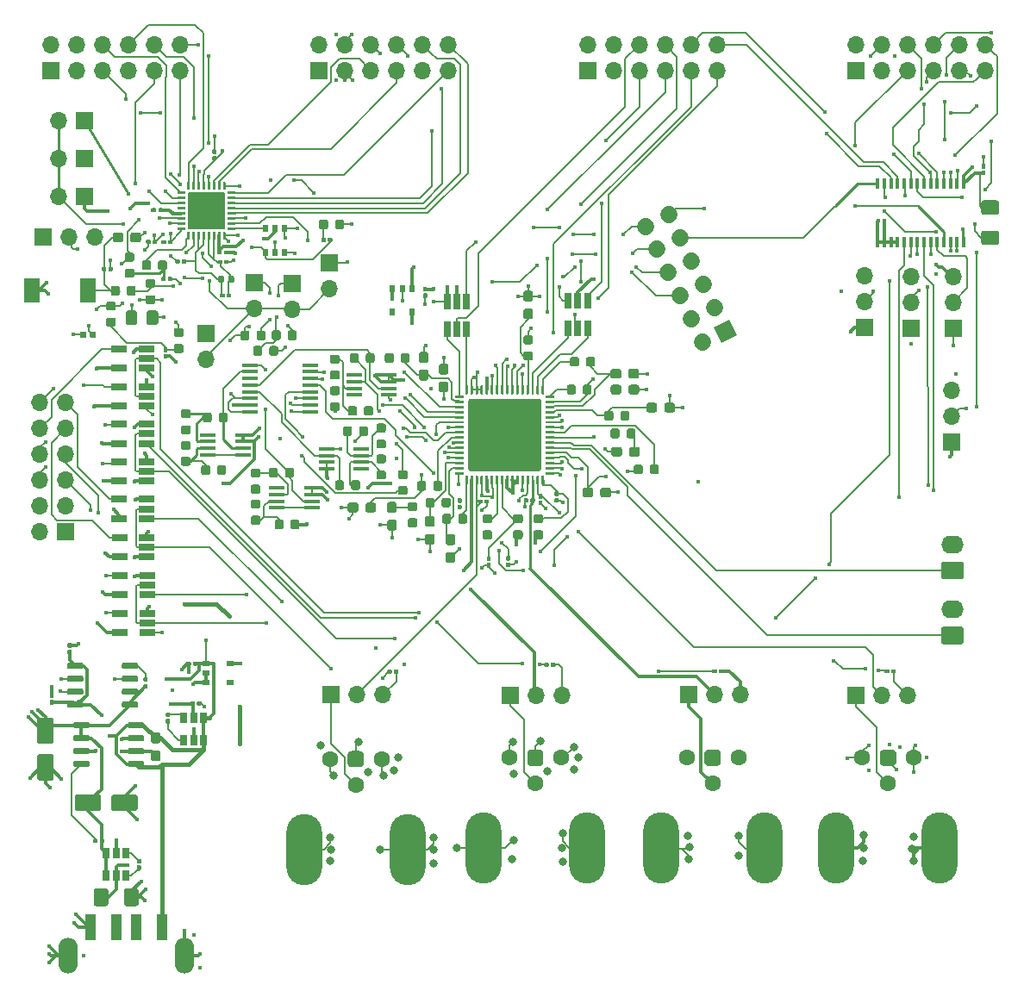
<source format=gbr>
G04 #@! TF.GenerationSoftware,KiCad,Pcbnew,5.1.5+dfsg1-2build2*
G04 #@! TF.CreationDate,2021-11-07T20:55:21-03:00*
G04 #@! TF.ProjectId,board_test,626f6172-645f-4746-9573-742e6b696361,rev?*
G04 #@! TF.SameCoordinates,Original*
G04 #@! TF.FileFunction,Copper,L1,Top*
G04 #@! TF.FilePolarity,Positive*
%FSLAX46Y46*%
G04 Gerber Fmt 4.6, Leading zero omitted, Abs format (unit mm)*
G04 Created by KiCad (PCBNEW 5.1.5+dfsg1-2build2) date 2021-11-07 20:55:21*
%MOMM*%
%LPD*%
G04 APERTURE LIST*
%ADD10C,0.100000*%
%ADD11O,1.700000X1.700000*%
%ADD12R,1.700000X1.700000*%
%ADD13C,1.600000*%
%ADD14O,3.500000X7.000000*%
%ADD15C,1.700000*%
%ADD16R,1.500000X0.450000*%
%ADD17R,1.560000X0.650000*%
%ADD18R,1.600000X0.300000*%
%ADD19R,0.400000X1.100000*%
%ADD20R,1.100000X2.500000*%
%ADD21O,1.900000X3.500000*%
%ADD22R,1.500000X2.400000*%
%ADD23R,0.650000X1.560000*%
%ADD24R,0.650000X1.060000*%
%ADD25R,0.700000X0.510000*%
%ADD26R,0.510000X0.700000*%
%ADD27O,2.200000X1.740000*%
%ADD28C,0.400000*%
%ADD29C,0.800000*%
%ADD30C,0.300000*%
%ADD31C,0.200000*%
%ADD32C,0.250000*%
%ADD33C,0.400000*%
G04 APERTURE END LIST*
G04 #@! TA.AperFunction,SMDPad,CuDef*
D10*
G36*
X209039505Y-55856204D02*
G01*
X209063773Y-55859804D01*
X209087572Y-55865765D01*
X209110671Y-55874030D01*
X209132850Y-55884520D01*
X209153893Y-55897132D01*
X209173599Y-55911747D01*
X209191777Y-55928223D01*
X209208253Y-55946401D01*
X209222868Y-55966107D01*
X209235480Y-55987150D01*
X209245970Y-56009329D01*
X209254235Y-56032428D01*
X209260196Y-56056227D01*
X209263796Y-56080495D01*
X209265000Y-56104999D01*
X209265000Y-62755001D01*
X209263796Y-62779505D01*
X209260196Y-62803773D01*
X209254235Y-62827572D01*
X209245970Y-62850671D01*
X209235480Y-62872850D01*
X209222868Y-62893893D01*
X209208253Y-62913599D01*
X209191777Y-62931777D01*
X209173599Y-62948253D01*
X209153893Y-62962868D01*
X209132850Y-62975480D01*
X209110671Y-62985970D01*
X209087572Y-62994235D01*
X209063773Y-63000196D01*
X209039505Y-63003796D01*
X209015001Y-63005000D01*
X202364999Y-63005000D01*
X202340495Y-63003796D01*
X202316227Y-63000196D01*
X202292428Y-62994235D01*
X202269329Y-62985970D01*
X202247150Y-62975480D01*
X202226107Y-62962868D01*
X202206401Y-62948253D01*
X202188223Y-62931777D01*
X202171747Y-62913599D01*
X202157132Y-62893893D01*
X202144520Y-62872850D01*
X202134030Y-62850671D01*
X202125765Y-62827572D01*
X202119804Y-62803773D01*
X202116204Y-62779505D01*
X202115000Y-62755001D01*
X202115000Y-56104999D01*
X202116204Y-56080495D01*
X202119804Y-56056227D01*
X202125765Y-56032428D01*
X202134030Y-56009329D01*
X202144520Y-55987150D01*
X202157132Y-55966107D01*
X202171747Y-55946401D01*
X202188223Y-55928223D01*
X202206401Y-55911747D01*
X202226107Y-55897132D01*
X202247150Y-55884520D01*
X202269329Y-55874030D01*
X202292428Y-55865765D01*
X202316227Y-55859804D01*
X202340495Y-55856204D01*
X202364999Y-55855000D01*
X209015001Y-55855000D01*
X209039505Y-55856204D01*
G37*
G04 #@! TD.AperFunction*
G04 #@! TA.AperFunction,SMDPad,CuDef*
G36*
X210508626Y-63055301D02*
G01*
X210514693Y-63056201D01*
X210520643Y-63057691D01*
X210526418Y-63059758D01*
X210531962Y-63062380D01*
X210537223Y-63065533D01*
X210542150Y-63069187D01*
X210546694Y-63073306D01*
X210550813Y-63077850D01*
X210554467Y-63082777D01*
X210557620Y-63088038D01*
X210560242Y-63093582D01*
X210562309Y-63099357D01*
X210563799Y-63105307D01*
X210564699Y-63111374D01*
X210565000Y-63117500D01*
X210565000Y-63242500D01*
X210564699Y-63248626D01*
X210563799Y-63254693D01*
X210562309Y-63260643D01*
X210560242Y-63266418D01*
X210557620Y-63271962D01*
X210554467Y-63277223D01*
X210550813Y-63282150D01*
X210546694Y-63286694D01*
X210542150Y-63290813D01*
X210537223Y-63294467D01*
X210531962Y-63297620D01*
X210526418Y-63300242D01*
X210520643Y-63302309D01*
X210514693Y-63303799D01*
X210508626Y-63304699D01*
X210502500Y-63305000D01*
X209752500Y-63305000D01*
X209746374Y-63304699D01*
X209740307Y-63303799D01*
X209734357Y-63302309D01*
X209728582Y-63300242D01*
X209723038Y-63297620D01*
X209717777Y-63294467D01*
X209712850Y-63290813D01*
X209708306Y-63286694D01*
X209704187Y-63282150D01*
X209700533Y-63277223D01*
X209697380Y-63271962D01*
X209694758Y-63266418D01*
X209692691Y-63260643D01*
X209691201Y-63254693D01*
X209690301Y-63248626D01*
X209690000Y-63242500D01*
X209690000Y-63117500D01*
X209690301Y-63111374D01*
X209691201Y-63105307D01*
X209692691Y-63099357D01*
X209694758Y-63093582D01*
X209697380Y-63088038D01*
X209700533Y-63082777D01*
X209704187Y-63077850D01*
X209708306Y-63073306D01*
X209712850Y-63069187D01*
X209717777Y-63065533D01*
X209723038Y-63062380D01*
X209728582Y-63059758D01*
X209734357Y-63057691D01*
X209740307Y-63056201D01*
X209746374Y-63055301D01*
X209752500Y-63055000D01*
X210502500Y-63055000D01*
X210508626Y-63055301D01*
G37*
G04 #@! TD.AperFunction*
G04 #@! TA.AperFunction,SMDPad,CuDef*
G36*
X210508626Y-62555301D02*
G01*
X210514693Y-62556201D01*
X210520643Y-62557691D01*
X210526418Y-62559758D01*
X210531962Y-62562380D01*
X210537223Y-62565533D01*
X210542150Y-62569187D01*
X210546694Y-62573306D01*
X210550813Y-62577850D01*
X210554467Y-62582777D01*
X210557620Y-62588038D01*
X210560242Y-62593582D01*
X210562309Y-62599357D01*
X210563799Y-62605307D01*
X210564699Y-62611374D01*
X210565000Y-62617500D01*
X210565000Y-62742500D01*
X210564699Y-62748626D01*
X210563799Y-62754693D01*
X210562309Y-62760643D01*
X210560242Y-62766418D01*
X210557620Y-62771962D01*
X210554467Y-62777223D01*
X210550813Y-62782150D01*
X210546694Y-62786694D01*
X210542150Y-62790813D01*
X210537223Y-62794467D01*
X210531962Y-62797620D01*
X210526418Y-62800242D01*
X210520643Y-62802309D01*
X210514693Y-62803799D01*
X210508626Y-62804699D01*
X210502500Y-62805000D01*
X209752500Y-62805000D01*
X209746374Y-62804699D01*
X209740307Y-62803799D01*
X209734357Y-62802309D01*
X209728582Y-62800242D01*
X209723038Y-62797620D01*
X209717777Y-62794467D01*
X209712850Y-62790813D01*
X209708306Y-62786694D01*
X209704187Y-62782150D01*
X209700533Y-62777223D01*
X209697380Y-62771962D01*
X209694758Y-62766418D01*
X209692691Y-62760643D01*
X209691201Y-62754693D01*
X209690301Y-62748626D01*
X209690000Y-62742500D01*
X209690000Y-62617500D01*
X209690301Y-62611374D01*
X209691201Y-62605307D01*
X209692691Y-62599357D01*
X209694758Y-62593582D01*
X209697380Y-62588038D01*
X209700533Y-62582777D01*
X209704187Y-62577850D01*
X209708306Y-62573306D01*
X209712850Y-62569187D01*
X209717777Y-62565533D01*
X209723038Y-62562380D01*
X209728582Y-62559758D01*
X209734357Y-62557691D01*
X209740307Y-62556201D01*
X209746374Y-62555301D01*
X209752500Y-62555000D01*
X210502500Y-62555000D01*
X210508626Y-62555301D01*
G37*
G04 #@! TD.AperFunction*
G04 #@! TA.AperFunction,SMDPad,CuDef*
G36*
X210508626Y-62055301D02*
G01*
X210514693Y-62056201D01*
X210520643Y-62057691D01*
X210526418Y-62059758D01*
X210531962Y-62062380D01*
X210537223Y-62065533D01*
X210542150Y-62069187D01*
X210546694Y-62073306D01*
X210550813Y-62077850D01*
X210554467Y-62082777D01*
X210557620Y-62088038D01*
X210560242Y-62093582D01*
X210562309Y-62099357D01*
X210563799Y-62105307D01*
X210564699Y-62111374D01*
X210565000Y-62117500D01*
X210565000Y-62242500D01*
X210564699Y-62248626D01*
X210563799Y-62254693D01*
X210562309Y-62260643D01*
X210560242Y-62266418D01*
X210557620Y-62271962D01*
X210554467Y-62277223D01*
X210550813Y-62282150D01*
X210546694Y-62286694D01*
X210542150Y-62290813D01*
X210537223Y-62294467D01*
X210531962Y-62297620D01*
X210526418Y-62300242D01*
X210520643Y-62302309D01*
X210514693Y-62303799D01*
X210508626Y-62304699D01*
X210502500Y-62305000D01*
X209752500Y-62305000D01*
X209746374Y-62304699D01*
X209740307Y-62303799D01*
X209734357Y-62302309D01*
X209728582Y-62300242D01*
X209723038Y-62297620D01*
X209717777Y-62294467D01*
X209712850Y-62290813D01*
X209708306Y-62286694D01*
X209704187Y-62282150D01*
X209700533Y-62277223D01*
X209697380Y-62271962D01*
X209694758Y-62266418D01*
X209692691Y-62260643D01*
X209691201Y-62254693D01*
X209690301Y-62248626D01*
X209690000Y-62242500D01*
X209690000Y-62117500D01*
X209690301Y-62111374D01*
X209691201Y-62105307D01*
X209692691Y-62099357D01*
X209694758Y-62093582D01*
X209697380Y-62088038D01*
X209700533Y-62082777D01*
X209704187Y-62077850D01*
X209708306Y-62073306D01*
X209712850Y-62069187D01*
X209717777Y-62065533D01*
X209723038Y-62062380D01*
X209728582Y-62059758D01*
X209734357Y-62057691D01*
X209740307Y-62056201D01*
X209746374Y-62055301D01*
X209752500Y-62055000D01*
X210502500Y-62055000D01*
X210508626Y-62055301D01*
G37*
G04 #@! TD.AperFunction*
G04 #@! TA.AperFunction,SMDPad,CuDef*
G36*
X210508626Y-61555301D02*
G01*
X210514693Y-61556201D01*
X210520643Y-61557691D01*
X210526418Y-61559758D01*
X210531962Y-61562380D01*
X210537223Y-61565533D01*
X210542150Y-61569187D01*
X210546694Y-61573306D01*
X210550813Y-61577850D01*
X210554467Y-61582777D01*
X210557620Y-61588038D01*
X210560242Y-61593582D01*
X210562309Y-61599357D01*
X210563799Y-61605307D01*
X210564699Y-61611374D01*
X210565000Y-61617500D01*
X210565000Y-61742500D01*
X210564699Y-61748626D01*
X210563799Y-61754693D01*
X210562309Y-61760643D01*
X210560242Y-61766418D01*
X210557620Y-61771962D01*
X210554467Y-61777223D01*
X210550813Y-61782150D01*
X210546694Y-61786694D01*
X210542150Y-61790813D01*
X210537223Y-61794467D01*
X210531962Y-61797620D01*
X210526418Y-61800242D01*
X210520643Y-61802309D01*
X210514693Y-61803799D01*
X210508626Y-61804699D01*
X210502500Y-61805000D01*
X209752500Y-61805000D01*
X209746374Y-61804699D01*
X209740307Y-61803799D01*
X209734357Y-61802309D01*
X209728582Y-61800242D01*
X209723038Y-61797620D01*
X209717777Y-61794467D01*
X209712850Y-61790813D01*
X209708306Y-61786694D01*
X209704187Y-61782150D01*
X209700533Y-61777223D01*
X209697380Y-61771962D01*
X209694758Y-61766418D01*
X209692691Y-61760643D01*
X209691201Y-61754693D01*
X209690301Y-61748626D01*
X209690000Y-61742500D01*
X209690000Y-61617500D01*
X209690301Y-61611374D01*
X209691201Y-61605307D01*
X209692691Y-61599357D01*
X209694758Y-61593582D01*
X209697380Y-61588038D01*
X209700533Y-61582777D01*
X209704187Y-61577850D01*
X209708306Y-61573306D01*
X209712850Y-61569187D01*
X209717777Y-61565533D01*
X209723038Y-61562380D01*
X209728582Y-61559758D01*
X209734357Y-61557691D01*
X209740307Y-61556201D01*
X209746374Y-61555301D01*
X209752500Y-61555000D01*
X210502500Y-61555000D01*
X210508626Y-61555301D01*
G37*
G04 #@! TD.AperFunction*
G04 #@! TA.AperFunction,SMDPad,CuDef*
G36*
X210508626Y-61055301D02*
G01*
X210514693Y-61056201D01*
X210520643Y-61057691D01*
X210526418Y-61059758D01*
X210531962Y-61062380D01*
X210537223Y-61065533D01*
X210542150Y-61069187D01*
X210546694Y-61073306D01*
X210550813Y-61077850D01*
X210554467Y-61082777D01*
X210557620Y-61088038D01*
X210560242Y-61093582D01*
X210562309Y-61099357D01*
X210563799Y-61105307D01*
X210564699Y-61111374D01*
X210565000Y-61117500D01*
X210565000Y-61242500D01*
X210564699Y-61248626D01*
X210563799Y-61254693D01*
X210562309Y-61260643D01*
X210560242Y-61266418D01*
X210557620Y-61271962D01*
X210554467Y-61277223D01*
X210550813Y-61282150D01*
X210546694Y-61286694D01*
X210542150Y-61290813D01*
X210537223Y-61294467D01*
X210531962Y-61297620D01*
X210526418Y-61300242D01*
X210520643Y-61302309D01*
X210514693Y-61303799D01*
X210508626Y-61304699D01*
X210502500Y-61305000D01*
X209752500Y-61305000D01*
X209746374Y-61304699D01*
X209740307Y-61303799D01*
X209734357Y-61302309D01*
X209728582Y-61300242D01*
X209723038Y-61297620D01*
X209717777Y-61294467D01*
X209712850Y-61290813D01*
X209708306Y-61286694D01*
X209704187Y-61282150D01*
X209700533Y-61277223D01*
X209697380Y-61271962D01*
X209694758Y-61266418D01*
X209692691Y-61260643D01*
X209691201Y-61254693D01*
X209690301Y-61248626D01*
X209690000Y-61242500D01*
X209690000Y-61117500D01*
X209690301Y-61111374D01*
X209691201Y-61105307D01*
X209692691Y-61099357D01*
X209694758Y-61093582D01*
X209697380Y-61088038D01*
X209700533Y-61082777D01*
X209704187Y-61077850D01*
X209708306Y-61073306D01*
X209712850Y-61069187D01*
X209717777Y-61065533D01*
X209723038Y-61062380D01*
X209728582Y-61059758D01*
X209734357Y-61057691D01*
X209740307Y-61056201D01*
X209746374Y-61055301D01*
X209752500Y-61055000D01*
X210502500Y-61055000D01*
X210508626Y-61055301D01*
G37*
G04 #@! TD.AperFunction*
G04 #@! TA.AperFunction,SMDPad,CuDef*
G36*
X210508626Y-60555301D02*
G01*
X210514693Y-60556201D01*
X210520643Y-60557691D01*
X210526418Y-60559758D01*
X210531962Y-60562380D01*
X210537223Y-60565533D01*
X210542150Y-60569187D01*
X210546694Y-60573306D01*
X210550813Y-60577850D01*
X210554467Y-60582777D01*
X210557620Y-60588038D01*
X210560242Y-60593582D01*
X210562309Y-60599357D01*
X210563799Y-60605307D01*
X210564699Y-60611374D01*
X210565000Y-60617500D01*
X210565000Y-60742500D01*
X210564699Y-60748626D01*
X210563799Y-60754693D01*
X210562309Y-60760643D01*
X210560242Y-60766418D01*
X210557620Y-60771962D01*
X210554467Y-60777223D01*
X210550813Y-60782150D01*
X210546694Y-60786694D01*
X210542150Y-60790813D01*
X210537223Y-60794467D01*
X210531962Y-60797620D01*
X210526418Y-60800242D01*
X210520643Y-60802309D01*
X210514693Y-60803799D01*
X210508626Y-60804699D01*
X210502500Y-60805000D01*
X209752500Y-60805000D01*
X209746374Y-60804699D01*
X209740307Y-60803799D01*
X209734357Y-60802309D01*
X209728582Y-60800242D01*
X209723038Y-60797620D01*
X209717777Y-60794467D01*
X209712850Y-60790813D01*
X209708306Y-60786694D01*
X209704187Y-60782150D01*
X209700533Y-60777223D01*
X209697380Y-60771962D01*
X209694758Y-60766418D01*
X209692691Y-60760643D01*
X209691201Y-60754693D01*
X209690301Y-60748626D01*
X209690000Y-60742500D01*
X209690000Y-60617500D01*
X209690301Y-60611374D01*
X209691201Y-60605307D01*
X209692691Y-60599357D01*
X209694758Y-60593582D01*
X209697380Y-60588038D01*
X209700533Y-60582777D01*
X209704187Y-60577850D01*
X209708306Y-60573306D01*
X209712850Y-60569187D01*
X209717777Y-60565533D01*
X209723038Y-60562380D01*
X209728582Y-60559758D01*
X209734357Y-60557691D01*
X209740307Y-60556201D01*
X209746374Y-60555301D01*
X209752500Y-60555000D01*
X210502500Y-60555000D01*
X210508626Y-60555301D01*
G37*
G04 #@! TD.AperFunction*
G04 #@! TA.AperFunction,SMDPad,CuDef*
G36*
X210508626Y-60055301D02*
G01*
X210514693Y-60056201D01*
X210520643Y-60057691D01*
X210526418Y-60059758D01*
X210531962Y-60062380D01*
X210537223Y-60065533D01*
X210542150Y-60069187D01*
X210546694Y-60073306D01*
X210550813Y-60077850D01*
X210554467Y-60082777D01*
X210557620Y-60088038D01*
X210560242Y-60093582D01*
X210562309Y-60099357D01*
X210563799Y-60105307D01*
X210564699Y-60111374D01*
X210565000Y-60117500D01*
X210565000Y-60242500D01*
X210564699Y-60248626D01*
X210563799Y-60254693D01*
X210562309Y-60260643D01*
X210560242Y-60266418D01*
X210557620Y-60271962D01*
X210554467Y-60277223D01*
X210550813Y-60282150D01*
X210546694Y-60286694D01*
X210542150Y-60290813D01*
X210537223Y-60294467D01*
X210531962Y-60297620D01*
X210526418Y-60300242D01*
X210520643Y-60302309D01*
X210514693Y-60303799D01*
X210508626Y-60304699D01*
X210502500Y-60305000D01*
X209752500Y-60305000D01*
X209746374Y-60304699D01*
X209740307Y-60303799D01*
X209734357Y-60302309D01*
X209728582Y-60300242D01*
X209723038Y-60297620D01*
X209717777Y-60294467D01*
X209712850Y-60290813D01*
X209708306Y-60286694D01*
X209704187Y-60282150D01*
X209700533Y-60277223D01*
X209697380Y-60271962D01*
X209694758Y-60266418D01*
X209692691Y-60260643D01*
X209691201Y-60254693D01*
X209690301Y-60248626D01*
X209690000Y-60242500D01*
X209690000Y-60117500D01*
X209690301Y-60111374D01*
X209691201Y-60105307D01*
X209692691Y-60099357D01*
X209694758Y-60093582D01*
X209697380Y-60088038D01*
X209700533Y-60082777D01*
X209704187Y-60077850D01*
X209708306Y-60073306D01*
X209712850Y-60069187D01*
X209717777Y-60065533D01*
X209723038Y-60062380D01*
X209728582Y-60059758D01*
X209734357Y-60057691D01*
X209740307Y-60056201D01*
X209746374Y-60055301D01*
X209752500Y-60055000D01*
X210502500Y-60055000D01*
X210508626Y-60055301D01*
G37*
G04 #@! TD.AperFunction*
G04 #@! TA.AperFunction,SMDPad,CuDef*
G36*
X210508626Y-59555301D02*
G01*
X210514693Y-59556201D01*
X210520643Y-59557691D01*
X210526418Y-59559758D01*
X210531962Y-59562380D01*
X210537223Y-59565533D01*
X210542150Y-59569187D01*
X210546694Y-59573306D01*
X210550813Y-59577850D01*
X210554467Y-59582777D01*
X210557620Y-59588038D01*
X210560242Y-59593582D01*
X210562309Y-59599357D01*
X210563799Y-59605307D01*
X210564699Y-59611374D01*
X210565000Y-59617500D01*
X210565000Y-59742500D01*
X210564699Y-59748626D01*
X210563799Y-59754693D01*
X210562309Y-59760643D01*
X210560242Y-59766418D01*
X210557620Y-59771962D01*
X210554467Y-59777223D01*
X210550813Y-59782150D01*
X210546694Y-59786694D01*
X210542150Y-59790813D01*
X210537223Y-59794467D01*
X210531962Y-59797620D01*
X210526418Y-59800242D01*
X210520643Y-59802309D01*
X210514693Y-59803799D01*
X210508626Y-59804699D01*
X210502500Y-59805000D01*
X209752500Y-59805000D01*
X209746374Y-59804699D01*
X209740307Y-59803799D01*
X209734357Y-59802309D01*
X209728582Y-59800242D01*
X209723038Y-59797620D01*
X209717777Y-59794467D01*
X209712850Y-59790813D01*
X209708306Y-59786694D01*
X209704187Y-59782150D01*
X209700533Y-59777223D01*
X209697380Y-59771962D01*
X209694758Y-59766418D01*
X209692691Y-59760643D01*
X209691201Y-59754693D01*
X209690301Y-59748626D01*
X209690000Y-59742500D01*
X209690000Y-59617500D01*
X209690301Y-59611374D01*
X209691201Y-59605307D01*
X209692691Y-59599357D01*
X209694758Y-59593582D01*
X209697380Y-59588038D01*
X209700533Y-59582777D01*
X209704187Y-59577850D01*
X209708306Y-59573306D01*
X209712850Y-59569187D01*
X209717777Y-59565533D01*
X209723038Y-59562380D01*
X209728582Y-59559758D01*
X209734357Y-59557691D01*
X209740307Y-59556201D01*
X209746374Y-59555301D01*
X209752500Y-59555000D01*
X210502500Y-59555000D01*
X210508626Y-59555301D01*
G37*
G04 #@! TD.AperFunction*
G04 #@! TA.AperFunction,SMDPad,CuDef*
G36*
X210508626Y-59055301D02*
G01*
X210514693Y-59056201D01*
X210520643Y-59057691D01*
X210526418Y-59059758D01*
X210531962Y-59062380D01*
X210537223Y-59065533D01*
X210542150Y-59069187D01*
X210546694Y-59073306D01*
X210550813Y-59077850D01*
X210554467Y-59082777D01*
X210557620Y-59088038D01*
X210560242Y-59093582D01*
X210562309Y-59099357D01*
X210563799Y-59105307D01*
X210564699Y-59111374D01*
X210565000Y-59117500D01*
X210565000Y-59242500D01*
X210564699Y-59248626D01*
X210563799Y-59254693D01*
X210562309Y-59260643D01*
X210560242Y-59266418D01*
X210557620Y-59271962D01*
X210554467Y-59277223D01*
X210550813Y-59282150D01*
X210546694Y-59286694D01*
X210542150Y-59290813D01*
X210537223Y-59294467D01*
X210531962Y-59297620D01*
X210526418Y-59300242D01*
X210520643Y-59302309D01*
X210514693Y-59303799D01*
X210508626Y-59304699D01*
X210502500Y-59305000D01*
X209752500Y-59305000D01*
X209746374Y-59304699D01*
X209740307Y-59303799D01*
X209734357Y-59302309D01*
X209728582Y-59300242D01*
X209723038Y-59297620D01*
X209717777Y-59294467D01*
X209712850Y-59290813D01*
X209708306Y-59286694D01*
X209704187Y-59282150D01*
X209700533Y-59277223D01*
X209697380Y-59271962D01*
X209694758Y-59266418D01*
X209692691Y-59260643D01*
X209691201Y-59254693D01*
X209690301Y-59248626D01*
X209690000Y-59242500D01*
X209690000Y-59117500D01*
X209690301Y-59111374D01*
X209691201Y-59105307D01*
X209692691Y-59099357D01*
X209694758Y-59093582D01*
X209697380Y-59088038D01*
X209700533Y-59082777D01*
X209704187Y-59077850D01*
X209708306Y-59073306D01*
X209712850Y-59069187D01*
X209717777Y-59065533D01*
X209723038Y-59062380D01*
X209728582Y-59059758D01*
X209734357Y-59057691D01*
X209740307Y-59056201D01*
X209746374Y-59055301D01*
X209752500Y-59055000D01*
X210502500Y-59055000D01*
X210508626Y-59055301D01*
G37*
G04 #@! TD.AperFunction*
G04 #@! TA.AperFunction,SMDPad,CuDef*
G36*
X210508626Y-58555301D02*
G01*
X210514693Y-58556201D01*
X210520643Y-58557691D01*
X210526418Y-58559758D01*
X210531962Y-58562380D01*
X210537223Y-58565533D01*
X210542150Y-58569187D01*
X210546694Y-58573306D01*
X210550813Y-58577850D01*
X210554467Y-58582777D01*
X210557620Y-58588038D01*
X210560242Y-58593582D01*
X210562309Y-58599357D01*
X210563799Y-58605307D01*
X210564699Y-58611374D01*
X210565000Y-58617500D01*
X210565000Y-58742500D01*
X210564699Y-58748626D01*
X210563799Y-58754693D01*
X210562309Y-58760643D01*
X210560242Y-58766418D01*
X210557620Y-58771962D01*
X210554467Y-58777223D01*
X210550813Y-58782150D01*
X210546694Y-58786694D01*
X210542150Y-58790813D01*
X210537223Y-58794467D01*
X210531962Y-58797620D01*
X210526418Y-58800242D01*
X210520643Y-58802309D01*
X210514693Y-58803799D01*
X210508626Y-58804699D01*
X210502500Y-58805000D01*
X209752500Y-58805000D01*
X209746374Y-58804699D01*
X209740307Y-58803799D01*
X209734357Y-58802309D01*
X209728582Y-58800242D01*
X209723038Y-58797620D01*
X209717777Y-58794467D01*
X209712850Y-58790813D01*
X209708306Y-58786694D01*
X209704187Y-58782150D01*
X209700533Y-58777223D01*
X209697380Y-58771962D01*
X209694758Y-58766418D01*
X209692691Y-58760643D01*
X209691201Y-58754693D01*
X209690301Y-58748626D01*
X209690000Y-58742500D01*
X209690000Y-58617500D01*
X209690301Y-58611374D01*
X209691201Y-58605307D01*
X209692691Y-58599357D01*
X209694758Y-58593582D01*
X209697380Y-58588038D01*
X209700533Y-58582777D01*
X209704187Y-58577850D01*
X209708306Y-58573306D01*
X209712850Y-58569187D01*
X209717777Y-58565533D01*
X209723038Y-58562380D01*
X209728582Y-58559758D01*
X209734357Y-58557691D01*
X209740307Y-58556201D01*
X209746374Y-58555301D01*
X209752500Y-58555000D01*
X210502500Y-58555000D01*
X210508626Y-58555301D01*
G37*
G04 #@! TD.AperFunction*
G04 #@! TA.AperFunction,SMDPad,CuDef*
G36*
X210508626Y-58055301D02*
G01*
X210514693Y-58056201D01*
X210520643Y-58057691D01*
X210526418Y-58059758D01*
X210531962Y-58062380D01*
X210537223Y-58065533D01*
X210542150Y-58069187D01*
X210546694Y-58073306D01*
X210550813Y-58077850D01*
X210554467Y-58082777D01*
X210557620Y-58088038D01*
X210560242Y-58093582D01*
X210562309Y-58099357D01*
X210563799Y-58105307D01*
X210564699Y-58111374D01*
X210565000Y-58117500D01*
X210565000Y-58242500D01*
X210564699Y-58248626D01*
X210563799Y-58254693D01*
X210562309Y-58260643D01*
X210560242Y-58266418D01*
X210557620Y-58271962D01*
X210554467Y-58277223D01*
X210550813Y-58282150D01*
X210546694Y-58286694D01*
X210542150Y-58290813D01*
X210537223Y-58294467D01*
X210531962Y-58297620D01*
X210526418Y-58300242D01*
X210520643Y-58302309D01*
X210514693Y-58303799D01*
X210508626Y-58304699D01*
X210502500Y-58305000D01*
X209752500Y-58305000D01*
X209746374Y-58304699D01*
X209740307Y-58303799D01*
X209734357Y-58302309D01*
X209728582Y-58300242D01*
X209723038Y-58297620D01*
X209717777Y-58294467D01*
X209712850Y-58290813D01*
X209708306Y-58286694D01*
X209704187Y-58282150D01*
X209700533Y-58277223D01*
X209697380Y-58271962D01*
X209694758Y-58266418D01*
X209692691Y-58260643D01*
X209691201Y-58254693D01*
X209690301Y-58248626D01*
X209690000Y-58242500D01*
X209690000Y-58117500D01*
X209690301Y-58111374D01*
X209691201Y-58105307D01*
X209692691Y-58099357D01*
X209694758Y-58093582D01*
X209697380Y-58088038D01*
X209700533Y-58082777D01*
X209704187Y-58077850D01*
X209708306Y-58073306D01*
X209712850Y-58069187D01*
X209717777Y-58065533D01*
X209723038Y-58062380D01*
X209728582Y-58059758D01*
X209734357Y-58057691D01*
X209740307Y-58056201D01*
X209746374Y-58055301D01*
X209752500Y-58055000D01*
X210502500Y-58055000D01*
X210508626Y-58055301D01*
G37*
G04 #@! TD.AperFunction*
G04 #@! TA.AperFunction,SMDPad,CuDef*
G36*
X210508626Y-57555301D02*
G01*
X210514693Y-57556201D01*
X210520643Y-57557691D01*
X210526418Y-57559758D01*
X210531962Y-57562380D01*
X210537223Y-57565533D01*
X210542150Y-57569187D01*
X210546694Y-57573306D01*
X210550813Y-57577850D01*
X210554467Y-57582777D01*
X210557620Y-57588038D01*
X210560242Y-57593582D01*
X210562309Y-57599357D01*
X210563799Y-57605307D01*
X210564699Y-57611374D01*
X210565000Y-57617500D01*
X210565000Y-57742500D01*
X210564699Y-57748626D01*
X210563799Y-57754693D01*
X210562309Y-57760643D01*
X210560242Y-57766418D01*
X210557620Y-57771962D01*
X210554467Y-57777223D01*
X210550813Y-57782150D01*
X210546694Y-57786694D01*
X210542150Y-57790813D01*
X210537223Y-57794467D01*
X210531962Y-57797620D01*
X210526418Y-57800242D01*
X210520643Y-57802309D01*
X210514693Y-57803799D01*
X210508626Y-57804699D01*
X210502500Y-57805000D01*
X209752500Y-57805000D01*
X209746374Y-57804699D01*
X209740307Y-57803799D01*
X209734357Y-57802309D01*
X209728582Y-57800242D01*
X209723038Y-57797620D01*
X209717777Y-57794467D01*
X209712850Y-57790813D01*
X209708306Y-57786694D01*
X209704187Y-57782150D01*
X209700533Y-57777223D01*
X209697380Y-57771962D01*
X209694758Y-57766418D01*
X209692691Y-57760643D01*
X209691201Y-57754693D01*
X209690301Y-57748626D01*
X209690000Y-57742500D01*
X209690000Y-57617500D01*
X209690301Y-57611374D01*
X209691201Y-57605307D01*
X209692691Y-57599357D01*
X209694758Y-57593582D01*
X209697380Y-57588038D01*
X209700533Y-57582777D01*
X209704187Y-57577850D01*
X209708306Y-57573306D01*
X209712850Y-57569187D01*
X209717777Y-57565533D01*
X209723038Y-57562380D01*
X209728582Y-57559758D01*
X209734357Y-57557691D01*
X209740307Y-57556201D01*
X209746374Y-57555301D01*
X209752500Y-57555000D01*
X210502500Y-57555000D01*
X210508626Y-57555301D01*
G37*
G04 #@! TD.AperFunction*
G04 #@! TA.AperFunction,SMDPad,CuDef*
G36*
X210508626Y-57055301D02*
G01*
X210514693Y-57056201D01*
X210520643Y-57057691D01*
X210526418Y-57059758D01*
X210531962Y-57062380D01*
X210537223Y-57065533D01*
X210542150Y-57069187D01*
X210546694Y-57073306D01*
X210550813Y-57077850D01*
X210554467Y-57082777D01*
X210557620Y-57088038D01*
X210560242Y-57093582D01*
X210562309Y-57099357D01*
X210563799Y-57105307D01*
X210564699Y-57111374D01*
X210565000Y-57117500D01*
X210565000Y-57242500D01*
X210564699Y-57248626D01*
X210563799Y-57254693D01*
X210562309Y-57260643D01*
X210560242Y-57266418D01*
X210557620Y-57271962D01*
X210554467Y-57277223D01*
X210550813Y-57282150D01*
X210546694Y-57286694D01*
X210542150Y-57290813D01*
X210537223Y-57294467D01*
X210531962Y-57297620D01*
X210526418Y-57300242D01*
X210520643Y-57302309D01*
X210514693Y-57303799D01*
X210508626Y-57304699D01*
X210502500Y-57305000D01*
X209752500Y-57305000D01*
X209746374Y-57304699D01*
X209740307Y-57303799D01*
X209734357Y-57302309D01*
X209728582Y-57300242D01*
X209723038Y-57297620D01*
X209717777Y-57294467D01*
X209712850Y-57290813D01*
X209708306Y-57286694D01*
X209704187Y-57282150D01*
X209700533Y-57277223D01*
X209697380Y-57271962D01*
X209694758Y-57266418D01*
X209692691Y-57260643D01*
X209691201Y-57254693D01*
X209690301Y-57248626D01*
X209690000Y-57242500D01*
X209690000Y-57117500D01*
X209690301Y-57111374D01*
X209691201Y-57105307D01*
X209692691Y-57099357D01*
X209694758Y-57093582D01*
X209697380Y-57088038D01*
X209700533Y-57082777D01*
X209704187Y-57077850D01*
X209708306Y-57073306D01*
X209712850Y-57069187D01*
X209717777Y-57065533D01*
X209723038Y-57062380D01*
X209728582Y-57059758D01*
X209734357Y-57057691D01*
X209740307Y-57056201D01*
X209746374Y-57055301D01*
X209752500Y-57055000D01*
X210502500Y-57055000D01*
X210508626Y-57055301D01*
G37*
G04 #@! TD.AperFunction*
G04 #@! TA.AperFunction,SMDPad,CuDef*
G36*
X210508626Y-56555301D02*
G01*
X210514693Y-56556201D01*
X210520643Y-56557691D01*
X210526418Y-56559758D01*
X210531962Y-56562380D01*
X210537223Y-56565533D01*
X210542150Y-56569187D01*
X210546694Y-56573306D01*
X210550813Y-56577850D01*
X210554467Y-56582777D01*
X210557620Y-56588038D01*
X210560242Y-56593582D01*
X210562309Y-56599357D01*
X210563799Y-56605307D01*
X210564699Y-56611374D01*
X210565000Y-56617500D01*
X210565000Y-56742500D01*
X210564699Y-56748626D01*
X210563799Y-56754693D01*
X210562309Y-56760643D01*
X210560242Y-56766418D01*
X210557620Y-56771962D01*
X210554467Y-56777223D01*
X210550813Y-56782150D01*
X210546694Y-56786694D01*
X210542150Y-56790813D01*
X210537223Y-56794467D01*
X210531962Y-56797620D01*
X210526418Y-56800242D01*
X210520643Y-56802309D01*
X210514693Y-56803799D01*
X210508626Y-56804699D01*
X210502500Y-56805000D01*
X209752500Y-56805000D01*
X209746374Y-56804699D01*
X209740307Y-56803799D01*
X209734357Y-56802309D01*
X209728582Y-56800242D01*
X209723038Y-56797620D01*
X209717777Y-56794467D01*
X209712850Y-56790813D01*
X209708306Y-56786694D01*
X209704187Y-56782150D01*
X209700533Y-56777223D01*
X209697380Y-56771962D01*
X209694758Y-56766418D01*
X209692691Y-56760643D01*
X209691201Y-56754693D01*
X209690301Y-56748626D01*
X209690000Y-56742500D01*
X209690000Y-56617500D01*
X209690301Y-56611374D01*
X209691201Y-56605307D01*
X209692691Y-56599357D01*
X209694758Y-56593582D01*
X209697380Y-56588038D01*
X209700533Y-56582777D01*
X209704187Y-56577850D01*
X209708306Y-56573306D01*
X209712850Y-56569187D01*
X209717777Y-56565533D01*
X209723038Y-56562380D01*
X209728582Y-56559758D01*
X209734357Y-56557691D01*
X209740307Y-56556201D01*
X209746374Y-56555301D01*
X209752500Y-56555000D01*
X210502500Y-56555000D01*
X210508626Y-56555301D01*
G37*
G04 #@! TD.AperFunction*
G04 #@! TA.AperFunction,SMDPad,CuDef*
G36*
X210508626Y-56055301D02*
G01*
X210514693Y-56056201D01*
X210520643Y-56057691D01*
X210526418Y-56059758D01*
X210531962Y-56062380D01*
X210537223Y-56065533D01*
X210542150Y-56069187D01*
X210546694Y-56073306D01*
X210550813Y-56077850D01*
X210554467Y-56082777D01*
X210557620Y-56088038D01*
X210560242Y-56093582D01*
X210562309Y-56099357D01*
X210563799Y-56105307D01*
X210564699Y-56111374D01*
X210565000Y-56117500D01*
X210565000Y-56242500D01*
X210564699Y-56248626D01*
X210563799Y-56254693D01*
X210562309Y-56260643D01*
X210560242Y-56266418D01*
X210557620Y-56271962D01*
X210554467Y-56277223D01*
X210550813Y-56282150D01*
X210546694Y-56286694D01*
X210542150Y-56290813D01*
X210537223Y-56294467D01*
X210531962Y-56297620D01*
X210526418Y-56300242D01*
X210520643Y-56302309D01*
X210514693Y-56303799D01*
X210508626Y-56304699D01*
X210502500Y-56305000D01*
X209752500Y-56305000D01*
X209746374Y-56304699D01*
X209740307Y-56303799D01*
X209734357Y-56302309D01*
X209728582Y-56300242D01*
X209723038Y-56297620D01*
X209717777Y-56294467D01*
X209712850Y-56290813D01*
X209708306Y-56286694D01*
X209704187Y-56282150D01*
X209700533Y-56277223D01*
X209697380Y-56271962D01*
X209694758Y-56266418D01*
X209692691Y-56260643D01*
X209691201Y-56254693D01*
X209690301Y-56248626D01*
X209690000Y-56242500D01*
X209690000Y-56117500D01*
X209690301Y-56111374D01*
X209691201Y-56105307D01*
X209692691Y-56099357D01*
X209694758Y-56093582D01*
X209697380Y-56088038D01*
X209700533Y-56082777D01*
X209704187Y-56077850D01*
X209708306Y-56073306D01*
X209712850Y-56069187D01*
X209717777Y-56065533D01*
X209723038Y-56062380D01*
X209728582Y-56059758D01*
X209734357Y-56057691D01*
X209740307Y-56056201D01*
X209746374Y-56055301D01*
X209752500Y-56055000D01*
X210502500Y-56055000D01*
X210508626Y-56055301D01*
G37*
G04 #@! TD.AperFunction*
G04 #@! TA.AperFunction,SMDPad,CuDef*
G36*
X210508626Y-55555301D02*
G01*
X210514693Y-55556201D01*
X210520643Y-55557691D01*
X210526418Y-55559758D01*
X210531962Y-55562380D01*
X210537223Y-55565533D01*
X210542150Y-55569187D01*
X210546694Y-55573306D01*
X210550813Y-55577850D01*
X210554467Y-55582777D01*
X210557620Y-55588038D01*
X210560242Y-55593582D01*
X210562309Y-55599357D01*
X210563799Y-55605307D01*
X210564699Y-55611374D01*
X210565000Y-55617500D01*
X210565000Y-55742500D01*
X210564699Y-55748626D01*
X210563799Y-55754693D01*
X210562309Y-55760643D01*
X210560242Y-55766418D01*
X210557620Y-55771962D01*
X210554467Y-55777223D01*
X210550813Y-55782150D01*
X210546694Y-55786694D01*
X210542150Y-55790813D01*
X210537223Y-55794467D01*
X210531962Y-55797620D01*
X210526418Y-55800242D01*
X210520643Y-55802309D01*
X210514693Y-55803799D01*
X210508626Y-55804699D01*
X210502500Y-55805000D01*
X209752500Y-55805000D01*
X209746374Y-55804699D01*
X209740307Y-55803799D01*
X209734357Y-55802309D01*
X209728582Y-55800242D01*
X209723038Y-55797620D01*
X209717777Y-55794467D01*
X209712850Y-55790813D01*
X209708306Y-55786694D01*
X209704187Y-55782150D01*
X209700533Y-55777223D01*
X209697380Y-55771962D01*
X209694758Y-55766418D01*
X209692691Y-55760643D01*
X209691201Y-55754693D01*
X209690301Y-55748626D01*
X209690000Y-55742500D01*
X209690000Y-55617500D01*
X209690301Y-55611374D01*
X209691201Y-55605307D01*
X209692691Y-55599357D01*
X209694758Y-55593582D01*
X209697380Y-55588038D01*
X209700533Y-55582777D01*
X209704187Y-55577850D01*
X209708306Y-55573306D01*
X209712850Y-55569187D01*
X209717777Y-55565533D01*
X209723038Y-55562380D01*
X209728582Y-55559758D01*
X209734357Y-55557691D01*
X209740307Y-55556201D01*
X209746374Y-55555301D01*
X209752500Y-55555000D01*
X210502500Y-55555000D01*
X210508626Y-55555301D01*
G37*
G04 #@! TD.AperFunction*
G04 #@! TA.AperFunction,SMDPad,CuDef*
G36*
X209508626Y-54555301D02*
G01*
X209514693Y-54556201D01*
X209520643Y-54557691D01*
X209526418Y-54559758D01*
X209531962Y-54562380D01*
X209537223Y-54565533D01*
X209542150Y-54569187D01*
X209546694Y-54573306D01*
X209550813Y-54577850D01*
X209554467Y-54582777D01*
X209557620Y-54588038D01*
X209560242Y-54593582D01*
X209562309Y-54599357D01*
X209563799Y-54605307D01*
X209564699Y-54611374D01*
X209565000Y-54617500D01*
X209565000Y-55367500D01*
X209564699Y-55373626D01*
X209563799Y-55379693D01*
X209562309Y-55385643D01*
X209560242Y-55391418D01*
X209557620Y-55396962D01*
X209554467Y-55402223D01*
X209550813Y-55407150D01*
X209546694Y-55411694D01*
X209542150Y-55415813D01*
X209537223Y-55419467D01*
X209531962Y-55422620D01*
X209526418Y-55425242D01*
X209520643Y-55427309D01*
X209514693Y-55428799D01*
X209508626Y-55429699D01*
X209502500Y-55430000D01*
X209377500Y-55430000D01*
X209371374Y-55429699D01*
X209365307Y-55428799D01*
X209359357Y-55427309D01*
X209353582Y-55425242D01*
X209348038Y-55422620D01*
X209342777Y-55419467D01*
X209337850Y-55415813D01*
X209333306Y-55411694D01*
X209329187Y-55407150D01*
X209325533Y-55402223D01*
X209322380Y-55396962D01*
X209319758Y-55391418D01*
X209317691Y-55385643D01*
X209316201Y-55379693D01*
X209315301Y-55373626D01*
X209315000Y-55367500D01*
X209315000Y-54617500D01*
X209315301Y-54611374D01*
X209316201Y-54605307D01*
X209317691Y-54599357D01*
X209319758Y-54593582D01*
X209322380Y-54588038D01*
X209325533Y-54582777D01*
X209329187Y-54577850D01*
X209333306Y-54573306D01*
X209337850Y-54569187D01*
X209342777Y-54565533D01*
X209348038Y-54562380D01*
X209353582Y-54559758D01*
X209359357Y-54557691D01*
X209365307Y-54556201D01*
X209371374Y-54555301D01*
X209377500Y-54555000D01*
X209502500Y-54555000D01*
X209508626Y-54555301D01*
G37*
G04 #@! TD.AperFunction*
G04 #@! TA.AperFunction,SMDPad,CuDef*
G36*
X209008626Y-54555301D02*
G01*
X209014693Y-54556201D01*
X209020643Y-54557691D01*
X209026418Y-54559758D01*
X209031962Y-54562380D01*
X209037223Y-54565533D01*
X209042150Y-54569187D01*
X209046694Y-54573306D01*
X209050813Y-54577850D01*
X209054467Y-54582777D01*
X209057620Y-54588038D01*
X209060242Y-54593582D01*
X209062309Y-54599357D01*
X209063799Y-54605307D01*
X209064699Y-54611374D01*
X209065000Y-54617500D01*
X209065000Y-55367500D01*
X209064699Y-55373626D01*
X209063799Y-55379693D01*
X209062309Y-55385643D01*
X209060242Y-55391418D01*
X209057620Y-55396962D01*
X209054467Y-55402223D01*
X209050813Y-55407150D01*
X209046694Y-55411694D01*
X209042150Y-55415813D01*
X209037223Y-55419467D01*
X209031962Y-55422620D01*
X209026418Y-55425242D01*
X209020643Y-55427309D01*
X209014693Y-55428799D01*
X209008626Y-55429699D01*
X209002500Y-55430000D01*
X208877500Y-55430000D01*
X208871374Y-55429699D01*
X208865307Y-55428799D01*
X208859357Y-55427309D01*
X208853582Y-55425242D01*
X208848038Y-55422620D01*
X208842777Y-55419467D01*
X208837850Y-55415813D01*
X208833306Y-55411694D01*
X208829187Y-55407150D01*
X208825533Y-55402223D01*
X208822380Y-55396962D01*
X208819758Y-55391418D01*
X208817691Y-55385643D01*
X208816201Y-55379693D01*
X208815301Y-55373626D01*
X208815000Y-55367500D01*
X208815000Y-54617500D01*
X208815301Y-54611374D01*
X208816201Y-54605307D01*
X208817691Y-54599357D01*
X208819758Y-54593582D01*
X208822380Y-54588038D01*
X208825533Y-54582777D01*
X208829187Y-54577850D01*
X208833306Y-54573306D01*
X208837850Y-54569187D01*
X208842777Y-54565533D01*
X208848038Y-54562380D01*
X208853582Y-54559758D01*
X208859357Y-54557691D01*
X208865307Y-54556201D01*
X208871374Y-54555301D01*
X208877500Y-54555000D01*
X209002500Y-54555000D01*
X209008626Y-54555301D01*
G37*
G04 #@! TD.AperFunction*
G04 #@! TA.AperFunction,SMDPad,CuDef*
G36*
X208508626Y-54555301D02*
G01*
X208514693Y-54556201D01*
X208520643Y-54557691D01*
X208526418Y-54559758D01*
X208531962Y-54562380D01*
X208537223Y-54565533D01*
X208542150Y-54569187D01*
X208546694Y-54573306D01*
X208550813Y-54577850D01*
X208554467Y-54582777D01*
X208557620Y-54588038D01*
X208560242Y-54593582D01*
X208562309Y-54599357D01*
X208563799Y-54605307D01*
X208564699Y-54611374D01*
X208565000Y-54617500D01*
X208565000Y-55367500D01*
X208564699Y-55373626D01*
X208563799Y-55379693D01*
X208562309Y-55385643D01*
X208560242Y-55391418D01*
X208557620Y-55396962D01*
X208554467Y-55402223D01*
X208550813Y-55407150D01*
X208546694Y-55411694D01*
X208542150Y-55415813D01*
X208537223Y-55419467D01*
X208531962Y-55422620D01*
X208526418Y-55425242D01*
X208520643Y-55427309D01*
X208514693Y-55428799D01*
X208508626Y-55429699D01*
X208502500Y-55430000D01*
X208377500Y-55430000D01*
X208371374Y-55429699D01*
X208365307Y-55428799D01*
X208359357Y-55427309D01*
X208353582Y-55425242D01*
X208348038Y-55422620D01*
X208342777Y-55419467D01*
X208337850Y-55415813D01*
X208333306Y-55411694D01*
X208329187Y-55407150D01*
X208325533Y-55402223D01*
X208322380Y-55396962D01*
X208319758Y-55391418D01*
X208317691Y-55385643D01*
X208316201Y-55379693D01*
X208315301Y-55373626D01*
X208315000Y-55367500D01*
X208315000Y-54617500D01*
X208315301Y-54611374D01*
X208316201Y-54605307D01*
X208317691Y-54599357D01*
X208319758Y-54593582D01*
X208322380Y-54588038D01*
X208325533Y-54582777D01*
X208329187Y-54577850D01*
X208333306Y-54573306D01*
X208337850Y-54569187D01*
X208342777Y-54565533D01*
X208348038Y-54562380D01*
X208353582Y-54559758D01*
X208359357Y-54557691D01*
X208365307Y-54556201D01*
X208371374Y-54555301D01*
X208377500Y-54555000D01*
X208502500Y-54555000D01*
X208508626Y-54555301D01*
G37*
G04 #@! TD.AperFunction*
G04 #@! TA.AperFunction,SMDPad,CuDef*
G36*
X208008626Y-54555301D02*
G01*
X208014693Y-54556201D01*
X208020643Y-54557691D01*
X208026418Y-54559758D01*
X208031962Y-54562380D01*
X208037223Y-54565533D01*
X208042150Y-54569187D01*
X208046694Y-54573306D01*
X208050813Y-54577850D01*
X208054467Y-54582777D01*
X208057620Y-54588038D01*
X208060242Y-54593582D01*
X208062309Y-54599357D01*
X208063799Y-54605307D01*
X208064699Y-54611374D01*
X208065000Y-54617500D01*
X208065000Y-55367500D01*
X208064699Y-55373626D01*
X208063799Y-55379693D01*
X208062309Y-55385643D01*
X208060242Y-55391418D01*
X208057620Y-55396962D01*
X208054467Y-55402223D01*
X208050813Y-55407150D01*
X208046694Y-55411694D01*
X208042150Y-55415813D01*
X208037223Y-55419467D01*
X208031962Y-55422620D01*
X208026418Y-55425242D01*
X208020643Y-55427309D01*
X208014693Y-55428799D01*
X208008626Y-55429699D01*
X208002500Y-55430000D01*
X207877500Y-55430000D01*
X207871374Y-55429699D01*
X207865307Y-55428799D01*
X207859357Y-55427309D01*
X207853582Y-55425242D01*
X207848038Y-55422620D01*
X207842777Y-55419467D01*
X207837850Y-55415813D01*
X207833306Y-55411694D01*
X207829187Y-55407150D01*
X207825533Y-55402223D01*
X207822380Y-55396962D01*
X207819758Y-55391418D01*
X207817691Y-55385643D01*
X207816201Y-55379693D01*
X207815301Y-55373626D01*
X207815000Y-55367500D01*
X207815000Y-54617500D01*
X207815301Y-54611374D01*
X207816201Y-54605307D01*
X207817691Y-54599357D01*
X207819758Y-54593582D01*
X207822380Y-54588038D01*
X207825533Y-54582777D01*
X207829187Y-54577850D01*
X207833306Y-54573306D01*
X207837850Y-54569187D01*
X207842777Y-54565533D01*
X207848038Y-54562380D01*
X207853582Y-54559758D01*
X207859357Y-54557691D01*
X207865307Y-54556201D01*
X207871374Y-54555301D01*
X207877500Y-54555000D01*
X208002500Y-54555000D01*
X208008626Y-54555301D01*
G37*
G04 #@! TD.AperFunction*
G04 #@! TA.AperFunction,SMDPad,CuDef*
G36*
X207508626Y-54555301D02*
G01*
X207514693Y-54556201D01*
X207520643Y-54557691D01*
X207526418Y-54559758D01*
X207531962Y-54562380D01*
X207537223Y-54565533D01*
X207542150Y-54569187D01*
X207546694Y-54573306D01*
X207550813Y-54577850D01*
X207554467Y-54582777D01*
X207557620Y-54588038D01*
X207560242Y-54593582D01*
X207562309Y-54599357D01*
X207563799Y-54605307D01*
X207564699Y-54611374D01*
X207565000Y-54617500D01*
X207565000Y-55367500D01*
X207564699Y-55373626D01*
X207563799Y-55379693D01*
X207562309Y-55385643D01*
X207560242Y-55391418D01*
X207557620Y-55396962D01*
X207554467Y-55402223D01*
X207550813Y-55407150D01*
X207546694Y-55411694D01*
X207542150Y-55415813D01*
X207537223Y-55419467D01*
X207531962Y-55422620D01*
X207526418Y-55425242D01*
X207520643Y-55427309D01*
X207514693Y-55428799D01*
X207508626Y-55429699D01*
X207502500Y-55430000D01*
X207377500Y-55430000D01*
X207371374Y-55429699D01*
X207365307Y-55428799D01*
X207359357Y-55427309D01*
X207353582Y-55425242D01*
X207348038Y-55422620D01*
X207342777Y-55419467D01*
X207337850Y-55415813D01*
X207333306Y-55411694D01*
X207329187Y-55407150D01*
X207325533Y-55402223D01*
X207322380Y-55396962D01*
X207319758Y-55391418D01*
X207317691Y-55385643D01*
X207316201Y-55379693D01*
X207315301Y-55373626D01*
X207315000Y-55367500D01*
X207315000Y-54617500D01*
X207315301Y-54611374D01*
X207316201Y-54605307D01*
X207317691Y-54599357D01*
X207319758Y-54593582D01*
X207322380Y-54588038D01*
X207325533Y-54582777D01*
X207329187Y-54577850D01*
X207333306Y-54573306D01*
X207337850Y-54569187D01*
X207342777Y-54565533D01*
X207348038Y-54562380D01*
X207353582Y-54559758D01*
X207359357Y-54557691D01*
X207365307Y-54556201D01*
X207371374Y-54555301D01*
X207377500Y-54555000D01*
X207502500Y-54555000D01*
X207508626Y-54555301D01*
G37*
G04 #@! TD.AperFunction*
G04 #@! TA.AperFunction,SMDPad,CuDef*
G36*
X207008626Y-54555301D02*
G01*
X207014693Y-54556201D01*
X207020643Y-54557691D01*
X207026418Y-54559758D01*
X207031962Y-54562380D01*
X207037223Y-54565533D01*
X207042150Y-54569187D01*
X207046694Y-54573306D01*
X207050813Y-54577850D01*
X207054467Y-54582777D01*
X207057620Y-54588038D01*
X207060242Y-54593582D01*
X207062309Y-54599357D01*
X207063799Y-54605307D01*
X207064699Y-54611374D01*
X207065000Y-54617500D01*
X207065000Y-55367500D01*
X207064699Y-55373626D01*
X207063799Y-55379693D01*
X207062309Y-55385643D01*
X207060242Y-55391418D01*
X207057620Y-55396962D01*
X207054467Y-55402223D01*
X207050813Y-55407150D01*
X207046694Y-55411694D01*
X207042150Y-55415813D01*
X207037223Y-55419467D01*
X207031962Y-55422620D01*
X207026418Y-55425242D01*
X207020643Y-55427309D01*
X207014693Y-55428799D01*
X207008626Y-55429699D01*
X207002500Y-55430000D01*
X206877500Y-55430000D01*
X206871374Y-55429699D01*
X206865307Y-55428799D01*
X206859357Y-55427309D01*
X206853582Y-55425242D01*
X206848038Y-55422620D01*
X206842777Y-55419467D01*
X206837850Y-55415813D01*
X206833306Y-55411694D01*
X206829187Y-55407150D01*
X206825533Y-55402223D01*
X206822380Y-55396962D01*
X206819758Y-55391418D01*
X206817691Y-55385643D01*
X206816201Y-55379693D01*
X206815301Y-55373626D01*
X206815000Y-55367500D01*
X206815000Y-54617500D01*
X206815301Y-54611374D01*
X206816201Y-54605307D01*
X206817691Y-54599357D01*
X206819758Y-54593582D01*
X206822380Y-54588038D01*
X206825533Y-54582777D01*
X206829187Y-54577850D01*
X206833306Y-54573306D01*
X206837850Y-54569187D01*
X206842777Y-54565533D01*
X206848038Y-54562380D01*
X206853582Y-54559758D01*
X206859357Y-54557691D01*
X206865307Y-54556201D01*
X206871374Y-54555301D01*
X206877500Y-54555000D01*
X207002500Y-54555000D01*
X207008626Y-54555301D01*
G37*
G04 #@! TD.AperFunction*
G04 #@! TA.AperFunction,SMDPad,CuDef*
G36*
X206508626Y-54555301D02*
G01*
X206514693Y-54556201D01*
X206520643Y-54557691D01*
X206526418Y-54559758D01*
X206531962Y-54562380D01*
X206537223Y-54565533D01*
X206542150Y-54569187D01*
X206546694Y-54573306D01*
X206550813Y-54577850D01*
X206554467Y-54582777D01*
X206557620Y-54588038D01*
X206560242Y-54593582D01*
X206562309Y-54599357D01*
X206563799Y-54605307D01*
X206564699Y-54611374D01*
X206565000Y-54617500D01*
X206565000Y-55367500D01*
X206564699Y-55373626D01*
X206563799Y-55379693D01*
X206562309Y-55385643D01*
X206560242Y-55391418D01*
X206557620Y-55396962D01*
X206554467Y-55402223D01*
X206550813Y-55407150D01*
X206546694Y-55411694D01*
X206542150Y-55415813D01*
X206537223Y-55419467D01*
X206531962Y-55422620D01*
X206526418Y-55425242D01*
X206520643Y-55427309D01*
X206514693Y-55428799D01*
X206508626Y-55429699D01*
X206502500Y-55430000D01*
X206377500Y-55430000D01*
X206371374Y-55429699D01*
X206365307Y-55428799D01*
X206359357Y-55427309D01*
X206353582Y-55425242D01*
X206348038Y-55422620D01*
X206342777Y-55419467D01*
X206337850Y-55415813D01*
X206333306Y-55411694D01*
X206329187Y-55407150D01*
X206325533Y-55402223D01*
X206322380Y-55396962D01*
X206319758Y-55391418D01*
X206317691Y-55385643D01*
X206316201Y-55379693D01*
X206315301Y-55373626D01*
X206315000Y-55367500D01*
X206315000Y-54617500D01*
X206315301Y-54611374D01*
X206316201Y-54605307D01*
X206317691Y-54599357D01*
X206319758Y-54593582D01*
X206322380Y-54588038D01*
X206325533Y-54582777D01*
X206329187Y-54577850D01*
X206333306Y-54573306D01*
X206337850Y-54569187D01*
X206342777Y-54565533D01*
X206348038Y-54562380D01*
X206353582Y-54559758D01*
X206359357Y-54557691D01*
X206365307Y-54556201D01*
X206371374Y-54555301D01*
X206377500Y-54555000D01*
X206502500Y-54555000D01*
X206508626Y-54555301D01*
G37*
G04 #@! TD.AperFunction*
G04 #@! TA.AperFunction,SMDPad,CuDef*
G36*
X206008626Y-54555301D02*
G01*
X206014693Y-54556201D01*
X206020643Y-54557691D01*
X206026418Y-54559758D01*
X206031962Y-54562380D01*
X206037223Y-54565533D01*
X206042150Y-54569187D01*
X206046694Y-54573306D01*
X206050813Y-54577850D01*
X206054467Y-54582777D01*
X206057620Y-54588038D01*
X206060242Y-54593582D01*
X206062309Y-54599357D01*
X206063799Y-54605307D01*
X206064699Y-54611374D01*
X206065000Y-54617500D01*
X206065000Y-55367500D01*
X206064699Y-55373626D01*
X206063799Y-55379693D01*
X206062309Y-55385643D01*
X206060242Y-55391418D01*
X206057620Y-55396962D01*
X206054467Y-55402223D01*
X206050813Y-55407150D01*
X206046694Y-55411694D01*
X206042150Y-55415813D01*
X206037223Y-55419467D01*
X206031962Y-55422620D01*
X206026418Y-55425242D01*
X206020643Y-55427309D01*
X206014693Y-55428799D01*
X206008626Y-55429699D01*
X206002500Y-55430000D01*
X205877500Y-55430000D01*
X205871374Y-55429699D01*
X205865307Y-55428799D01*
X205859357Y-55427309D01*
X205853582Y-55425242D01*
X205848038Y-55422620D01*
X205842777Y-55419467D01*
X205837850Y-55415813D01*
X205833306Y-55411694D01*
X205829187Y-55407150D01*
X205825533Y-55402223D01*
X205822380Y-55396962D01*
X205819758Y-55391418D01*
X205817691Y-55385643D01*
X205816201Y-55379693D01*
X205815301Y-55373626D01*
X205815000Y-55367500D01*
X205815000Y-54617500D01*
X205815301Y-54611374D01*
X205816201Y-54605307D01*
X205817691Y-54599357D01*
X205819758Y-54593582D01*
X205822380Y-54588038D01*
X205825533Y-54582777D01*
X205829187Y-54577850D01*
X205833306Y-54573306D01*
X205837850Y-54569187D01*
X205842777Y-54565533D01*
X205848038Y-54562380D01*
X205853582Y-54559758D01*
X205859357Y-54557691D01*
X205865307Y-54556201D01*
X205871374Y-54555301D01*
X205877500Y-54555000D01*
X206002500Y-54555000D01*
X206008626Y-54555301D01*
G37*
G04 #@! TD.AperFunction*
G04 #@! TA.AperFunction,SMDPad,CuDef*
G36*
X205508626Y-54555301D02*
G01*
X205514693Y-54556201D01*
X205520643Y-54557691D01*
X205526418Y-54559758D01*
X205531962Y-54562380D01*
X205537223Y-54565533D01*
X205542150Y-54569187D01*
X205546694Y-54573306D01*
X205550813Y-54577850D01*
X205554467Y-54582777D01*
X205557620Y-54588038D01*
X205560242Y-54593582D01*
X205562309Y-54599357D01*
X205563799Y-54605307D01*
X205564699Y-54611374D01*
X205565000Y-54617500D01*
X205565000Y-55367500D01*
X205564699Y-55373626D01*
X205563799Y-55379693D01*
X205562309Y-55385643D01*
X205560242Y-55391418D01*
X205557620Y-55396962D01*
X205554467Y-55402223D01*
X205550813Y-55407150D01*
X205546694Y-55411694D01*
X205542150Y-55415813D01*
X205537223Y-55419467D01*
X205531962Y-55422620D01*
X205526418Y-55425242D01*
X205520643Y-55427309D01*
X205514693Y-55428799D01*
X205508626Y-55429699D01*
X205502500Y-55430000D01*
X205377500Y-55430000D01*
X205371374Y-55429699D01*
X205365307Y-55428799D01*
X205359357Y-55427309D01*
X205353582Y-55425242D01*
X205348038Y-55422620D01*
X205342777Y-55419467D01*
X205337850Y-55415813D01*
X205333306Y-55411694D01*
X205329187Y-55407150D01*
X205325533Y-55402223D01*
X205322380Y-55396962D01*
X205319758Y-55391418D01*
X205317691Y-55385643D01*
X205316201Y-55379693D01*
X205315301Y-55373626D01*
X205315000Y-55367500D01*
X205315000Y-54617500D01*
X205315301Y-54611374D01*
X205316201Y-54605307D01*
X205317691Y-54599357D01*
X205319758Y-54593582D01*
X205322380Y-54588038D01*
X205325533Y-54582777D01*
X205329187Y-54577850D01*
X205333306Y-54573306D01*
X205337850Y-54569187D01*
X205342777Y-54565533D01*
X205348038Y-54562380D01*
X205353582Y-54559758D01*
X205359357Y-54557691D01*
X205365307Y-54556201D01*
X205371374Y-54555301D01*
X205377500Y-54555000D01*
X205502500Y-54555000D01*
X205508626Y-54555301D01*
G37*
G04 #@! TD.AperFunction*
G04 #@! TA.AperFunction,SMDPad,CuDef*
G36*
X205008626Y-54555301D02*
G01*
X205014693Y-54556201D01*
X205020643Y-54557691D01*
X205026418Y-54559758D01*
X205031962Y-54562380D01*
X205037223Y-54565533D01*
X205042150Y-54569187D01*
X205046694Y-54573306D01*
X205050813Y-54577850D01*
X205054467Y-54582777D01*
X205057620Y-54588038D01*
X205060242Y-54593582D01*
X205062309Y-54599357D01*
X205063799Y-54605307D01*
X205064699Y-54611374D01*
X205065000Y-54617500D01*
X205065000Y-55367500D01*
X205064699Y-55373626D01*
X205063799Y-55379693D01*
X205062309Y-55385643D01*
X205060242Y-55391418D01*
X205057620Y-55396962D01*
X205054467Y-55402223D01*
X205050813Y-55407150D01*
X205046694Y-55411694D01*
X205042150Y-55415813D01*
X205037223Y-55419467D01*
X205031962Y-55422620D01*
X205026418Y-55425242D01*
X205020643Y-55427309D01*
X205014693Y-55428799D01*
X205008626Y-55429699D01*
X205002500Y-55430000D01*
X204877500Y-55430000D01*
X204871374Y-55429699D01*
X204865307Y-55428799D01*
X204859357Y-55427309D01*
X204853582Y-55425242D01*
X204848038Y-55422620D01*
X204842777Y-55419467D01*
X204837850Y-55415813D01*
X204833306Y-55411694D01*
X204829187Y-55407150D01*
X204825533Y-55402223D01*
X204822380Y-55396962D01*
X204819758Y-55391418D01*
X204817691Y-55385643D01*
X204816201Y-55379693D01*
X204815301Y-55373626D01*
X204815000Y-55367500D01*
X204815000Y-54617500D01*
X204815301Y-54611374D01*
X204816201Y-54605307D01*
X204817691Y-54599357D01*
X204819758Y-54593582D01*
X204822380Y-54588038D01*
X204825533Y-54582777D01*
X204829187Y-54577850D01*
X204833306Y-54573306D01*
X204837850Y-54569187D01*
X204842777Y-54565533D01*
X204848038Y-54562380D01*
X204853582Y-54559758D01*
X204859357Y-54557691D01*
X204865307Y-54556201D01*
X204871374Y-54555301D01*
X204877500Y-54555000D01*
X205002500Y-54555000D01*
X205008626Y-54555301D01*
G37*
G04 #@! TD.AperFunction*
G04 #@! TA.AperFunction,SMDPad,CuDef*
G36*
X204508626Y-54555301D02*
G01*
X204514693Y-54556201D01*
X204520643Y-54557691D01*
X204526418Y-54559758D01*
X204531962Y-54562380D01*
X204537223Y-54565533D01*
X204542150Y-54569187D01*
X204546694Y-54573306D01*
X204550813Y-54577850D01*
X204554467Y-54582777D01*
X204557620Y-54588038D01*
X204560242Y-54593582D01*
X204562309Y-54599357D01*
X204563799Y-54605307D01*
X204564699Y-54611374D01*
X204565000Y-54617500D01*
X204565000Y-55367500D01*
X204564699Y-55373626D01*
X204563799Y-55379693D01*
X204562309Y-55385643D01*
X204560242Y-55391418D01*
X204557620Y-55396962D01*
X204554467Y-55402223D01*
X204550813Y-55407150D01*
X204546694Y-55411694D01*
X204542150Y-55415813D01*
X204537223Y-55419467D01*
X204531962Y-55422620D01*
X204526418Y-55425242D01*
X204520643Y-55427309D01*
X204514693Y-55428799D01*
X204508626Y-55429699D01*
X204502500Y-55430000D01*
X204377500Y-55430000D01*
X204371374Y-55429699D01*
X204365307Y-55428799D01*
X204359357Y-55427309D01*
X204353582Y-55425242D01*
X204348038Y-55422620D01*
X204342777Y-55419467D01*
X204337850Y-55415813D01*
X204333306Y-55411694D01*
X204329187Y-55407150D01*
X204325533Y-55402223D01*
X204322380Y-55396962D01*
X204319758Y-55391418D01*
X204317691Y-55385643D01*
X204316201Y-55379693D01*
X204315301Y-55373626D01*
X204315000Y-55367500D01*
X204315000Y-54617500D01*
X204315301Y-54611374D01*
X204316201Y-54605307D01*
X204317691Y-54599357D01*
X204319758Y-54593582D01*
X204322380Y-54588038D01*
X204325533Y-54582777D01*
X204329187Y-54577850D01*
X204333306Y-54573306D01*
X204337850Y-54569187D01*
X204342777Y-54565533D01*
X204348038Y-54562380D01*
X204353582Y-54559758D01*
X204359357Y-54557691D01*
X204365307Y-54556201D01*
X204371374Y-54555301D01*
X204377500Y-54555000D01*
X204502500Y-54555000D01*
X204508626Y-54555301D01*
G37*
G04 #@! TD.AperFunction*
G04 #@! TA.AperFunction,SMDPad,CuDef*
G36*
X204008626Y-54555301D02*
G01*
X204014693Y-54556201D01*
X204020643Y-54557691D01*
X204026418Y-54559758D01*
X204031962Y-54562380D01*
X204037223Y-54565533D01*
X204042150Y-54569187D01*
X204046694Y-54573306D01*
X204050813Y-54577850D01*
X204054467Y-54582777D01*
X204057620Y-54588038D01*
X204060242Y-54593582D01*
X204062309Y-54599357D01*
X204063799Y-54605307D01*
X204064699Y-54611374D01*
X204065000Y-54617500D01*
X204065000Y-55367500D01*
X204064699Y-55373626D01*
X204063799Y-55379693D01*
X204062309Y-55385643D01*
X204060242Y-55391418D01*
X204057620Y-55396962D01*
X204054467Y-55402223D01*
X204050813Y-55407150D01*
X204046694Y-55411694D01*
X204042150Y-55415813D01*
X204037223Y-55419467D01*
X204031962Y-55422620D01*
X204026418Y-55425242D01*
X204020643Y-55427309D01*
X204014693Y-55428799D01*
X204008626Y-55429699D01*
X204002500Y-55430000D01*
X203877500Y-55430000D01*
X203871374Y-55429699D01*
X203865307Y-55428799D01*
X203859357Y-55427309D01*
X203853582Y-55425242D01*
X203848038Y-55422620D01*
X203842777Y-55419467D01*
X203837850Y-55415813D01*
X203833306Y-55411694D01*
X203829187Y-55407150D01*
X203825533Y-55402223D01*
X203822380Y-55396962D01*
X203819758Y-55391418D01*
X203817691Y-55385643D01*
X203816201Y-55379693D01*
X203815301Y-55373626D01*
X203815000Y-55367500D01*
X203815000Y-54617500D01*
X203815301Y-54611374D01*
X203816201Y-54605307D01*
X203817691Y-54599357D01*
X203819758Y-54593582D01*
X203822380Y-54588038D01*
X203825533Y-54582777D01*
X203829187Y-54577850D01*
X203833306Y-54573306D01*
X203837850Y-54569187D01*
X203842777Y-54565533D01*
X203848038Y-54562380D01*
X203853582Y-54559758D01*
X203859357Y-54557691D01*
X203865307Y-54556201D01*
X203871374Y-54555301D01*
X203877500Y-54555000D01*
X204002500Y-54555000D01*
X204008626Y-54555301D01*
G37*
G04 #@! TD.AperFunction*
G04 #@! TA.AperFunction,SMDPad,CuDef*
G36*
X203508626Y-54555301D02*
G01*
X203514693Y-54556201D01*
X203520643Y-54557691D01*
X203526418Y-54559758D01*
X203531962Y-54562380D01*
X203537223Y-54565533D01*
X203542150Y-54569187D01*
X203546694Y-54573306D01*
X203550813Y-54577850D01*
X203554467Y-54582777D01*
X203557620Y-54588038D01*
X203560242Y-54593582D01*
X203562309Y-54599357D01*
X203563799Y-54605307D01*
X203564699Y-54611374D01*
X203565000Y-54617500D01*
X203565000Y-55367500D01*
X203564699Y-55373626D01*
X203563799Y-55379693D01*
X203562309Y-55385643D01*
X203560242Y-55391418D01*
X203557620Y-55396962D01*
X203554467Y-55402223D01*
X203550813Y-55407150D01*
X203546694Y-55411694D01*
X203542150Y-55415813D01*
X203537223Y-55419467D01*
X203531962Y-55422620D01*
X203526418Y-55425242D01*
X203520643Y-55427309D01*
X203514693Y-55428799D01*
X203508626Y-55429699D01*
X203502500Y-55430000D01*
X203377500Y-55430000D01*
X203371374Y-55429699D01*
X203365307Y-55428799D01*
X203359357Y-55427309D01*
X203353582Y-55425242D01*
X203348038Y-55422620D01*
X203342777Y-55419467D01*
X203337850Y-55415813D01*
X203333306Y-55411694D01*
X203329187Y-55407150D01*
X203325533Y-55402223D01*
X203322380Y-55396962D01*
X203319758Y-55391418D01*
X203317691Y-55385643D01*
X203316201Y-55379693D01*
X203315301Y-55373626D01*
X203315000Y-55367500D01*
X203315000Y-54617500D01*
X203315301Y-54611374D01*
X203316201Y-54605307D01*
X203317691Y-54599357D01*
X203319758Y-54593582D01*
X203322380Y-54588038D01*
X203325533Y-54582777D01*
X203329187Y-54577850D01*
X203333306Y-54573306D01*
X203337850Y-54569187D01*
X203342777Y-54565533D01*
X203348038Y-54562380D01*
X203353582Y-54559758D01*
X203359357Y-54557691D01*
X203365307Y-54556201D01*
X203371374Y-54555301D01*
X203377500Y-54555000D01*
X203502500Y-54555000D01*
X203508626Y-54555301D01*
G37*
G04 #@! TD.AperFunction*
G04 #@! TA.AperFunction,SMDPad,CuDef*
G36*
X203008626Y-54555301D02*
G01*
X203014693Y-54556201D01*
X203020643Y-54557691D01*
X203026418Y-54559758D01*
X203031962Y-54562380D01*
X203037223Y-54565533D01*
X203042150Y-54569187D01*
X203046694Y-54573306D01*
X203050813Y-54577850D01*
X203054467Y-54582777D01*
X203057620Y-54588038D01*
X203060242Y-54593582D01*
X203062309Y-54599357D01*
X203063799Y-54605307D01*
X203064699Y-54611374D01*
X203065000Y-54617500D01*
X203065000Y-55367500D01*
X203064699Y-55373626D01*
X203063799Y-55379693D01*
X203062309Y-55385643D01*
X203060242Y-55391418D01*
X203057620Y-55396962D01*
X203054467Y-55402223D01*
X203050813Y-55407150D01*
X203046694Y-55411694D01*
X203042150Y-55415813D01*
X203037223Y-55419467D01*
X203031962Y-55422620D01*
X203026418Y-55425242D01*
X203020643Y-55427309D01*
X203014693Y-55428799D01*
X203008626Y-55429699D01*
X203002500Y-55430000D01*
X202877500Y-55430000D01*
X202871374Y-55429699D01*
X202865307Y-55428799D01*
X202859357Y-55427309D01*
X202853582Y-55425242D01*
X202848038Y-55422620D01*
X202842777Y-55419467D01*
X202837850Y-55415813D01*
X202833306Y-55411694D01*
X202829187Y-55407150D01*
X202825533Y-55402223D01*
X202822380Y-55396962D01*
X202819758Y-55391418D01*
X202817691Y-55385643D01*
X202816201Y-55379693D01*
X202815301Y-55373626D01*
X202815000Y-55367500D01*
X202815000Y-54617500D01*
X202815301Y-54611374D01*
X202816201Y-54605307D01*
X202817691Y-54599357D01*
X202819758Y-54593582D01*
X202822380Y-54588038D01*
X202825533Y-54582777D01*
X202829187Y-54577850D01*
X202833306Y-54573306D01*
X202837850Y-54569187D01*
X202842777Y-54565533D01*
X202848038Y-54562380D01*
X202853582Y-54559758D01*
X202859357Y-54557691D01*
X202865307Y-54556201D01*
X202871374Y-54555301D01*
X202877500Y-54555000D01*
X203002500Y-54555000D01*
X203008626Y-54555301D01*
G37*
G04 #@! TD.AperFunction*
G04 #@! TA.AperFunction,SMDPad,CuDef*
G36*
X202508626Y-54555301D02*
G01*
X202514693Y-54556201D01*
X202520643Y-54557691D01*
X202526418Y-54559758D01*
X202531962Y-54562380D01*
X202537223Y-54565533D01*
X202542150Y-54569187D01*
X202546694Y-54573306D01*
X202550813Y-54577850D01*
X202554467Y-54582777D01*
X202557620Y-54588038D01*
X202560242Y-54593582D01*
X202562309Y-54599357D01*
X202563799Y-54605307D01*
X202564699Y-54611374D01*
X202565000Y-54617500D01*
X202565000Y-55367500D01*
X202564699Y-55373626D01*
X202563799Y-55379693D01*
X202562309Y-55385643D01*
X202560242Y-55391418D01*
X202557620Y-55396962D01*
X202554467Y-55402223D01*
X202550813Y-55407150D01*
X202546694Y-55411694D01*
X202542150Y-55415813D01*
X202537223Y-55419467D01*
X202531962Y-55422620D01*
X202526418Y-55425242D01*
X202520643Y-55427309D01*
X202514693Y-55428799D01*
X202508626Y-55429699D01*
X202502500Y-55430000D01*
X202377500Y-55430000D01*
X202371374Y-55429699D01*
X202365307Y-55428799D01*
X202359357Y-55427309D01*
X202353582Y-55425242D01*
X202348038Y-55422620D01*
X202342777Y-55419467D01*
X202337850Y-55415813D01*
X202333306Y-55411694D01*
X202329187Y-55407150D01*
X202325533Y-55402223D01*
X202322380Y-55396962D01*
X202319758Y-55391418D01*
X202317691Y-55385643D01*
X202316201Y-55379693D01*
X202315301Y-55373626D01*
X202315000Y-55367500D01*
X202315000Y-54617500D01*
X202315301Y-54611374D01*
X202316201Y-54605307D01*
X202317691Y-54599357D01*
X202319758Y-54593582D01*
X202322380Y-54588038D01*
X202325533Y-54582777D01*
X202329187Y-54577850D01*
X202333306Y-54573306D01*
X202337850Y-54569187D01*
X202342777Y-54565533D01*
X202348038Y-54562380D01*
X202353582Y-54559758D01*
X202359357Y-54557691D01*
X202365307Y-54556201D01*
X202371374Y-54555301D01*
X202377500Y-54555000D01*
X202502500Y-54555000D01*
X202508626Y-54555301D01*
G37*
G04 #@! TD.AperFunction*
G04 #@! TA.AperFunction,SMDPad,CuDef*
G36*
X202008626Y-54555301D02*
G01*
X202014693Y-54556201D01*
X202020643Y-54557691D01*
X202026418Y-54559758D01*
X202031962Y-54562380D01*
X202037223Y-54565533D01*
X202042150Y-54569187D01*
X202046694Y-54573306D01*
X202050813Y-54577850D01*
X202054467Y-54582777D01*
X202057620Y-54588038D01*
X202060242Y-54593582D01*
X202062309Y-54599357D01*
X202063799Y-54605307D01*
X202064699Y-54611374D01*
X202065000Y-54617500D01*
X202065000Y-55367500D01*
X202064699Y-55373626D01*
X202063799Y-55379693D01*
X202062309Y-55385643D01*
X202060242Y-55391418D01*
X202057620Y-55396962D01*
X202054467Y-55402223D01*
X202050813Y-55407150D01*
X202046694Y-55411694D01*
X202042150Y-55415813D01*
X202037223Y-55419467D01*
X202031962Y-55422620D01*
X202026418Y-55425242D01*
X202020643Y-55427309D01*
X202014693Y-55428799D01*
X202008626Y-55429699D01*
X202002500Y-55430000D01*
X201877500Y-55430000D01*
X201871374Y-55429699D01*
X201865307Y-55428799D01*
X201859357Y-55427309D01*
X201853582Y-55425242D01*
X201848038Y-55422620D01*
X201842777Y-55419467D01*
X201837850Y-55415813D01*
X201833306Y-55411694D01*
X201829187Y-55407150D01*
X201825533Y-55402223D01*
X201822380Y-55396962D01*
X201819758Y-55391418D01*
X201817691Y-55385643D01*
X201816201Y-55379693D01*
X201815301Y-55373626D01*
X201815000Y-55367500D01*
X201815000Y-54617500D01*
X201815301Y-54611374D01*
X201816201Y-54605307D01*
X201817691Y-54599357D01*
X201819758Y-54593582D01*
X201822380Y-54588038D01*
X201825533Y-54582777D01*
X201829187Y-54577850D01*
X201833306Y-54573306D01*
X201837850Y-54569187D01*
X201842777Y-54565533D01*
X201848038Y-54562380D01*
X201853582Y-54559758D01*
X201859357Y-54557691D01*
X201865307Y-54556201D01*
X201871374Y-54555301D01*
X201877500Y-54555000D01*
X202002500Y-54555000D01*
X202008626Y-54555301D01*
G37*
G04 #@! TD.AperFunction*
G04 #@! TA.AperFunction,SMDPad,CuDef*
G36*
X201633626Y-55555301D02*
G01*
X201639693Y-55556201D01*
X201645643Y-55557691D01*
X201651418Y-55559758D01*
X201656962Y-55562380D01*
X201662223Y-55565533D01*
X201667150Y-55569187D01*
X201671694Y-55573306D01*
X201675813Y-55577850D01*
X201679467Y-55582777D01*
X201682620Y-55588038D01*
X201685242Y-55593582D01*
X201687309Y-55599357D01*
X201688799Y-55605307D01*
X201689699Y-55611374D01*
X201690000Y-55617500D01*
X201690000Y-55742500D01*
X201689699Y-55748626D01*
X201688799Y-55754693D01*
X201687309Y-55760643D01*
X201685242Y-55766418D01*
X201682620Y-55771962D01*
X201679467Y-55777223D01*
X201675813Y-55782150D01*
X201671694Y-55786694D01*
X201667150Y-55790813D01*
X201662223Y-55794467D01*
X201656962Y-55797620D01*
X201651418Y-55800242D01*
X201645643Y-55802309D01*
X201639693Y-55803799D01*
X201633626Y-55804699D01*
X201627500Y-55805000D01*
X200877500Y-55805000D01*
X200871374Y-55804699D01*
X200865307Y-55803799D01*
X200859357Y-55802309D01*
X200853582Y-55800242D01*
X200848038Y-55797620D01*
X200842777Y-55794467D01*
X200837850Y-55790813D01*
X200833306Y-55786694D01*
X200829187Y-55782150D01*
X200825533Y-55777223D01*
X200822380Y-55771962D01*
X200819758Y-55766418D01*
X200817691Y-55760643D01*
X200816201Y-55754693D01*
X200815301Y-55748626D01*
X200815000Y-55742500D01*
X200815000Y-55617500D01*
X200815301Y-55611374D01*
X200816201Y-55605307D01*
X200817691Y-55599357D01*
X200819758Y-55593582D01*
X200822380Y-55588038D01*
X200825533Y-55582777D01*
X200829187Y-55577850D01*
X200833306Y-55573306D01*
X200837850Y-55569187D01*
X200842777Y-55565533D01*
X200848038Y-55562380D01*
X200853582Y-55559758D01*
X200859357Y-55557691D01*
X200865307Y-55556201D01*
X200871374Y-55555301D01*
X200877500Y-55555000D01*
X201627500Y-55555000D01*
X201633626Y-55555301D01*
G37*
G04 #@! TD.AperFunction*
G04 #@! TA.AperFunction,SMDPad,CuDef*
G36*
X201633626Y-56055301D02*
G01*
X201639693Y-56056201D01*
X201645643Y-56057691D01*
X201651418Y-56059758D01*
X201656962Y-56062380D01*
X201662223Y-56065533D01*
X201667150Y-56069187D01*
X201671694Y-56073306D01*
X201675813Y-56077850D01*
X201679467Y-56082777D01*
X201682620Y-56088038D01*
X201685242Y-56093582D01*
X201687309Y-56099357D01*
X201688799Y-56105307D01*
X201689699Y-56111374D01*
X201690000Y-56117500D01*
X201690000Y-56242500D01*
X201689699Y-56248626D01*
X201688799Y-56254693D01*
X201687309Y-56260643D01*
X201685242Y-56266418D01*
X201682620Y-56271962D01*
X201679467Y-56277223D01*
X201675813Y-56282150D01*
X201671694Y-56286694D01*
X201667150Y-56290813D01*
X201662223Y-56294467D01*
X201656962Y-56297620D01*
X201651418Y-56300242D01*
X201645643Y-56302309D01*
X201639693Y-56303799D01*
X201633626Y-56304699D01*
X201627500Y-56305000D01*
X200877500Y-56305000D01*
X200871374Y-56304699D01*
X200865307Y-56303799D01*
X200859357Y-56302309D01*
X200853582Y-56300242D01*
X200848038Y-56297620D01*
X200842777Y-56294467D01*
X200837850Y-56290813D01*
X200833306Y-56286694D01*
X200829187Y-56282150D01*
X200825533Y-56277223D01*
X200822380Y-56271962D01*
X200819758Y-56266418D01*
X200817691Y-56260643D01*
X200816201Y-56254693D01*
X200815301Y-56248626D01*
X200815000Y-56242500D01*
X200815000Y-56117500D01*
X200815301Y-56111374D01*
X200816201Y-56105307D01*
X200817691Y-56099357D01*
X200819758Y-56093582D01*
X200822380Y-56088038D01*
X200825533Y-56082777D01*
X200829187Y-56077850D01*
X200833306Y-56073306D01*
X200837850Y-56069187D01*
X200842777Y-56065533D01*
X200848038Y-56062380D01*
X200853582Y-56059758D01*
X200859357Y-56057691D01*
X200865307Y-56056201D01*
X200871374Y-56055301D01*
X200877500Y-56055000D01*
X201627500Y-56055000D01*
X201633626Y-56055301D01*
G37*
G04 #@! TD.AperFunction*
G04 #@! TA.AperFunction,SMDPad,CuDef*
G36*
X201633626Y-56555301D02*
G01*
X201639693Y-56556201D01*
X201645643Y-56557691D01*
X201651418Y-56559758D01*
X201656962Y-56562380D01*
X201662223Y-56565533D01*
X201667150Y-56569187D01*
X201671694Y-56573306D01*
X201675813Y-56577850D01*
X201679467Y-56582777D01*
X201682620Y-56588038D01*
X201685242Y-56593582D01*
X201687309Y-56599357D01*
X201688799Y-56605307D01*
X201689699Y-56611374D01*
X201690000Y-56617500D01*
X201690000Y-56742500D01*
X201689699Y-56748626D01*
X201688799Y-56754693D01*
X201687309Y-56760643D01*
X201685242Y-56766418D01*
X201682620Y-56771962D01*
X201679467Y-56777223D01*
X201675813Y-56782150D01*
X201671694Y-56786694D01*
X201667150Y-56790813D01*
X201662223Y-56794467D01*
X201656962Y-56797620D01*
X201651418Y-56800242D01*
X201645643Y-56802309D01*
X201639693Y-56803799D01*
X201633626Y-56804699D01*
X201627500Y-56805000D01*
X200877500Y-56805000D01*
X200871374Y-56804699D01*
X200865307Y-56803799D01*
X200859357Y-56802309D01*
X200853582Y-56800242D01*
X200848038Y-56797620D01*
X200842777Y-56794467D01*
X200837850Y-56790813D01*
X200833306Y-56786694D01*
X200829187Y-56782150D01*
X200825533Y-56777223D01*
X200822380Y-56771962D01*
X200819758Y-56766418D01*
X200817691Y-56760643D01*
X200816201Y-56754693D01*
X200815301Y-56748626D01*
X200815000Y-56742500D01*
X200815000Y-56617500D01*
X200815301Y-56611374D01*
X200816201Y-56605307D01*
X200817691Y-56599357D01*
X200819758Y-56593582D01*
X200822380Y-56588038D01*
X200825533Y-56582777D01*
X200829187Y-56577850D01*
X200833306Y-56573306D01*
X200837850Y-56569187D01*
X200842777Y-56565533D01*
X200848038Y-56562380D01*
X200853582Y-56559758D01*
X200859357Y-56557691D01*
X200865307Y-56556201D01*
X200871374Y-56555301D01*
X200877500Y-56555000D01*
X201627500Y-56555000D01*
X201633626Y-56555301D01*
G37*
G04 #@! TD.AperFunction*
G04 #@! TA.AperFunction,SMDPad,CuDef*
G36*
X201633626Y-57055301D02*
G01*
X201639693Y-57056201D01*
X201645643Y-57057691D01*
X201651418Y-57059758D01*
X201656962Y-57062380D01*
X201662223Y-57065533D01*
X201667150Y-57069187D01*
X201671694Y-57073306D01*
X201675813Y-57077850D01*
X201679467Y-57082777D01*
X201682620Y-57088038D01*
X201685242Y-57093582D01*
X201687309Y-57099357D01*
X201688799Y-57105307D01*
X201689699Y-57111374D01*
X201690000Y-57117500D01*
X201690000Y-57242500D01*
X201689699Y-57248626D01*
X201688799Y-57254693D01*
X201687309Y-57260643D01*
X201685242Y-57266418D01*
X201682620Y-57271962D01*
X201679467Y-57277223D01*
X201675813Y-57282150D01*
X201671694Y-57286694D01*
X201667150Y-57290813D01*
X201662223Y-57294467D01*
X201656962Y-57297620D01*
X201651418Y-57300242D01*
X201645643Y-57302309D01*
X201639693Y-57303799D01*
X201633626Y-57304699D01*
X201627500Y-57305000D01*
X200877500Y-57305000D01*
X200871374Y-57304699D01*
X200865307Y-57303799D01*
X200859357Y-57302309D01*
X200853582Y-57300242D01*
X200848038Y-57297620D01*
X200842777Y-57294467D01*
X200837850Y-57290813D01*
X200833306Y-57286694D01*
X200829187Y-57282150D01*
X200825533Y-57277223D01*
X200822380Y-57271962D01*
X200819758Y-57266418D01*
X200817691Y-57260643D01*
X200816201Y-57254693D01*
X200815301Y-57248626D01*
X200815000Y-57242500D01*
X200815000Y-57117500D01*
X200815301Y-57111374D01*
X200816201Y-57105307D01*
X200817691Y-57099357D01*
X200819758Y-57093582D01*
X200822380Y-57088038D01*
X200825533Y-57082777D01*
X200829187Y-57077850D01*
X200833306Y-57073306D01*
X200837850Y-57069187D01*
X200842777Y-57065533D01*
X200848038Y-57062380D01*
X200853582Y-57059758D01*
X200859357Y-57057691D01*
X200865307Y-57056201D01*
X200871374Y-57055301D01*
X200877500Y-57055000D01*
X201627500Y-57055000D01*
X201633626Y-57055301D01*
G37*
G04 #@! TD.AperFunction*
G04 #@! TA.AperFunction,SMDPad,CuDef*
G36*
X201633626Y-57555301D02*
G01*
X201639693Y-57556201D01*
X201645643Y-57557691D01*
X201651418Y-57559758D01*
X201656962Y-57562380D01*
X201662223Y-57565533D01*
X201667150Y-57569187D01*
X201671694Y-57573306D01*
X201675813Y-57577850D01*
X201679467Y-57582777D01*
X201682620Y-57588038D01*
X201685242Y-57593582D01*
X201687309Y-57599357D01*
X201688799Y-57605307D01*
X201689699Y-57611374D01*
X201690000Y-57617500D01*
X201690000Y-57742500D01*
X201689699Y-57748626D01*
X201688799Y-57754693D01*
X201687309Y-57760643D01*
X201685242Y-57766418D01*
X201682620Y-57771962D01*
X201679467Y-57777223D01*
X201675813Y-57782150D01*
X201671694Y-57786694D01*
X201667150Y-57790813D01*
X201662223Y-57794467D01*
X201656962Y-57797620D01*
X201651418Y-57800242D01*
X201645643Y-57802309D01*
X201639693Y-57803799D01*
X201633626Y-57804699D01*
X201627500Y-57805000D01*
X200877500Y-57805000D01*
X200871374Y-57804699D01*
X200865307Y-57803799D01*
X200859357Y-57802309D01*
X200853582Y-57800242D01*
X200848038Y-57797620D01*
X200842777Y-57794467D01*
X200837850Y-57790813D01*
X200833306Y-57786694D01*
X200829187Y-57782150D01*
X200825533Y-57777223D01*
X200822380Y-57771962D01*
X200819758Y-57766418D01*
X200817691Y-57760643D01*
X200816201Y-57754693D01*
X200815301Y-57748626D01*
X200815000Y-57742500D01*
X200815000Y-57617500D01*
X200815301Y-57611374D01*
X200816201Y-57605307D01*
X200817691Y-57599357D01*
X200819758Y-57593582D01*
X200822380Y-57588038D01*
X200825533Y-57582777D01*
X200829187Y-57577850D01*
X200833306Y-57573306D01*
X200837850Y-57569187D01*
X200842777Y-57565533D01*
X200848038Y-57562380D01*
X200853582Y-57559758D01*
X200859357Y-57557691D01*
X200865307Y-57556201D01*
X200871374Y-57555301D01*
X200877500Y-57555000D01*
X201627500Y-57555000D01*
X201633626Y-57555301D01*
G37*
G04 #@! TD.AperFunction*
G04 #@! TA.AperFunction,SMDPad,CuDef*
G36*
X201633626Y-58055301D02*
G01*
X201639693Y-58056201D01*
X201645643Y-58057691D01*
X201651418Y-58059758D01*
X201656962Y-58062380D01*
X201662223Y-58065533D01*
X201667150Y-58069187D01*
X201671694Y-58073306D01*
X201675813Y-58077850D01*
X201679467Y-58082777D01*
X201682620Y-58088038D01*
X201685242Y-58093582D01*
X201687309Y-58099357D01*
X201688799Y-58105307D01*
X201689699Y-58111374D01*
X201690000Y-58117500D01*
X201690000Y-58242500D01*
X201689699Y-58248626D01*
X201688799Y-58254693D01*
X201687309Y-58260643D01*
X201685242Y-58266418D01*
X201682620Y-58271962D01*
X201679467Y-58277223D01*
X201675813Y-58282150D01*
X201671694Y-58286694D01*
X201667150Y-58290813D01*
X201662223Y-58294467D01*
X201656962Y-58297620D01*
X201651418Y-58300242D01*
X201645643Y-58302309D01*
X201639693Y-58303799D01*
X201633626Y-58304699D01*
X201627500Y-58305000D01*
X200877500Y-58305000D01*
X200871374Y-58304699D01*
X200865307Y-58303799D01*
X200859357Y-58302309D01*
X200853582Y-58300242D01*
X200848038Y-58297620D01*
X200842777Y-58294467D01*
X200837850Y-58290813D01*
X200833306Y-58286694D01*
X200829187Y-58282150D01*
X200825533Y-58277223D01*
X200822380Y-58271962D01*
X200819758Y-58266418D01*
X200817691Y-58260643D01*
X200816201Y-58254693D01*
X200815301Y-58248626D01*
X200815000Y-58242500D01*
X200815000Y-58117500D01*
X200815301Y-58111374D01*
X200816201Y-58105307D01*
X200817691Y-58099357D01*
X200819758Y-58093582D01*
X200822380Y-58088038D01*
X200825533Y-58082777D01*
X200829187Y-58077850D01*
X200833306Y-58073306D01*
X200837850Y-58069187D01*
X200842777Y-58065533D01*
X200848038Y-58062380D01*
X200853582Y-58059758D01*
X200859357Y-58057691D01*
X200865307Y-58056201D01*
X200871374Y-58055301D01*
X200877500Y-58055000D01*
X201627500Y-58055000D01*
X201633626Y-58055301D01*
G37*
G04 #@! TD.AperFunction*
G04 #@! TA.AperFunction,SMDPad,CuDef*
G36*
X201633626Y-58555301D02*
G01*
X201639693Y-58556201D01*
X201645643Y-58557691D01*
X201651418Y-58559758D01*
X201656962Y-58562380D01*
X201662223Y-58565533D01*
X201667150Y-58569187D01*
X201671694Y-58573306D01*
X201675813Y-58577850D01*
X201679467Y-58582777D01*
X201682620Y-58588038D01*
X201685242Y-58593582D01*
X201687309Y-58599357D01*
X201688799Y-58605307D01*
X201689699Y-58611374D01*
X201690000Y-58617500D01*
X201690000Y-58742500D01*
X201689699Y-58748626D01*
X201688799Y-58754693D01*
X201687309Y-58760643D01*
X201685242Y-58766418D01*
X201682620Y-58771962D01*
X201679467Y-58777223D01*
X201675813Y-58782150D01*
X201671694Y-58786694D01*
X201667150Y-58790813D01*
X201662223Y-58794467D01*
X201656962Y-58797620D01*
X201651418Y-58800242D01*
X201645643Y-58802309D01*
X201639693Y-58803799D01*
X201633626Y-58804699D01*
X201627500Y-58805000D01*
X200877500Y-58805000D01*
X200871374Y-58804699D01*
X200865307Y-58803799D01*
X200859357Y-58802309D01*
X200853582Y-58800242D01*
X200848038Y-58797620D01*
X200842777Y-58794467D01*
X200837850Y-58790813D01*
X200833306Y-58786694D01*
X200829187Y-58782150D01*
X200825533Y-58777223D01*
X200822380Y-58771962D01*
X200819758Y-58766418D01*
X200817691Y-58760643D01*
X200816201Y-58754693D01*
X200815301Y-58748626D01*
X200815000Y-58742500D01*
X200815000Y-58617500D01*
X200815301Y-58611374D01*
X200816201Y-58605307D01*
X200817691Y-58599357D01*
X200819758Y-58593582D01*
X200822380Y-58588038D01*
X200825533Y-58582777D01*
X200829187Y-58577850D01*
X200833306Y-58573306D01*
X200837850Y-58569187D01*
X200842777Y-58565533D01*
X200848038Y-58562380D01*
X200853582Y-58559758D01*
X200859357Y-58557691D01*
X200865307Y-58556201D01*
X200871374Y-58555301D01*
X200877500Y-58555000D01*
X201627500Y-58555000D01*
X201633626Y-58555301D01*
G37*
G04 #@! TD.AperFunction*
G04 #@! TA.AperFunction,SMDPad,CuDef*
G36*
X201633626Y-59055301D02*
G01*
X201639693Y-59056201D01*
X201645643Y-59057691D01*
X201651418Y-59059758D01*
X201656962Y-59062380D01*
X201662223Y-59065533D01*
X201667150Y-59069187D01*
X201671694Y-59073306D01*
X201675813Y-59077850D01*
X201679467Y-59082777D01*
X201682620Y-59088038D01*
X201685242Y-59093582D01*
X201687309Y-59099357D01*
X201688799Y-59105307D01*
X201689699Y-59111374D01*
X201690000Y-59117500D01*
X201690000Y-59242500D01*
X201689699Y-59248626D01*
X201688799Y-59254693D01*
X201687309Y-59260643D01*
X201685242Y-59266418D01*
X201682620Y-59271962D01*
X201679467Y-59277223D01*
X201675813Y-59282150D01*
X201671694Y-59286694D01*
X201667150Y-59290813D01*
X201662223Y-59294467D01*
X201656962Y-59297620D01*
X201651418Y-59300242D01*
X201645643Y-59302309D01*
X201639693Y-59303799D01*
X201633626Y-59304699D01*
X201627500Y-59305000D01*
X200877500Y-59305000D01*
X200871374Y-59304699D01*
X200865307Y-59303799D01*
X200859357Y-59302309D01*
X200853582Y-59300242D01*
X200848038Y-59297620D01*
X200842777Y-59294467D01*
X200837850Y-59290813D01*
X200833306Y-59286694D01*
X200829187Y-59282150D01*
X200825533Y-59277223D01*
X200822380Y-59271962D01*
X200819758Y-59266418D01*
X200817691Y-59260643D01*
X200816201Y-59254693D01*
X200815301Y-59248626D01*
X200815000Y-59242500D01*
X200815000Y-59117500D01*
X200815301Y-59111374D01*
X200816201Y-59105307D01*
X200817691Y-59099357D01*
X200819758Y-59093582D01*
X200822380Y-59088038D01*
X200825533Y-59082777D01*
X200829187Y-59077850D01*
X200833306Y-59073306D01*
X200837850Y-59069187D01*
X200842777Y-59065533D01*
X200848038Y-59062380D01*
X200853582Y-59059758D01*
X200859357Y-59057691D01*
X200865307Y-59056201D01*
X200871374Y-59055301D01*
X200877500Y-59055000D01*
X201627500Y-59055000D01*
X201633626Y-59055301D01*
G37*
G04 #@! TD.AperFunction*
G04 #@! TA.AperFunction,SMDPad,CuDef*
G36*
X201633626Y-59555301D02*
G01*
X201639693Y-59556201D01*
X201645643Y-59557691D01*
X201651418Y-59559758D01*
X201656962Y-59562380D01*
X201662223Y-59565533D01*
X201667150Y-59569187D01*
X201671694Y-59573306D01*
X201675813Y-59577850D01*
X201679467Y-59582777D01*
X201682620Y-59588038D01*
X201685242Y-59593582D01*
X201687309Y-59599357D01*
X201688799Y-59605307D01*
X201689699Y-59611374D01*
X201690000Y-59617500D01*
X201690000Y-59742500D01*
X201689699Y-59748626D01*
X201688799Y-59754693D01*
X201687309Y-59760643D01*
X201685242Y-59766418D01*
X201682620Y-59771962D01*
X201679467Y-59777223D01*
X201675813Y-59782150D01*
X201671694Y-59786694D01*
X201667150Y-59790813D01*
X201662223Y-59794467D01*
X201656962Y-59797620D01*
X201651418Y-59800242D01*
X201645643Y-59802309D01*
X201639693Y-59803799D01*
X201633626Y-59804699D01*
X201627500Y-59805000D01*
X200877500Y-59805000D01*
X200871374Y-59804699D01*
X200865307Y-59803799D01*
X200859357Y-59802309D01*
X200853582Y-59800242D01*
X200848038Y-59797620D01*
X200842777Y-59794467D01*
X200837850Y-59790813D01*
X200833306Y-59786694D01*
X200829187Y-59782150D01*
X200825533Y-59777223D01*
X200822380Y-59771962D01*
X200819758Y-59766418D01*
X200817691Y-59760643D01*
X200816201Y-59754693D01*
X200815301Y-59748626D01*
X200815000Y-59742500D01*
X200815000Y-59617500D01*
X200815301Y-59611374D01*
X200816201Y-59605307D01*
X200817691Y-59599357D01*
X200819758Y-59593582D01*
X200822380Y-59588038D01*
X200825533Y-59582777D01*
X200829187Y-59577850D01*
X200833306Y-59573306D01*
X200837850Y-59569187D01*
X200842777Y-59565533D01*
X200848038Y-59562380D01*
X200853582Y-59559758D01*
X200859357Y-59557691D01*
X200865307Y-59556201D01*
X200871374Y-59555301D01*
X200877500Y-59555000D01*
X201627500Y-59555000D01*
X201633626Y-59555301D01*
G37*
G04 #@! TD.AperFunction*
G04 #@! TA.AperFunction,SMDPad,CuDef*
G36*
X201633626Y-60055301D02*
G01*
X201639693Y-60056201D01*
X201645643Y-60057691D01*
X201651418Y-60059758D01*
X201656962Y-60062380D01*
X201662223Y-60065533D01*
X201667150Y-60069187D01*
X201671694Y-60073306D01*
X201675813Y-60077850D01*
X201679467Y-60082777D01*
X201682620Y-60088038D01*
X201685242Y-60093582D01*
X201687309Y-60099357D01*
X201688799Y-60105307D01*
X201689699Y-60111374D01*
X201690000Y-60117500D01*
X201690000Y-60242500D01*
X201689699Y-60248626D01*
X201688799Y-60254693D01*
X201687309Y-60260643D01*
X201685242Y-60266418D01*
X201682620Y-60271962D01*
X201679467Y-60277223D01*
X201675813Y-60282150D01*
X201671694Y-60286694D01*
X201667150Y-60290813D01*
X201662223Y-60294467D01*
X201656962Y-60297620D01*
X201651418Y-60300242D01*
X201645643Y-60302309D01*
X201639693Y-60303799D01*
X201633626Y-60304699D01*
X201627500Y-60305000D01*
X200877500Y-60305000D01*
X200871374Y-60304699D01*
X200865307Y-60303799D01*
X200859357Y-60302309D01*
X200853582Y-60300242D01*
X200848038Y-60297620D01*
X200842777Y-60294467D01*
X200837850Y-60290813D01*
X200833306Y-60286694D01*
X200829187Y-60282150D01*
X200825533Y-60277223D01*
X200822380Y-60271962D01*
X200819758Y-60266418D01*
X200817691Y-60260643D01*
X200816201Y-60254693D01*
X200815301Y-60248626D01*
X200815000Y-60242500D01*
X200815000Y-60117500D01*
X200815301Y-60111374D01*
X200816201Y-60105307D01*
X200817691Y-60099357D01*
X200819758Y-60093582D01*
X200822380Y-60088038D01*
X200825533Y-60082777D01*
X200829187Y-60077850D01*
X200833306Y-60073306D01*
X200837850Y-60069187D01*
X200842777Y-60065533D01*
X200848038Y-60062380D01*
X200853582Y-60059758D01*
X200859357Y-60057691D01*
X200865307Y-60056201D01*
X200871374Y-60055301D01*
X200877500Y-60055000D01*
X201627500Y-60055000D01*
X201633626Y-60055301D01*
G37*
G04 #@! TD.AperFunction*
G04 #@! TA.AperFunction,SMDPad,CuDef*
G36*
X201633626Y-60555301D02*
G01*
X201639693Y-60556201D01*
X201645643Y-60557691D01*
X201651418Y-60559758D01*
X201656962Y-60562380D01*
X201662223Y-60565533D01*
X201667150Y-60569187D01*
X201671694Y-60573306D01*
X201675813Y-60577850D01*
X201679467Y-60582777D01*
X201682620Y-60588038D01*
X201685242Y-60593582D01*
X201687309Y-60599357D01*
X201688799Y-60605307D01*
X201689699Y-60611374D01*
X201690000Y-60617500D01*
X201690000Y-60742500D01*
X201689699Y-60748626D01*
X201688799Y-60754693D01*
X201687309Y-60760643D01*
X201685242Y-60766418D01*
X201682620Y-60771962D01*
X201679467Y-60777223D01*
X201675813Y-60782150D01*
X201671694Y-60786694D01*
X201667150Y-60790813D01*
X201662223Y-60794467D01*
X201656962Y-60797620D01*
X201651418Y-60800242D01*
X201645643Y-60802309D01*
X201639693Y-60803799D01*
X201633626Y-60804699D01*
X201627500Y-60805000D01*
X200877500Y-60805000D01*
X200871374Y-60804699D01*
X200865307Y-60803799D01*
X200859357Y-60802309D01*
X200853582Y-60800242D01*
X200848038Y-60797620D01*
X200842777Y-60794467D01*
X200837850Y-60790813D01*
X200833306Y-60786694D01*
X200829187Y-60782150D01*
X200825533Y-60777223D01*
X200822380Y-60771962D01*
X200819758Y-60766418D01*
X200817691Y-60760643D01*
X200816201Y-60754693D01*
X200815301Y-60748626D01*
X200815000Y-60742500D01*
X200815000Y-60617500D01*
X200815301Y-60611374D01*
X200816201Y-60605307D01*
X200817691Y-60599357D01*
X200819758Y-60593582D01*
X200822380Y-60588038D01*
X200825533Y-60582777D01*
X200829187Y-60577850D01*
X200833306Y-60573306D01*
X200837850Y-60569187D01*
X200842777Y-60565533D01*
X200848038Y-60562380D01*
X200853582Y-60559758D01*
X200859357Y-60557691D01*
X200865307Y-60556201D01*
X200871374Y-60555301D01*
X200877500Y-60555000D01*
X201627500Y-60555000D01*
X201633626Y-60555301D01*
G37*
G04 #@! TD.AperFunction*
G04 #@! TA.AperFunction,SMDPad,CuDef*
G36*
X201633626Y-61055301D02*
G01*
X201639693Y-61056201D01*
X201645643Y-61057691D01*
X201651418Y-61059758D01*
X201656962Y-61062380D01*
X201662223Y-61065533D01*
X201667150Y-61069187D01*
X201671694Y-61073306D01*
X201675813Y-61077850D01*
X201679467Y-61082777D01*
X201682620Y-61088038D01*
X201685242Y-61093582D01*
X201687309Y-61099357D01*
X201688799Y-61105307D01*
X201689699Y-61111374D01*
X201690000Y-61117500D01*
X201690000Y-61242500D01*
X201689699Y-61248626D01*
X201688799Y-61254693D01*
X201687309Y-61260643D01*
X201685242Y-61266418D01*
X201682620Y-61271962D01*
X201679467Y-61277223D01*
X201675813Y-61282150D01*
X201671694Y-61286694D01*
X201667150Y-61290813D01*
X201662223Y-61294467D01*
X201656962Y-61297620D01*
X201651418Y-61300242D01*
X201645643Y-61302309D01*
X201639693Y-61303799D01*
X201633626Y-61304699D01*
X201627500Y-61305000D01*
X200877500Y-61305000D01*
X200871374Y-61304699D01*
X200865307Y-61303799D01*
X200859357Y-61302309D01*
X200853582Y-61300242D01*
X200848038Y-61297620D01*
X200842777Y-61294467D01*
X200837850Y-61290813D01*
X200833306Y-61286694D01*
X200829187Y-61282150D01*
X200825533Y-61277223D01*
X200822380Y-61271962D01*
X200819758Y-61266418D01*
X200817691Y-61260643D01*
X200816201Y-61254693D01*
X200815301Y-61248626D01*
X200815000Y-61242500D01*
X200815000Y-61117500D01*
X200815301Y-61111374D01*
X200816201Y-61105307D01*
X200817691Y-61099357D01*
X200819758Y-61093582D01*
X200822380Y-61088038D01*
X200825533Y-61082777D01*
X200829187Y-61077850D01*
X200833306Y-61073306D01*
X200837850Y-61069187D01*
X200842777Y-61065533D01*
X200848038Y-61062380D01*
X200853582Y-61059758D01*
X200859357Y-61057691D01*
X200865307Y-61056201D01*
X200871374Y-61055301D01*
X200877500Y-61055000D01*
X201627500Y-61055000D01*
X201633626Y-61055301D01*
G37*
G04 #@! TD.AperFunction*
G04 #@! TA.AperFunction,SMDPad,CuDef*
G36*
X201633626Y-61555301D02*
G01*
X201639693Y-61556201D01*
X201645643Y-61557691D01*
X201651418Y-61559758D01*
X201656962Y-61562380D01*
X201662223Y-61565533D01*
X201667150Y-61569187D01*
X201671694Y-61573306D01*
X201675813Y-61577850D01*
X201679467Y-61582777D01*
X201682620Y-61588038D01*
X201685242Y-61593582D01*
X201687309Y-61599357D01*
X201688799Y-61605307D01*
X201689699Y-61611374D01*
X201690000Y-61617500D01*
X201690000Y-61742500D01*
X201689699Y-61748626D01*
X201688799Y-61754693D01*
X201687309Y-61760643D01*
X201685242Y-61766418D01*
X201682620Y-61771962D01*
X201679467Y-61777223D01*
X201675813Y-61782150D01*
X201671694Y-61786694D01*
X201667150Y-61790813D01*
X201662223Y-61794467D01*
X201656962Y-61797620D01*
X201651418Y-61800242D01*
X201645643Y-61802309D01*
X201639693Y-61803799D01*
X201633626Y-61804699D01*
X201627500Y-61805000D01*
X200877500Y-61805000D01*
X200871374Y-61804699D01*
X200865307Y-61803799D01*
X200859357Y-61802309D01*
X200853582Y-61800242D01*
X200848038Y-61797620D01*
X200842777Y-61794467D01*
X200837850Y-61790813D01*
X200833306Y-61786694D01*
X200829187Y-61782150D01*
X200825533Y-61777223D01*
X200822380Y-61771962D01*
X200819758Y-61766418D01*
X200817691Y-61760643D01*
X200816201Y-61754693D01*
X200815301Y-61748626D01*
X200815000Y-61742500D01*
X200815000Y-61617500D01*
X200815301Y-61611374D01*
X200816201Y-61605307D01*
X200817691Y-61599357D01*
X200819758Y-61593582D01*
X200822380Y-61588038D01*
X200825533Y-61582777D01*
X200829187Y-61577850D01*
X200833306Y-61573306D01*
X200837850Y-61569187D01*
X200842777Y-61565533D01*
X200848038Y-61562380D01*
X200853582Y-61559758D01*
X200859357Y-61557691D01*
X200865307Y-61556201D01*
X200871374Y-61555301D01*
X200877500Y-61555000D01*
X201627500Y-61555000D01*
X201633626Y-61555301D01*
G37*
G04 #@! TD.AperFunction*
G04 #@! TA.AperFunction,SMDPad,CuDef*
G36*
X201633626Y-62055301D02*
G01*
X201639693Y-62056201D01*
X201645643Y-62057691D01*
X201651418Y-62059758D01*
X201656962Y-62062380D01*
X201662223Y-62065533D01*
X201667150Y-62069187D01*
X201671694Y-62073306D01*
X201675813Y-62077850D01*
X201679467Y-62082777D01*
X201682620Y-62088038D01*
X201685242Y-62093582D01*
X201687309Y-62099357D01*
X201688799Y-62105307D01*
X201689699Y-62111374D01*
X201690000Y-62117500D01*
X201690000Y-62242500D01*
X201689699Y-62248626D01*
X201688799Y-62254693D01*
X201687309Y-62260643D01*
X201685242Y-62266418D01*
X201682620Y-62271962D01*
X201679467Y-62277223D01*
X201675813Y-62282150D01*
X201671694Y-62286694D01*
X201667150Y-62290813D01*
X201662223Y-62294467D01*
X201656962Y-62297620D01*
X201651418Y-62300242D01*
X201645643Y-62302309D01*
X201639693Y-62303799D01*
X201633626Y-62304699D01*
X201627500Y-62305000D01*
X200877500Y-62305000D01*
X200871374Y-62304699D01*
X200865307Y-62303799D01*
X200859357Y-62302309D01*
X200853582Y-62300242D01*
X200848038Y-62297620D01*
X200842777Y-62294467D01*
X200837850Y-62290813D01*
X200833306Y-62286694D01*
X200829187Y-62282150D01*
X200825533Y-62277223D01*
X200822380Y-62271962D01*
X200819758Y-62266418D01*
X200817691Y-62260643D01*
X200816201Y-62254693D01*
X200815301Y-62248626D01*
X200815000Y-62242500D01*
X200815000Y-62117500D01*
X200815301Y-62111374D01*
X200816201Y-62105307D01*
X200817691Y-62099357D01*
X200819758Y-62093582D01*
X200822380Y-62088038D01*
X200825533Y-62082777D01*
X200829187Y-62077850D01*
X200833306Y-62073306D01*
X200837850Y-62069187D01*
X200842777Y-62065533D01*
X200848038Y-62062380D01*
X200853582Y-62059758D01*
X200859357Y-62057691D01*
X200865307Y-62056201D01*
X200871374Y-62055301D01*
X200877500Y-62055000D01*
X201627500Y-62055000D01*
X201633626Y-62055301D01*
G37*
G04 #@! TD.AperFunction*
G04 #@! TA.AperFunction,SMDPad,CuDef*
G36*
X201633626Y-62555301D02*
G01*
X201639693Y-62556201D01*
X201645643Y-62557691D01*
X201651418Y-62559758D01*
X201656962Y-62562380D01*
X201662223Y-62565533D01*
X201667150Y-62569187D01*
X201671694Y-62573306D01*
X201675813Y-62577850D01*
X201679467Y-62582777D01*
X201682620Y-62588038D01*
X201685242Y-62593582D01*
X201687309Y-62599357D01*
X201688799Y-62605307D01*
X201689699Y-62611374D01*
X201690000Y-62617500D01*
X201690000Y-62742500D01*
X201689699Y-62748626D01*
X201688799Y-62754693D01*
X201687309Y-62760643D01*
X201685242Y-62766418D01*
X201682620Y-62771962D01*
X201679467Y-62777223D01*
X201675813Y-62782150D01*
X201671694Y-62786694D01*
X201667150Y-62790813D01*
X201662223Y-62794467D01*
X201656962Y-62797620D01*
X201651418Y-62800242D01*
X201645643Y-62802309D01*
X201639693Y-62803799D01*
X201633626Y-62804699D01*
X201627500Y-62805000D01*
X200877500Y-62805000D01*
X200871374Y-62804699D01*
X200865307Y-62803799D01*
X200859357Y-62802309D01*
X200853582Y-62800242D01*
X200848038Y-62797620D01*
X200842777Y-62794467D01*
X200837850Y-62790813D01*
X200833306Y-62786694D01*
X200829187Y-62782150D01*
X200825533Y-62777223D01*
X200822380Y-62771962D01*
X200819758Y-62766418D01*
X200817691Y-62760643D01*
X200816201Y-62754693D01*
X200815301Y-62748626D01*
X200815000Y-62742500D01*
X200815000Y-62617500D01*
X200815301Y-62611374D01*
X200816201Y-62605307D01*
X200817691Y-62599357D01*
X200819758Y-62593582D01*
X200822380Y-62588038D01*
X200825533Y-62582777D01*
X200829187Y-62577850D01*
X200833306Y-62573306D01*
X200837850Y-62569187D01*
X200842777Y-62565533D01*
X200848038Y-62562380D01*
X200853582Y-62559758D01*
X200859357Y-62557691D01*
X200865307Y-62556201D01*
X200871374Y-62555301D01*
X200877500Y-62555000D01*
X201627500Y-62555000D01*
X201633626Y-62555301D01*
G37*
G04 #@! TD.AperFunction*
G04 #@! TA.AperFunction,SMDPad,CuDef*
G36*
X201633626Y-63055301D02*
G01*
X201639693Y-63056201D01*
X201645643Y-63057691D01*
X201651418Y-63059758D01*
X201656962Y-63062380D01*
X201662223Y-63065533D01*
X201667150Y-63069187D01*
X201671694Y-63073306D01*
X201675813Y-63077850D01*
X201679467Y-63082777D01*
X201682620Y-63088038D01*
X201685242Y-63093582D01*
X201687309Y-63099357D01*
X201688799Y-63105307D01*
X201689699Y-63111374D01*
X201690000Y-63117500D01*
X201690000Y-63242500D01*
X201689699Y-63248626D01*
X201688799Y-63254693D01*
X201687309Y-63260643D01*
X201685242Y-63266418D01*
X201682620Y-63271962D01*
X201679467Y-63277223D01*
X201675813Y-63282150D01*
X201671694Y-63286694D01*
X201667150Y-63290813D01*
X201662223Y-63294467D01*
X201656962Y-63297620D01*
X201651418Y-63300242D01*
X201645643Y-63302309D01*
X201639693Y-63303799D01*
X201633626Y-63304699D01*
X201627500Y-63305000D01*
X200877500Y-63305000D01*
X200871374Y-63304699D01*
X200865307Y-63303799D01*
X200859357Y-63302309D01*
X200853582Y-63300242D01*
X200848038Y-63297620D01*
X200842777Y-63294467D01*
X200837850Y-63290813D01*
X200833306Y-63286694D01*
X200829187Y-63282150D01*
X200825533Y-63277223D01*
X200822380Y-63271962D01*
X200819758Y-63266418D01*
X200817691Y-63260643D01*
X200816201Y-63254693D01*
X200815301Y-63248626D01*
X200815000Y-63242500D01*
X200815000Y-63117500D01*
X200815301Y-63111374D01*
X200816201Y-63105307D01*
X200817691Y-63099357D01*
X200819758Y-63093582D01*
X200822380Y-63088038D01*
X200825533Y-63082777D01*
X200829187Y-63077850D01*
X200833306Y-63073306D01*
X200837850Y-63069187D01*
X200842777Y-63065533D01*
X200848038Y-63062380D01*
X200853582Y-63059758D01*
X200859357Y-63057691D01*
X200865307Y-63056201D01*
X200871374Y-63055301D01*
X200877500Y-63055000D01*
X201627500Y-63055000D01*
X201633626Y-63055301D01*
G37*
G04 #@! TD.AperFunction*
G04 #@! TA.AperFunction,SMDPad,CuDef*
G36*
X202008626Y-63430301D02*
G01*
X202014693Y-63431201D01*
X202020643Y-63432691D01*
X202026418Y-63434758D01*
X202031962Y-63437380D01*
X202037223Y-63440533D01*
X202042150Y-63444187D01*
X202046694Y-63448306D01*
X202050813Y-63452850D01*
X202054467Y-63457777D01*
X202057620Y-63463038D01*
X202060242Y-63468582D01*
X202062309Y-63474357D01*
X202063799Y-63480307D01*
X202064699Y-63486374D01*
X202065000Y-63492500D01*
X202065000Y-64242500D01*
X202064699Y-64248626D01*
X202063799Y-64254693D01*
X202062309Y-64260643D01*
X202060242Y-64266418D01*
X202057620Y-64271962D01*
X202054467Y-64277223D01*
X202050813Y-64282150D01*
X202046694Y-64286694D01*
X202042150Y-64290813D01*
X202037223Y-64294467D01*
X202031962Y-64297620D01*
X202026418Y-64300242D01*
X202020643Y-64302309D01*
X202014693Y-64303799D01*
X202008626Y-64304699D01*
X202002500Y-64305000D01*
X201877500Y-64305000D01*
X201871374Y-64304699D01*
X201865307Y-64303799D01*
X201859357Y-64302309D01*
X201853582Y-64300242D01*
X201848038Y-64297620D01*
X201842777Y-64294467D01*
X201837850Y-64290813D01*
X201833306Y-64286694D01*
X201829187Y-64282150D01*
X201825533Y-64277223D01*
X201822380Y-64271962D01*
X201819758Y-64266418D01*
X201817691Y-64260643D01*
X201816201Y-64254693D01*
X201815301Y-64248626D01*
X201815000Y-64242500D01*
X201815000Y-63492500D01*
X201815301Y-63486374D01*
X201816201Y-63480307D01*
X201817691Y-63474357D01*
X201819758Y-63468582D01*
X201822380Y-63463038D01*
X201825533Y-63457777D01*
X201829187Y-63452850D01*
X201833306Y-63448306D01*
X201837850Y-63444187D01*
X201842777Y-63440533D01*
X201848038Y-63437380D01*
X201853582Y-63434758D01*
X201859357Y-63432691D01*
X201865307Y-63431201D01*
X201871374Y-63430301D01*
X201877500Y-63430000D01*
X202002500Y-63430000D01*
X202008626Y-63430301D01*
G37*
G04 #@! TD.AperFunction*
G04 #@! TA.AperFunction,SMDPad,CuDef*
G36*
X202508626Y-63430301D02*
G01*
X202514693Y-63431201D01*
X202520643Y-63432691D01*
X202526418Y-63434758D01*
X202531962Y-63437380D01*
X202537223Y-63440533D01*
X202542150Y-63444187D01*
X202546694Y-63448306D01*
X202550813Y-63452850D01*
X202554467Y-63457777D01*
X202557620Y-63463038D01*
X202560242Y-63468582D01*
X202562309Y-63474357D01*
X202563799Y-63480307D01*
X202564699Y-63486374D01*
X202565000Y-63492500D01*
X202565000Y-64242500D01*
X202564699Y-64248626D01*
X202563799Y-64254693D01*
X202562309Y-64260643D01*
X202560242Y-64266418D01*
X202557620Y-64271962D01*
X202554467Y-64277223D01*
X202550813Y-64282150D01*
X202546694Y-64286694D01*
X202542150Y-64290813D01*
X202537223Y-64294467D01*
X202531962Y-64297620D01*
X202526418Y-64300242D01*
X202520643Y-64302309D01*
X202514693Y-64303799D01*
X202508626Y-64304699D01*
X202502500Y-64305000D01*
X202377500Y-64305000D01*
X202371374Y-64304699D01*
X202365307Y-64303799D01*
X202359357Y-64302309D01*
X202353582Y-64300242D01*
X202348038Y-64297620D01*
X202342777Y-64294467D01*
X202337850Y-64290813D01*
X202333306Y-64286694D01*
X202329187Y-64282150D01*
X202325533Y-64277223D01*
X202322380Y-64271962D01*
X202319758Y-64266418D01*
X202317691Y-64260643D01*
X202316201Y-64254693D01*
X202315301Y-64248626D01*
X202315000Y-64242500D01*
X202315000Y-63492500D01*
X202315301Y-63486374D01*
X202316201Y-63480307D01*
X202317691Y-63474357D01*
X202319758Y-63468582D01*
X202322380Y-63463038D01*
X202325533Y-63457777D01*
X202329187Y-63452850D01*
X202333306Y-63448306D01*
X202337850Y-63444187D01*
X202342777Y-63440533D01*
X202348038Y-63437380D01*
X202353582Y-63434758D01*
X202359357Y-63432691D01*
X202365307Y-63431201D01*
X202371374Y-63430301D01*
X202377500Y-63430000D01*
X202502500Y-63430000D01*
X202508626Y-63430301D01*
G37*
G04 #@! TD.AperFunction*
G04 #@! TA.AperFunction,SMDPad,CuDef*
G36*
X203008626Y-63430301D02*
G01*
X203014693Y-63431201D01*
X203020643Y-63432691D01*
X203026418Y-63434758D01*
X203031962Y-63437380D01*
X203037223Y-63440533D01*
X203042150Y-63444187D01*
X203046694Y-63448306D01*
X203050813Y-63452850D01*
X203054467Y-63457777D01*
X203057620Y-63463038D01*
X203060242Y-63468582D01*
X203062309Y-63474357D01*
X203063799Y-63480307D01*
X203064699Y-63486374D01*
X203065000Y-63492500D01*
X203065000Y-64242500D01*
X203064699Y-64248626D01*
X203063799Y-64254693D01*
X203062309Y-64260643D01*
X203060242Y-64266418D01*
X203057620Y-64271962D01*
X203054467Y-64277223D01*
X203050813Y-64282150D01*
X203046694Y-64286694D01*
X203042150Y-64290813D01*
X203037223Y-64294467D01*
X203031962Y-64297620D01*
X203026418Y-64300242D01*
X203020643Y-64302309D01*
X203014693Y-64303799D01*
X203008626Y-64304699D01*
X203002500Y-64305000D01*
X202877500Y-64305000D01*
X202871374Y-64304699D01*
X202865307Y-64303799D01*
X202859357Y-64302309D01*
X202853582Y-64300242D01*
X202848038Y-64297620D01*
X202842777Y-64294467D01*
X202837850Y-64290813D01*
X202833306Y-64286694D01*
X202829187Y-64282150D01*
X202825533Y-64277223D01*
X202822380Y-64271962D01*
X202819758Y-64266418D01*
X202817691Y-64260643D01*
X202816201Y-64254693D01*
X202815301Y-64248626D01*
X202815000Y-64242500D01*
X202815000Y-63492500D01*
X202815301Y-63486374D01*
X202816201Y-63480307D01*
X202817691Y-63474357D01*
X202819758Y-63468582D01*
X202822380Y-63463038D01*
X202825533Y-63457777D01*
X202829187Y-63452850D01*
X202833306Y-63448306D01*
X202837850Y-63444187D01*
X202842777Y-63440533D01*
X202848038Y-63437380D01*
X202853582Y-63434758D01*
X202859357Y-63432691D01*
X202865307Y-63431201D01*
X202871374Y-63430301D01*
X202877500Y-63430000D01*
X203002500Y-63430000D01*
X203008626Y-63430301D01*
G37*
G04 #@! TD.AperFunction*
G04 #@! TA.AperFunction,SMDPad,CuDef*
G36*
X203508626Y-63430301D02*
G01*
X203514693Y-63431201D01*
X203520643Y-63432691D01*
X203526418Y-63434758D01*
X203531962Y-63437380D01*
X203537223Y-63440533D01*
X203542150Y-63444187D01*
X203546694Y-63448306D01*
X203550813Y-63452850D01*
X203554467Y-63457777D01*
X203557620Y-63463038D01*
X203560242Y-63468582D01*
X203562309Y-63474357D01*
X203563799Y-63480307D01*
X203564699Y-63486374D01*
X203565000Y-63492500D01*
X203565000Y-64242500D01*
X203564699Y-64248626D01*
X203563799Y-64254693D01*
X203562309Y-64260643D01*
X203560242Y-64266418D01*
X203557620Y-64271962D01*
X203554467Y-64277223D01*
X203550813Y-64282150D01*
X203546694Y-64286694D01*
X203542150Y-64290813D01*
X203537223Y-64294467D01*
X203531962Y-64297620D01*
X203526418Y-64300242D01*
X203520643Y-64302309D01*
X203514693Y-64303799D01*
X203508626Y-64304699D01*
X203502500Y-64305000D01*
X203377500Y-64305000D01*
X203371374Y-64304699D01*
X203365307Y-64303799D01*
X203359357Y-64302309D01*
X203353582Y-64300242D01*
X203348038Y-64297620D01*
X203342777Y-64294467D01*
X203337850Y-64290813D01*
X203333306Y-64286694D01*
X203329187Y-64282150D01*
X203325533Y-64277223D01*
X203322380Y-64271962D01*
X203319758Y-64266418D01*
X203317691Y-64260643D01*
X203316201Y-64254693D01*
X203315301Y-64248626D01*
X203315000Y-64242500D01*
X203315000Y-63492500D01*
X203315301Y-63486374D01*
X203316201Y-63480307D01*
X203317691Y-63474357D01*
X203319758Y-63468582D01*
X203322380Y-63463038D01*
X203325533Y-63457777D01*
X203329187Y-63452850D01*
X203333306Y-63448306D01*
X203337850Y-63444187D01*
X203342777Y-63440533D01*
X203348038Y-63437380D01*
X203353582Y-63434758D01*
X203359357Y-63432691D01*
X203365307Y-63431201D01*
X203371374Y-63430301D01*
X203377500Y-63430000D01*
X203502500Y-63430000D01*
X203508626Y-63430301D01*
G37*
G04 #@! TD.AperFunction*
G04 #@! TA.AperFunction,SMDPad,CuDef*
G36*
X204008626Y-63430301D02*
G01*
X204014693Y-63431201D01*
X204020643Y-63432691D01*
X204026418Y-63434758D01*
X204031962Y-63437380D01*
X204037223Y-63440533D01*
X204042150Y-63444187D01*
X204046694Y-63448306D01*
X204050813Y-63452850D01*
X204054467Y-63457777D01*
X204057620Y-63463038D01*
X204060242Y-63468582D01*
X204062309Y-63474357D01*
X204063799Y-63480307D01*
X204064699Y-63486374D01*
X204065000Y-63492500D01*
X204065000Y-64242500D01*
X204064699Y-64248626D01*
X204063799Y-64254693D01*
X204062309Y-64260643D01*
X204060242Y-64266418D01*
X204057620Y-64271962D01*
X204054467Y-64277223D01*
X204050813Y-64282150D01*
X204046694Y-64286694D01*
X204042150Y-64290813D01*
X204037223Y-64294467D01*
X204031962Y-64297620D01*
X204026418Y-64300242D01*
X204020643Y-64302309D01*
X204014693Y-64303799D01*
X204008626Y-64304699D01*
X204002500Y-64305000D01*
X203877500Y-64305000D01*
X203871374Y-64304699D01*
X203865307Y-64303799D01*
X203859357Y-64302309D01*
X203853582Y-64300242D01*
X203848038Y-64297620D01*
X203842777Y-64294467D01*
X203837850Y-64290813D01*
X203833306Y-64286694D01*
X203829187Y-64282150D01*
X203825533Y-64277223D01*
X203822380Y-64271962D01*
X203819758Y-64266418D01*
X203817691Y-64260643D01*
X203816201Y-64254693D01*
X203815301Y-64248626D01*
X203815000Y-64242500D01*
X203815000Y-63492500D01*
X203815301Y-63486374D01*
X203816201Y-63480307D01*
X203817691Y-63474357D01*
X203819758Y-63468582D01*
X203822380Y-63463038D01*
X203825533Y-63457777D01*
X203829187Y-63452850D01*
X203833306Y-63448306D01*
X203837850Y-63444187D01*
X203842777Y-63440533D01*
X203848038Y-63437380D01*
X203853582Y-63434758D01*
X203859357Y-63432691D01*
X203865307Y-63431201D01*
X203871374Y-63430301D01*
X203877500Y-63430000D01*
X204002500Y-63430000D01*
X204008626Y-63430301D01*
G37*
G04 #@! TD.AperFunction*
G04 #@! TA.AperFunction,SMDPad,CuDef*
G36*
X204508626Y-63430301D02*
G01*
X204514693Y-63431201D01*
X204520643Y-63432691D01*
X204526418Y-63434758D01*
X204531962Y-63437380D01*
X204537223Y-63440533D01*
X204542150Y-63444187D01*
X204546694Y-63448306D01*
X204550813Y-63452850D01*
X204554467Y-63457777D01*
X204557620Y-63463038D01*
X204560242Y-63468582D01*
X204562309Y-63474357D01*
X204563799Y-63480307D01*
X204564699Y-63486374D01*
X204565000Y-63492500D01*
X204565000Y-64242500D01*
X204564699Y-64248626D01*
X204563799Y-64254693D01*
X204562309Y-64260643D01*
X204560242Y-64266418D01*
X204557620Y-64271962D01*
X204554467Y-64277223D01*
X204550813Y-64282150D01*
X204546694Y-64286694D01*
X204542150Y-64290813D01*
X204537223Y-64294467D01*
X204531962Y-64297620D01*
X204526418Y-64300242D01*
X204520643Y-64302309D01*
X204514693Y-64303799D01*
X204508626Y-64304699D01*
X204502500Y-64305000D01*
X204377500Y-64305000D01*
X204371374Y-64304699D01*
X204365307Y-64303799D01*
X204359357Y-64302309D01*
X204353582Y-64300242D01*
X204348038Y-64297620D01*
X204342777Y-64294467D01*
X204337850Y-64290813D01*
X204333306Y-64286694D01*
X204329187Y-64282150D01*
X204325533Y-64277223D01*
X204322380Y-64271962D01*
X204319758Y-64266418D01*
X204317691Y-64260643D01*
X204316201Y-64254693D01*
X204315301Y-64248626D01*
X204315000Y-64242500D01*
X204315000Y-63492500D01*
X204315301Y-63486374D01*
X204316201Y-63480307D01*
X204317691Y-63474357D01*
X204319758Y-63468582D01*
X204322380Y-63463038D01*
X204325533Y-63457777D01*
X204329187Y-63452850D01*
X204333306Y-63448306D01*
X204337850Y-63444187D01*
X204342777Y-63440533D01*
X204348038Y-63437380D01*
X204353582Y-63434758D01*
X204359357Y-63432691D01*
X204365307Y-63431201D01*
X204371374Y-63430301D01*
X204377500Y-63430000D01*
X204502500Y-63430000D01*
X204508626Y-63430301D01*
G37*
G04 #@! TD.AperFunction*
G04 #@! TA.AperFunction,SMDPad,CuDef*
G36*
X205008626Y-63430301D02*
G01*
X205014693Y-63431201D01*
X205020643Y-63432691D01*
X205026418Y-63434758D01*
X205031962Y-63437380D01*
X205037223Y-63440533D01*
X205042150Y-63444187D01*
X205046694Y-63448306D01*
X205050813Y-63452850D01*
X205054467Y-63457777D01*
X205057620Y-63463038D01*
X205060242Y-63468582D01*
X205062309Y-63474357D01*
X205063799Y-63480307D01*
X205064699Y-63486374D01*
X205065000Y-63492500D01*
X205065000Y-64242500D01*
X205064699Y-64248626D01*
X205063799Y-64254693D01*
X205062309Y-64260643D01*
X205060242Y-64266418D01*
X205057620Y-64271962D01*
X205054467Y-64277223D01*
X205050813Y-64282150D01*
X205046694Y-64286694D01*
X205042150Y-64290813D01*
X205037223Y-64294467D01*
X205031962Y-64297620D01*
X205026418Y-64300242D01*
X205020643Y-64302309D01*
X205014693Y-64303799D01*
X205008626Y-64304699D01*
X205002500Y-64305000D01*
X204877500Y-64305000D01*
X204871374Y-64304699D01*
X204865307Y-64303799D01*
X204859357Y-64302309D01*
X204853582Y-64300242D01*
X204848038Y-64297620D01*
X204842777Y-64294467D01*
X204837850Y-64290813D01*
X204833306Y-64286694D01*
X204829187Y-64282150D01*
X204825533Y-64277223D01*
X204822380Y-64271962D01*
X204819758Y-64266418D01*
X204817691Y-64260643D01*
X204816201Y-64254693D01*
X204815301Y-64248626D01*
X204815000Y-64242500D01*
X204815000Y-63492500D01*
X204815301Y-63486374D01*
X204816201Y-63480307D01*
X204817691Y-63474357D01*
X204819758Y-63468582D01*
X204822380Y-63463038D01*
X204825533Y-63457777D01*
X204829187Y-63452850D01*
X204833306Y-63448306D01*
X204837850Y-63444187D01*
X204842777Y-63440533D01*
X204848038Y-63437380D01*
X204853582Y-63434758D01*
X204859357Y-63432691D01*
X204865307Y-63431201D01*
X204871374Y-63430301D01*
X204877500Y-63430000D01*
X205002500Y-63430000D01*
X205008626Y-63430301D01*
G37*
G04 #@! TD.AperFunction*
G04 #@! TA.AperFunction,SMDPad,CuDef*
G36*
X205508626Y-63430301D02*
G01*
X205514693Y-63431201D01*
X205520643Y-63432691D01*
X205526418Y-63434758D01*
X205531962Y-63437380D01*
X205537223Y-63440533D01*
X205542150Y-63444187D01*
X205546694Y-63448306D01*
X205550813Y-63452850D01*
X205554467Y-63457777D01*
X205557620Y-63463038D01*
X205560242Y-63468582D01*
X205562309Y-63474357D01*
X205563799Y-63480307D01*
X205564699Y-63486374D01*
X205565000Y-63492500D01*
X205565000Y-64242500D01*
X205564699Y-64248626D01*
X205563799Y-64254693D01*
X205562309Y-64260643D01*
X205560242Y-64266418D01*
X205557620Y-64271962D01*
X205554467Y-64277223D01*
X205550813Y-64282150D01*
X205546694Y-64286694D01*
X205542150Y-64290813D01*
X205537223Y-64294467D01*
X205531962Y-64297620D01*
X205526418Y-64300242D01*
X205520643Y-64302309D01*
X205514693Y-64303799D01*
X205508626Y-64304699D01*
X205502500Y-64305000D01*
X205377500Y-64305000D01*
X205371374Y-64304699D01*
X205365307Y-64303799D01*
X205359357Y-64302309D01*
X205353582Y-64300242D01*
X205348038Y-64297620D01*
X205342777Y-64294467D01*
X205337850Y-64290813D01*
X205333306Y-64286694D01*
X205329187Y-64282150D01*
X205325533Y-64277223D01*
X205322380Y-64271962D01*
X205319758Y-64266418D01*
X205317691Y-64260643D01*
X205316201Y-64254693D01*
X205315301Y-64248626D01*
X205315000Y-64242500D01*
X205315000Y-63492500D01*
X205315301Y-63486374D01*
X205316201Y-63480307D01*
X205317691Y-63474357D01*
X205319758Y-63468582D01*
X205322380Y-63463038D01*
X205325533Y-63457777D01*
X205329187Y-63452850D01*
X205333306Y-63448306D01*
X205337850Y-63444187D01*
X205342777Y-63440533D01*
X205348038Y-63437380D01*
X205353582Y-63434758D01*
X205359357Y-63432691D01*
X205365307Y-63431201D01*
X205371374Y-63430301D01*
X205377500Y-63430000D01*
X205502500Y-63430000D01*
X205508626Y-63430301D01*
G37*
G04 #@! TD.AperFunction*
G04 #@! TA.AperFunction,SMDPad,CuDef*
G36*
X206008626Y-63430301D02*
G01*
X206014693Y-63431201D01*
X206020643Y-63432691D01*
X206026418Y-63434758D01*
X206031962Y-63437380D01*
X206037223Y-63440533D01*
X206042150Y-63444187D01*
X206046694Y-63448306D01*
X206050813Y-63452850D01*
X206054467Y-63457777D01*
X206057620Y-63463038D01*
X206060242Y-63468582D01*
X206062309Y-63474357D01*
X206063799Y-63480307D01*
X206064699Y-63486374D01*
X206065000Y-63492500D01*
X206065000Y-64242500D01*
X206064699Y-64248626D01*
X206063799Y-64254693D01*
X206062309Y-64260643D01*
X206060242Y-64266418D01*
X206057620Y-64271962D01*
X206054467Y-64277223D01*
X206050813Y-64282150D01*
X206046694Y-64286694D01*
X206042150Y-64290813D01*
X206037223Y-64294467D01*
X206031962Y-64297620D01*
X206026418Y-64300242D01*
X206020643Y-64302309D01*
X206014693Y-64303799D01*
X206008626Y-64304699D01*
X206002500Y-64305000D01*
X205877500Y-64305000D01*
X205871374Y-64304699D01*
X205865307Y-64303799D01*
X205859357Y-64302309D01*
X205853582Y-64300242D01*
X205848038Y-64297620D01*
X205842777Y-64294467D01*
X205837850Y-64290813D01*
X205833306Y-64286694D01*
X205829187Y-64282150D01*
X205825533Y-64277223D01*
X205822380Y-64271962D01*
X205819758Y-64266418D01*
X205817691Y-64260643D01*
X205816201Y-64254693D01*
X205815301Y-64248626D01*
X205815000Y-64242500D01*
X205815000Y-63492500D01*
X205815301Y-63486374D01*
X205816201Y-63480307D01*
X205817691Y-63474357D01*
X205819758Y-63468582D01*
X205822380Y-63463038D01*
X205825533Y-63457777D01*
X205829187Y-63452850D01*
X205833306Y-63448306D01*
X205837850Y-63444187D01*
X205842777Y-63440533D01*
X205848038Y-63437380D01*
X205853582Y-63434758D01*
X205859357Y-63432691D01*
X205865307Y-63431201D01*
X205871374Y-63430301D01*
X205877500Y-63430000D01*
X206002500Y-63430000D01*
X206008626Y-63430301D01*
G37*
G04 #@! TD.AperFunction*
G04 #@! TA.AperFunction,SMDPad,CuDef*
G36*
X206508626Y-63430301D02*
G01*
X206514693Y-63431201D01*
X206520643Y-63432691D01*
X206526418Y-63434758D01*
X206531962Y-63437380D01*
X206537223Y-63440533D01*
X206542150Y-63444187D01*
X206546694Y-63448306D01*
X206550813Y-63452850D01*
X206554467Y-63457777D01*
X206557620Y-63463038D01*
X206560242Y-63468582D01*
X206562309Y-63474357D01*
X206563799Y-63480307D01*
X206564699Y-63486374D01*
X206565000Y-63492500D01*
X206565000Y-64242500D01*
X206564699Y-64248626D01*
X206563799Y-64254693D01*
X206562309Y-64260643D01*
X206560242Y-64266418D01*
X206557620Y-64271962D01*
X206554467Y-64277223D01*
X206550813Y-64282150D01*
X206546694Y-64286694D01*
X206542150Y-64290813D01*
X206537223Y-64294467D01*
X206531962Y-64297620D01*
X206526418Y-64300242D01*
X206520643Y-64302309D01*
X206514693Y-64303799D01*
X206508626Y-64304699D01*
X206502500Y-64305000D01*
X206377500Y-64305000D01*
X206371374Y-64304699D01*
X206365307Y-64303799D01*
X206359357Y-64302309D01*
X206353582Y-64300242D01*
X206348038Y-64297620D01*
X206342777Y-64294467D01*
X206337850Y-64290813D01*
X206333306Y-64286694D01*
X206329187Y-64282150D01*
X206325533Y-64277223D01*
X206322380Y-64271962D01*
X206319758Y-64266418D01*
X206317691Y-64260643D01*
X206316201Y-64254693D01*
X206315301Y-64248626D01*
X206315000Y-64242500D01*
X206315000Y-63492500D01*
X206315301Y-63486374D01*
X206316201Y-63480307D01*
X206317691Y-63474357D01*
X206319758Y-63468582D01*
X206322380Y-63463038D01*
X206325533Y-63457777D01*
X206329187Y-63452850D01*
X206333306Y-63448306D01*
X206337850Y-63444187D01*
X206342777Y-63440533D01*
X206348038Y-63437380D01*
X206353582Y-63434758D01*
X206359357Y-63432691D01*
X206365307Y-63431201D01*
X206371374Y-63430301D01*
X206377500Y-63430000D01*
X206502500Y-63430000D01*
X206508626Y-63430301D01*
G37*
G04 #@! TD.AperFunction*
G04 #@! TA.AperFunction,SMDPad,CuDef*
G36*
X207008626Y-63430301D02*
G01*
X207014693Y-63431201D01*
X207020643Y-63432691D01*
X207026418Y-63434758D01*
X207031962Y-63437380D01*
X207037223Y-63440533D01*
X207042150Y-63444187D01*
X207046694Y-63448306D01*
X207050813Y-63452850D01*
X207054467Y-63457777D01*
X207057620Y-63463038D01*
X207060242Y-63468582D01*
X207062309Y-63474357D01*
X207063799Y-63480307D01*
X207064699Y-63486374D01*
X207065000Y-63492500D01*
X207065000Y-64242500D01*
X207064699Y-64248626D01*
X207063799Y-64254693D01*
X207062309Y-64260643D01*
X207060242Y-64266418D01*
X207057620Y-64271962D01*
X207054467Y-64277223D01*
X207050813Y-64282150D01*
X207046694Y-64286694D01*
X207042150Y-64290813D01*
X207037223Y-64294467D01*
X207031962Y-64297620D01*
X207026418Y-64300242D01*
X207020643Y-64302309D01*
X207014693Y-64303799D01*
X207008626Y-64304699D01*
X207002500Y-64305000D01*
X206877500Y-64305000D01*
X206871374Y-64304699D01*
X206865307Y-64303799D01*
X206859357Y-64302309D01*
X206853582Y-64300242D01*
X206848038Y-64297620D01*
X206842777Y-64294467D01*
X206837850Y-64290813D01*
X206833306Y-64286694D01*
X206829187Y-64282150D01*
X206825533Y-64277223D01*
X206822380Y-64271962D01*
X206819758Y-64266418D01*
X206817691Y-64260643D01*
X206816201Y-64254693D01*
X206815301Y-64248626D01*
X206815000Y-64242500D01*
X206815000Y-63492500D01*
X206815301Y-63486374D01*
X206816201Y-63480307D01*
X206817691Y-63474357D01*
X206819758Y-63468582D01*
X206822380Y-63463038D01*
X206825533Y-63457777D01*
X206829187Y-63452850D01*
X206833306Y-63448306D01*
X206837850Y-63444187D01*
X206842777Y-63440533D01*
X206848038Y-63437380D01*
X206853582Y-63434758D01*
X206859357Y-63432691D01*
X206865307Y-63431201D01*
X206871374Y-63430301D01*
X206877500Y-63430000D01*
X207002500Y-63430000D01*
X207008626Y-63430301D01*
G37*
G04 #@! TD.AperFunction*
G04 #@! TA.AperFunction,SMDPad,CuDef*
G36*
X207508626Y-63430301D02*
G01*
X207514693Y-63431201D01*
X207520643Y-63432691D01*
X207526418Y-63434758D01*
X207531962Y-63437380D01*
X207537223Y-63440533D01*
X207542150Y-63444187D01*
X207546694Y-63448306D01*
X207550813Y-63452850D01*
X207554467Y-63457777D01*
X207557620Y-63463038D01*
X207560242Y-63468582D01*
X207562309Y-63474357D01*
X207563799Y-63480307D01*
X207564699Y-63486374D01*
X207565000Y-63492500D01*
X207565000Y-64242500D01*
X207564699Y-64248626D01*
X207563799Y-64254693D01*
X207562309Y-64260643D01*
X207560242Y-64266418D01*
X207557620Y-64271962D01*
X207554467Y-64277223D01*
X207550813Y-64282150D01*
X207546694Y-64286694D01*
X207542150Y-64290813D01*
X207537223Y-64294467D01*
X207531962Y-64297620D01*
X207526418Y-64300242D01*
X207520643Y-64302309D01*
X207514693Y-64303799D01*
X207508626Y-64304699D01*
X207502500Y-64305000D01*
X207377500Y-64305000D01*
X207371374Y-64304699D01*
X207365307Y-64303799D01*
X207359357Y-64302309D01*
X207353582Y-64300242D01*
X207348038Y-64297620D01*
X207342777Y-64294467D01*
X207337850Y-64290813D01*
X207333306Y-64286694D01*
X207329187Y-64282150D01*
X207325533Y-64277223D01*
X207322380Y-64271962D01*
X207319758Y-64266418D01*
X207317691Y-64260643D01*
X207316201Y-64254693D01*
X207315301Y-64248626D01*
X207315000Y-64242500D01*
X207315000Y-63492500D01*
X207315301Y-63486374D01*
X207316201Y-63480307D01*
X207317691Y-63474357D01*
X207319758Y-63468582D01*
X207322380Y-63463038D01*
X207325533Y-63457777D01*
X207329187Y-63452850D01*
X207333306Y-63448306D01*
X207337850Y-63444187D01*
X207342777Y-63440533D01*
X207348038Y-63437380D01*
X207353582Y-63434758D01*
X207359357Y-63432691D01*
X207365307Y-63431201D01*
X207371374Y-63430301D01*
X207377500Y-63430000D01*
X207502500Y-63430000D01*
X207508626Y-63430301D01*
G37*
G04 #@! TD.AperFunction*
G04 #@! TA.AperFunction,SMDPad,CuDef*
G36*
X208008626Y-63430301D02*
G01*
X208014693Y-63431201D01*
X208020643Y-63432691D01*
X208026418Y-63434758D01*
X208031962Y-63437380D01*
X208037223Y-63440533D01*
X208042150Y-63444187D01*
X208046694Y-63448306D01*
X208050813Y-63452850D01*
X208054467Y-63457777D01*
X208057620Y-63463038D01*
X208060242Y-63468582D01*
X208062309Y-63474357D01*
X208063799Y-63480307D01*
X208064699Y-63486374D01*
X208065000Y-63492500D01*
X208065000Y-64242500D01*
X208064699Y-64248626D01*
X208063799Y-64254693D01*
X208062309Y-64260643D01*
X208060242Y-64266418D01*
X208057620Y-64271962D01*
X208054467Y-64277223D01*
X208050813Y-64282150D01*
X208046694Y-64286694D01*
X208042150Y-64290813D01*
X208037223Y-64294467D01*
X208031962Y-64297620D01*
X208026418Y-64300242D01*
X208020643Y-64302309D01*
X208014693Y-64303799D01*
X208008626Y-64304699D01*
X208002500Y-64305000D01*
X207877500Y-64305000D01*
X207871374Y-64304699D01*
X207865307Y-64303799D01*
X207859357Y-64302309D01*
X207853582Y-64300242D01*
X207848038Y-64297620D01*
X207842777Y-64294467D01*
X207837850Y-64290813D01*
X207833306Y-64286694D01*
X207829187Y-64282150D01*
X207825533Y-64277223D01*
X207822380Y-64271962D01*
X207819758Y-64266418D01*
X207817691Y-64260643D01*
X207816201Y-64254693D01*
X207815301Y-64248626D01*
X207815000Y-64242500D01*
X207815000Y-63492500D01*
X207815301Y-63486374D01*
X207816201Y-63480307D01*
X207817691Y-63474357D01*
X207819758Y-63468582D01*
X207822380Y-63463038D01*
X207825533Y-63457777D01*
X207829187Y-63452850D01*
X207833306Y-63448306D01*
X207837850Y-63444187D01*
X207842777Y-63440533D01*
X207848038Y-63437380D01*
X207853582Y-63434758D01*
X207859357Y-63432691D01*
X207865307Y-63431201D01*
X207871374Y-63430301D01*
X207877500Y-63430000D01*
X208002500Y-63430000D01*
X208008626Y-63430301D01*
G37*
G04 #@! TD.AperFunction*
G04 #@! TA.AperFunction,SMDPad,CuDef*
G36*
X208508626Y-63430301D02*
G01*
X208514693Y-63431201D01*
X208520643Y-63432691D01*
X208526418Y-63434758D01*
X208531962Y-63437380D01*
X208537223Y-63440533D01*
X208542150Y-63444187D01*
X208546694Y-63448306D01*
X208550813Y-63452850D01*
X208554467Y-63457777D01*
X208557620Y-63463038D01*
X208560242Y-63468582D01*
X208562309Y-63474357D01*
X208563799Y-63480307D01*
X208564699Y-63486374D01*
X208565000Y-63492500D01*
X208565000Y-64242500D01*
X208564699Y-64248626D01*
X208563799Y-64254693D01*
X208562309Y-64260643D01*
X208560242Y-64266418D01*
X208557620Y-64271962D01*
X208554467Y-64277223D01*
X208550813Y-64282150D01*
X208546694Y-64286694D01*
X208542150Y-64290813D01*
X208537223Y-64294467D01*
X208531962Y-64297620D01*
X208526418Y-64300242D01*
X208520643Y-64302309D01*
X208514693Y-64303799D01*
X208508626Y-64304699D01*
X208502500Y-64305000D01*
X208377500Y-64305000D01*
X208371374Y-64304699D01*
X208365307Y-64303799D01*
X208359357Y-64302309D01*
X208353582Y-64300242D01*
X208348038Y-64297620D01*
X208342777Y-64294467D01*
X208337850Y-64290813D01*
X208333306Y-64286694D01*
X208329187Y-64282150D01*
X208325533Y-64277223D01*
X208322380Y-64271962D01*
X208319758Y-64266418D01*
X208317691Y-64260643D01*
X208316201Y-64254693D01*
X208315301Y-64248626D01*
X208315000Y-64242500D01*
X208315000Y-63492500D01*
X208315301Y-63486374D01*
X208316201Y-63480307D01*
X208317691Y-63474357D01*
X208319758Y-63468582D01*
X208322380Y-63463038D01*
X208325533Y-63457777D01*
X208329187Y-63452850D01*
X208333306Y-63448306D01*
X208337850Y-63444187D01*
X208342777Y-63440533D01*
X208348038Y-63437380D01*
X208353582Y-63434758D01*
X208359357Y-63432691D01*
X208365307Y-63431201D01*
X208371374Y-63430301D01*
X208377500Y-63430000D01*
X208502500Y-63430000D01*
X208508626Y-63430301D01*
G37*
G04 #@! TD.AperFunction*
G04 #@! TA.AperFunction,SMDPad,CuDef*
G36*
X209008626Y-63430301D02*
G01*
X209014693Y-63431201D01*
X209020643Y-63432691D01*
X209026418Y-63434758D01*
X209031962Y-63437380D01*
X209037223Y-63440533D01*
X209042150Y-63444187D01*
X209046694Y-63448306D01*
X209050813Y-63452850D01*
X209054467Y-63457777D01*
X209057620Y-63463038D01*
X209060242Y-63468582D01*
X209062309Y-63474357D01*
X209063799Y-63480307D01*
X209064699Y-63486374D01*
X209065000Y-63492500D01*
X209065000Y-64242500D01*
X209064699Y-64248626D01*
X209063799Y-64254693D01*
X209062309Y-64260643D01*
X209060242Y-64266418D01*
X209057620Y-64271962D01*
X209054467Y-64277223D01*
X209050813Y-64282150D01*
X209046694Y-64286694D01*
X209042150Y-64290813D01*
X209037223Y-64294467D01*
X209031962Y-64297620D01*
X209026418Y-64300242D01*
X209020643Y-64302309D01*
X209014693Y-64303799D01*
X209008626Y-64304699D01*
X209002500Y-64305000D01*
X208877500Y-64305000D01*
X208871374Y-64304699D01*
X208865307Y-64303799D01*
X208859357Y-64302309D01*
X208853582Y-64300242D01*
X208848038Y-64297620D01*
X208842777Y-64294467D01*
X208837850Y-64290813D01*
X208833306Y-64286694D01*
X208829187Y-64282150D01*
X208825533Y-64277223D01*
X208822380Y-64271962D01*
X208819758Y-64266418D01*
X208817691Y-64260643D01*
X208816201Y-64254693D01*
X208815301Y-64248626D01*
X208815000Y-64242500D01*
X208815000Y-63492500D01*
X208815301Y-63486374D01*
X208816201Y-63480307D01*
X208817691Y-63474357D01*
X208819758Y-63468582D01*
X208822380Y-63463038D01*
X208825533Y-63457777D01*
X208829187Y-63452850D01*
X208833306Y-63448306D01*
X208837850Y-63444187D01*
X208842777Y-63440533D01*
X208848038Y-63437380D01*
X208853582Y-63434758D01*
X208859357Y-63432691D01*
X208865307Y-63431201D01*
X208871374Y-63430301D01*
X208877500Y-63430000D01*
X209002500Y-63430000D01*
X209008626Y-63430301D01*
G37*
G04 #@! TD.AperFunction*
G04 #@! TA.AperFunction,SMDPad,CuDef*
G36*
X209508626Y-63430301D02*
G01*
X209514693Y-63431201D01*
X209520643Y-63432691D01*
X209526418Y-63434758D01*
X209531962Y-63437380D01*
X209537223Y-63440533D01*
X209542150Y-63444187D01*
X209546694Y-63448306D01*
X209550813Y-63452850D01*
X209554467Y-63457777D01*
X209557620Y-63463038D01*
X209560242Y-63468582D01*
X209562309Y-63474357D01*
X209563799Y-63480307D01*
X209564699Y-63486374D01*
X209565000Y-63492500D01*
X209565000Y-64242500D01*
X209564699Y-64248626D01*
X209563799Y-64254693D01*
X209562309Y-64260643D01*
X209560242Y-64266418D01*
X209557620Y-64271962D01*
X209554467Y-64277223D01*
X209550813Y-64282150D01*
X209546694Y-64286694D01*
X209542150Y-64290813D01*
X209537223Y-64294467D01*
X209531962Y-64297620D01*
X209526418Y-64300242D01*
X209520643Y-64302309D01*
X209514693Y-64303799D01*
X209508626Y-64304699D01*
X209502500Y-64305000D01*
X209377500Y-64305000D01*
X209371374Y-64304699D01*
X209365307Y-64303799D01*
X209359357Y-64302309D01*
X209353582Y-64300242D01*
X209348038Y-64297620D01*
X209342777Y-64294467D01*
X209337850Y-64290813D01*
X209333306Y-64286694D01*
X209329187Y-64282150D01*
X209325533Y-64277223D01*
X209322380Y-64271962D01*
X209319758Y-64266418D01*
X209317691Y-64260643D01*
X209316201Y-64254693D01*
X209315301Y-64248626D01*
X209315000Y-64242500D01*
X209315000Y-63492500D01*
X209315301Y-63486374D01*
X209316201Y-63480307D01*
X209317691Y-63474357D01*
X209319758Y-63468582D01*
X209322380Y-63463038D01*
X209325533Y-63457777D01*
X209329187Y-63452850D01*
X209333306Y-63448306D01*
X209337850Y-63444187D01*
X209342777Y-63440533D01*
X209348038Y-63437380D01*
X209353582Y-63434758D01*
X209359357Y-63432691D01*
X209365307Y-63431201D01*
X209371374Y-63430301D01*
X209377500Y-63430000D01*
X209502500Y-63430000D01*
X209508626Y-63430301D01*
G37*
G04 #@! TD.AperFunction*
G04 #@! TA.AperFunction,SMDPad,CuDef*
G36*
X183485191Y-49156053D02*
G01*
X183506426Y-49159203D01*
X183527250Y-49164419D01*
X183547462Y-49171651D01*
X183566868Y-49180830D01*
X183585281Y-49191866D01*
X183602524Y-49204654D01*
X183618430Y-49219070D01*
X183632846Y-49234976D01*
X183645634Y-49252219D01*
X183656670Y-49270632D01*
X183665849Y-49290038D01*
X183673081Y-49310250D01*
X183678297Y-49331074D01*
X183681447Y-49352309D01*
X183682500Y-49373750D01*
X183682500Y-49886250D01*
X183681447Y-49907691D01*
X183678297Y-49928926D01*
X183673081Y-49949750D01*
X183665849Y-49969962D01*
X183656670Y-49989368D01*
X183645634Y-50007781D01*
X183632846Y-50025024D01*
X183618430Y-50040930D01*
X183602524Y-50055346D01*
X183585281Y-50068134D01*
X183566868Y-50079170D01*
X183547462Y-50088349D01*
X183527250Y-50095581D01*
X183506426Y-50100797D01*
X183485191Y-50103947D01*
X183463750Y-50105000D01*
X183026250Y-50105000D01*
X183004809Y-50103947D01*
X182983574Y-50100797D01*
X182962750Y-50095581D01*
X182942538Y-50088349D01*
X182923132Y-50079170D01*
X182904719Y-50068134D01*
X182887476Y-50055346D01*
X182871570Y-50040930D01*
X182857154Y-50025024D01*
X182844366Y-50007781D01*
X182833330Y-49989368D01*
X182824151Y-49969962D01*
X182816919Y-49949750D01*
X182811703Y-49928926D01*
X182808553Y-49907691D01*
X182807500Y-49886250D01*
X182807500Y-49373750D01*
X182808553Y-49352309D01*
X182811703Y-49331074D01*
X182816919Y-49310250D01*
X182824151Y-49290038D01*
X182833330Y-49270632D01*
X182844366Y-49252219D01*
X182857154Y-49234976D01*
X182871570Y-49219070D01*
X182887476Y-49204654D01*
X182904719Y-49191866D01*
X182923132Y-49180830D01*
X182942538Y-49171651D01*
X182962750Y-49164419D01*
X182983574Y-49159203D01*
X183004809Y-49156053D01*
X183026250Y-49155000D01*
X183463750Y-49155000D01*
X183485191Y-49156053D01*
G37*
G04 #@! TD.AperFunction*
G04 #@! TA.AperFunction,SMDPad,CuDef*
G36*
X185060191Y-49156053D02*
G01*
X185081426Y-49159203D01*
X185102250Y-49164419D01*
X185122462Y-49171651D01*
X185141868Y-49180830D01*
X185160281Y-49191866D01*
X185177524Y-49204654D01*
X185193430Y-49219070D01*
X185207846Y-49234976D01*
X185220634Y-49252219D01*
X185231670Y-49270632D01*
X185240849Y-49290038D01*
X185248081Y-49310250D01*
X185253297Y-49331074D01*
X185256447Y-49352309D01*
X185257500Y-49373750D01*
X185257500Y-49886250D01*
X185256447Y-49907691D01*
X185253297Y-49928926D01*
X185248081Y-49949750D01*
X185240849Y-49969962D01*
X185231670Y-49989368D01*
X185220634Y-50007781D01*
X185207846Y-50025024D01*
X185193430Y-50040930D01*
X185177524Y-50055346D01*
X185160281Y-50068134D01*
X185141868Y-50079170D01*
X185122462Y-50088349D01*
X185102250Y-50095581D01*
X185081426Y-50100797D01*
X185060191Y-50103947D01*
X185038750Y-50105000D01*
X184601250Y-50105000D01*
X184579809Y-50103947D01*
X184558574Y-50100797D01*
X184537750Y-50095581D01*
X184517538Y-50088349D01*
X184498132Y-50079170D01*
X184479719Y-50068134D01*
X184462476Y-50055346D01*
X184446570Y-50040930D01*
X184432154Y-50025024D01*
X184419366Y-50007781D01*
X184408330Y-49989368D01*
X184399151Y-49969962D01*
X184391919Y-49949750D01*
X184386703Y-49928926D01*
X184383553Y-49907691D01*
X184382500Y-49886250D01*
X184382500Y-49373750D01*
X184383553Y-49352309D01*
X184386703Y-49331074D01*
X184391919Y-49310250D01*
X184399151Y-49290038D01*
X184408330Y-49270632D01*
X184419366Y-49252219D01*
X184432154Y-49234976D01*
X184446570Y-49219070D01*
X184462476Y-49204654D01*
X184479719Y-49191866D01*
X184498132Y-49180830D01*
X184517538Y-49171651D01*
X184537750Y-49164419D01*
X184558574Y-49159203D01*
X184579809Y-49156053D01*
X184601250Y-49155000D01*
X185038750Y-49155000D01*
X185060191Y-49156053D01*
G37*
G04 #@! TD.AperFunction*
D11*
X200160000Y-21090000D03*
X200160000Y-23630000D03*
X197620000Y-21090000D03*
X197620000Y-23630000D03*
X195080000Y-21090000D03*
X195080000Y-23630000D03*
X192540000Y-21090000D03*
X192540000Y-23630000D03*
X190000000Y-21090000D03*
X190000000Y-23630000D03*
X187460000Y-21090000D03*
D12*
X187460000Y-23630000D03*
G04 #@! TA.AperFunction,SMDPad,CuDef*
D10*
G36*
X171469802Y-40260482D02*
G01*
X171479509Y-40261921D01*
X171489028Y-40264306D01*
X171498268Y-40267612D01*
X171507140Y-40271808D01*
X171515557Y-40276853D01*
X171523439Y-40282699D01*
X171530711Y-40289289D01*
X171537301Y-40296561D01*
X171543147Y-40304443D01*
X171548192Y-40312860D01*
X171552388Y-40321732D01*
X171555694Y-40330972D01*
X171558079Y-40340491D01*
X171559518Y-40350198D01*
X171560000Y-40360000D01*
X171560000Y-40560000D01*
X171559518Y-40569802D01*
X171558079Y-40579509D01*
X171555694Y-40589028D01*
X171552388Y-40598268D01*
X171548192Y-40607140D01*
X171543147Y-40615557D01*
X171537301Y-40623439D01*
X171530711Y-40630711D01*
X171523439Y-40637301D01*
X171515557Y-40643147D01*
X171507140Y-40648192D01*
X171498268Y-40652388D01*
X171489028Y-40655694D01*
X171479509Y-40658079D01*
X171469802Y-40659518D01*
X171460000Y-40660000D01*
X171200000Y-40660000D01*
X171190198Y-40659518D01*
X171180491Y-40658079D01*
X171170972Y-40655694D01*
X171161732Y-40652388D01*
X171152860Y-40648192D01*
X171144443Y-40643147D01*
X171136561Y-40637301D01*
X171129289Y-40630711D01*
X171122699Y-40623439D01*
X171116853Y-40615557D01*
X171111808Y-40607140D01*
X171107612Y-40598268D01*
X171104306Y-40589028D01*
X171101921Y-40579509D01*
X171100482Y-40569802D01*
X171100000Y-40560000D01*
X171100000Y-40360000D01*
X171100482Y-40350198D01*
X171101921Y-40340491D01*
X171104306Y-40330972D01*
X171107612Y-40321732D01*
X171111808Y-40312860D01*
X171116853Y-40304443D01*
X171122699Y-40296561D01*
X171129289Y-40289289D01*
X171136561Y-40282699D01*
X171144443Y-40276853D01*
X171152860Y-40271808D01*
X171161732Y-40267612D01*
X171170972Y-40264306D01*
X171180491Y-40261921D01*
X171190198Y-40260482D01*
X171200000Y-40260000D01*
X171460000Y-40260000D01*
X171469802Y-40260482D01*
G37*
G04 #@! TD.AperFunction*
G04 #@! TA.AperFunction,SMDPad,CuDef*
G36*
X170829802Y-40260482D02*
G01*
X170839509Y-40261921D01*
X170849028Y-40264306D01*
X170858268Y-40267612D01*
X170867140Y-40271808D01*
X170875557Y-40276853D01*
X170883439Y-40282699D01*
X170890711Y-40289289D01*
X170897301Y-40296561D01*
X170903147Y-40304443D01*
X170908192Y-40312860D01*
X170912388Y-40321732D01*
X170915694Y-40330972D01*
X170918079Y-40340491D01*
X170919518Y-40350198D01*
X170920000Y-40360000D01*
X170920000Y-40560000D01*
X170919518Y-40569802D01*
X170918079Y-40579509D01*
X170915694Y-40589028D01*
X170912388Y-40598268D01*
X170908192Y-40607140D01*
X170903147Y-40615557D01*
X170897301Y-40623439D01*
X170890711Y-40630711D01*
X170883439Y-40637301D01*
X170875557Y-40643147D01*
X170867140Y-40648192D01*
X170858268Y-40652388D01*
X170849028Y-40655694D01*
X170839509Y-40658079D01*
X170829802Y-40659518D01*
X170820000Y-40660000D01*
X170560000Y-40660000D01*
X170550198Y-40659518D01*
X170540491Y-40658079D01*
X170530972Y-40655694D01*
X170521732Y-40652388D01*
X170512860Y-40648192D01*
X170504443Y-40643147D01*
X170496561Y-40637301D01*
X170489289Y-40630711D01*
X170482699Y-40623439D01*
X170476853Y-40615557D01*
X170471808Y-40607140D01*
X170467612Y-40598268D01*
X170464306Y-40589028D01*
X170461921Y-40579509D01*
X170460482Y-40569802D01*
X170460000Y-40560000D01*
X170460000Y-40360000D01*
X170460482Y-40350198D01*
X170461921Y-40340491D01*
X170464306Y-40330972D01*
X170467612Y-40321732D01*
X170471808Y-40312860D01*
X170476853Y-40304443D01*
X170482699Y-40296561D01*
X170489289Y-40289289D01*
X170496561Y-40282699D01*
X170504443Y-40276853D01*
X170512860Y-40271808D01*
X170521732Y-40267612D01*
X170530972Y-40264306D01*
X170540491Y-40261921D01*
X170550198Y-40260482D01*
X170560000Y-40260000D01*
X170820000Y-40260000D01*
X170829802Y-40260482D01*
G37*
G04 #@! TD.AperFunction*
G04 #@! TA.AperFunction,SMDPad,CuDef*
G36*
X172979802Y-40290482D02*
G01*
X172989509Y-40291921D01*
X172999028Y-40294306D01*
X173008268Y-40297612D01*
X173017140Y-40301808D01*
X173025557Y-40306853D01*
X173033439Y-40312699D01*
X173040711Y-40319289D01*
X173047301Y-40326561D01*
X173053147Y-40334443D01*
X173058192Y-40342860D01*
X173062388Y-40351732D01*
X173065694Y-40360972D01*
X173068079Y-40370491D01*
X173069518Y-40380198D01*
X173070000Y-40390000D01*
X173070000Y-40590000D01*
X173069518Y-40599802D01*
X173068079Y-40609509D01*
X173065694Y-40619028D01*
X173062388Y-40628268D01*
X173058192Y-40637140D01*
X173053147Y-40645557D01*
X173047301Y-40653439D01*
X173040711Y-40660711D01*
X173033439Y-40667301D01*
X173025557Y-40673147D01*
X173017140Y-40678192D01*
X173008268Y-40682388D01*
X172999028Y-40685694D01*
X172989509Y-40688079D01*
X172979802Y-40689518D01*
X172970000Y-40690000D01*
X172710000Y-40690000D01*
X172700198Y-40689518D01*
X172690491Y-40688079D01*
X172680972Y-40685694D01*
X172671732Y-40682388D01*
X172662860Y-40678192D01*
X172654443Y-40673147D01*
X172646561Y-40667301D01*
X172639289Y-40660711D01*
X172632699Y-40653439D01*
X172626853Y-40645557D01*
X172621808Y-40637140D01*
X172617612Y-40628268D01*
X172614306Y-40619028D01*
X172611921Y-40609509D01*
X172610482Y-40599802D01*
X172610000Y-40590000D01*
X172610000Y-40390000D01*
X172610482Y-40380198D01*
X172611921Y-40370491D01*
X172614306Y-40360972D01*
X172617612Y-40351732D01*
X172621808Y-40342860D01*
X172626853Y-40334443D01*
X172632699Y-40326561D01*
X172639289Y-40319289D01*
X172646561Y-40312699D01*
X172654443Y-40306853D01*
X172662860Y-40301808D01*
X172671732Y-40297612D01*
X172680972Y-40294306D01*
X172690491Y-40291921D01*
X172700198Y-40290482D01*
X172710000Y-40290000D01*
X172970000Y-40290000D01*
X172979802Y-40290482D01*
G37*
G04 #@! TD.AperFunction*
G04 #@! TA.AperFunction,SMDPad,CuDef*
G36*
X172339802Y-40290482D02*
G01*
X172349509Y-40291921D01*
X172359028Y-40294306D01*
X172368268Y-40297612D01*
X172377140Y-40301808D01*
X172385557Y-40306853D01*
X172393439Y-40312699D01*
X172400711Y-40319289D01*
X172407301Y-40326561D01*
X172413147Y-40334443D01*
X172418192Y-40342860D01*
X172422388Y-40351732D01*
X172425694Y-40360972D01*
X172428079Y-40370491D01*
X172429518Y-40380198D01*
X172430000Y-40390000D01*
X172430000Y-40590000D01*
X172429518Y-40599802D01*
X172428079Y-40609509D01*
X172425694Y-40619028D01*
X172422388Y-40628268D01*
X172418192Y-40637140D01*
X172413147Y-40645557D01*
X172407301Y-40653439D01*
X172400711Y-40660711D01*
X172393439Y-40667301D01*
X172385557Y-40673147D01*
X172377140Y-40678192D01*
X172368268Y-40682388D01*
X172359028Y-40685694D01*
X172349509Y-40688079D01*
X172339802Y-40689518D01*
X172330000Y-40690000D01*
X172070000Y-40690000D01*
X172060198Y-40689518D01*
X172050491Y-40688079D01*
X172040972Y-40685694D01*
X172031732Y-40682388D01*
X172022860Y-40678192D01*
X172014443Y-40673147D01*
X172006561Y-40667301D01*
X171999289Y-40660711D01*
X171992699Y-40653439D01*
X171986853Y-40645557D01*
X171981808Y-40637140D01*
X171977612Y-40628268D01*
X171974306Y-40619028D01*
X171971921Y-40609509D01*
X171970482Y-40599802D01*
X171970000Y-40590000D01*
X171970000Y-40390000D01*
X171970482Y-40380198D01*
X171971921Y-40370491D01*
X171974306Y-40360972D01*
X171977612Y-40351732D01*
X171981808Y-40342860D01*
X171986853Y-40334443D01*
X171992699Y-40326561D01*
X171999289Y-40319289D01*
X172006561Y-40312699D01*
X172014443Y-40306853D01*
X172022860Y-40301808D01*
X172031732Y-40297612D01*
X172040972Y-40294306D01*
X172050491Y-40291921D01*
X172060198Y-40290482D01*
X172070000Y-40290000D01*
X172330000Y-40290000D01*
X172339802Y-40290482D01*
G37*
G04 #@! TD.AperFunction*
D13*
X240810000Y-91150000D03*
X243350000Y-93690000D03*
X245890000Y-91150000D03*
G04 #@! TA.AperFunction,ComponentPad*
D10*
G36*
X243789207Y-90351926D02*
G01*
X243828036Y-90357686D01*
X243866114Y-90367224D01*
X243903073Y-90380448D01*
X243938559Y-90397231D01*
X243972228Y-90417412D01*
X244003757Y-90440796D01*
X244032843Y-90467157D01*
X244059204Y-90496243D01*
X244082588Y-90527772D01*
X244102769Y-90561441D01*
X244119552Y-90596927D01*
X244132776Y-90633886D01*
X244142314Y-90671964D01*
X244148074Y-90710793D01*
X244150000Y-90750000D01*
X244150000Y-91550000D01*
X244148074Y-91589207D01*
X244142314Y-91628036D01*
X244132776Y-91666114D01*
X244119552Y-91703073D01*
X244102769Y-91738559D01*
X244082588Y-91772228D01*
X244059204Y-91803757D01*
X244032843Y-91832843D01*
X244003757Y-91859204D01*
X243972228Y-91882588D01*
X243938559Y-91902769D01*
X243903073Y-91919552D01*
X243866114Y-91932776D01*
X243828036Y-91942314D01*
X243789207Y-91948074D01*
X243750000Y-91950000D01*
X242950000Y-91950000D01*
X242910793Y-91948074D01*
X242871964Y-91942314D01*
X242833886Y-91932776D01*
X242796927Y-91919552D01*
X242761441Y-91902769D01*
X242727772Y-91882588D01*
X242696243Y-91859204D01*
X242667157Y-91832843D01*
X242640796Y-91803757D01*
X242617412Y-91772228D01*
X242597231Y-91738559D01*
X242580448Y-91703073D01*
X242567224Y-91666114D01*
X242557686Y-91628036D01*
X242551926Y-91589207D01*
X242550000Y-91550000D01*
X242550000Y-90750000D01*
X242551926Y-90710793D01*
X242557686Y-90671964D01*
X242567224Y-90633886D01*
X242580448Y-90596927D01*
X242597231Y-90561441D01*
X242617412Y-90527772D01*
X242640796Y-90496243D01*
X242667157Y-90467157D01*
X242696243Y-90440796D01*
X242727772Y-90417412D01*
X242761441Y-90397231D01*
X242796927Y-90380448D01*
X242833886Y-90367224D01*
X242871964Y-90357686D01*
X242910793Y-90351926D01*
X242950000Y-90350000D01*
X243750000Y-90350000D01*
X243789207Y-90351926D01*
G37*
G04 #@! TD.AperFunction*
D14*
X238270000Y-100040000D03*
X248430000Y-100040000D03*
D13*
X223570000Y-91140000D03*
X226110000Y-93680000D03*
X228650000Y-91140000D03*
G04 #@! TA.AperFunction,ComponentPad*
D10*
G36*
X226549207Y-90341926D02*
G01*
X226588036Y-90347686D01*
X226626114Y-90357224D01*
X226663073Y-90370448D01*
X226698559Y-90387231D01*
X226732228Y-90407412D01*
X226763757Y-90430796D01*
X226792843Y-90457157D01*
X226819204Y-90486243D01*
X226842588Y-90517772D01*
X226862769Y-90551441D01*
X226879552Y-90586927D01*
X226892776Y-90623886D01*
X226902314Y-90661964D01*
X226908074Y-90700793D01*
X226910000Y-90740000D01*
X226910000Y-91540000D01*
X226908074Y-91579207D01*
X226902314Y-91618036D01*
X226892776Y-91656114D01*
X226879552Y-91693073D01*
X226862769Y-91728559D01*
X226842588Y-91762228D01*
X226819204Y-91793757D01*
X226792843Y-91822843D01*
X226763757Y-91849204D01*
X226732228Y-91872588D01*
X226698559Y-91892769D01*
X226663073Y-91909552D01*
X226626114Y-91922776D01*
X226588036Y-91932314D01*
X226549207Y-91938074D01*
X226510000Y-91940000D01*
X225710000Y-91940000D01*
X225670793Y-91938074D01*
X225631964Y-91932314D01*
X225593886Y-91922776D01*
X225556927Y-91909552D01*
X225521441Y-91892769D01*
X225487772Y-91872588D01*
X225456243Y-91849204D01*
X225427157Y-91822843D01*
X225400796Y-91793757D01*
X225377412Y-91762228D01*
X225357231Y-91728559D01*
X225340448Y-91693073D01*
X225327224Y-91656114D01*
X225317686Y-91618036D01*
X225311926Y-91579207D01*
X225310000Y-91540000D01*
X225310000Y-90740000D01*
X225311926Y-90700793D01*
X225317686Y-90661964D01*
X225327224Y-90623886D01*
X225340448Y-90586927D01*
X225357231Y-90551441D01*
X225377412Y-90517772D01*
X225400796Y-90486243D01*
X225427157Y-90457157D01*
X225456243Y-90430796D01*
X225487772Y-90407412D01*
X225521441Y-90387231D01*
X225556927Y-90370448D01*
X225593886Y-90357224D01*
X225631964Y-90347686D01*
X225670793Y-90341926D01*
X225710000Y-90340000D01*
X226510000Y-90340000D01*
X226549207Y-90341926D01*
G37*
G04 #@! TD.AperFunction*
D14*
X221030000Y-100030000D03*
X231190000Y-100030000D03*
G04 #@! TA.AperFunction,SMDPad,CuDef*
D10*
G36*
X210899802Y-64980482D02*
G01*
X210909509Y-64981921D01*
X210919028Y-64984306D01*
X210928268Y-64987612D01*
X210937140Y-64991808D01*
X210945557Y-64996853D01*
X210953439Y-65002699D01*
X210960711Y-65009289D01*
X210967301Y-65016561D01*
X210973147Y-65024443D01*
X210978192Y-65032860D01*
X210982388Y-65041732D01*
X210985694Y-65050972D01*
X210988079Y-65060491D01*
X210989518Y-65070198D01*
X210990000Y-65080000D01*
X210990000Y-65340000D01*
X210989518Y-65349802D01*
X210988079Y-65359509D01*
X210985694Y-65369028D01*
X210982388Y-65378268D01*
X210978192Y-65387140D01*
X210973147Y-65395557D01*
X210967301Y-65403439D01*
X210960711Y-65410711D01*
X210953439Y-65417301D01*
X210945557Y-65423147D01*
X210937140Y-65428192D01*
X210928268Y-65432388D01*
X210919028Y-65435694D01*
X210909509Y-65438079D01*
X210899802Y-65439518D01*
X210890000Y-65440000D01*
X210690000Y-65440000D01*
X210680198Y-65439518D01*
X210670491Y-65438079D01*
X210660972Y-65435694D01*
X210651732Y-65432388D01*
X210642860Y-65428192D01*
X210634443Y-65423147D01*
X210626561Y-65417301D01*
X210619289Y-65410711D01*
X210612699Y-65403439D01*
X210606853Y-65395557D01*
X210601808Y-65387140D01*
X210597612Y-65378268D01*
X210594306Y-65369028D01*
X210591921Y-65359509D01*
X210590482Y-65349802D01*
X210590000Y-65340000D01*
X210590000Y-65080000D01*
X210590482Y-65070198D01*
X210591921Y-65060491D01*
X210594306Y-65050972D01*
X210597612Y-65041732D01*
X210601808Y-65032860D01*
X210606853Y-65024443D01*
X210612699Y-65016561D01*
X210619289Y-65009289D01*
X210626561Y-65002699D01*
X210634443Y-64996853D01*
X210642860Y-64991808D01*
X210651732Y-64987612D01*
X210660972Y-64984306D01*
X210670491Y-64981921D01*
X210680198Y-64980482D01*
X210690000Y-64980000D01*
X210890000Y-64980000D01*
X210899802Y-64980482D01*
G37*
G04 #@! TD.AperFunction*
G04 #@! TA.AperFunction,SMDPad,CuDef*
G36*
X210899802Y-65620482D02*
G01*
X210909509Y-65621921D01*
X210919028Y-65624306D01*
X210928268Y-65627612D01*
X210937140Y-65631808D01*
X210945557Y-65636853D01*
X210953439Y-65642699D01*
X210960711Y-65649289D01*
X210967301Y-65656561D01*
X210973147Y-65664443D01*
X210978192Y-65672860D01*
X210982388Y-65681732D01*
X210985694Y-65690972D01*
X210988079Y-65700491D01*
X210989518Y-65710198D01*
X210990000Y-65720000D01*
X210990000Y-65980000D01*
X210989518Y-65989802D01*
X210988079Y-65999509D01*
X210985694Y-66009028D01*
X210982388Y-66018268D01*
X210978192Y-66027140D01*
X210973147Y-66035557D01*
X210967301Y-66043439D01*
X210960711Y-66050711D01*
X210953439Y-66057301D01*
X210945557Y-66063147D01*
X210937140Y-66068192D01*
X210928268Y-66072388D01*
X210919028Y-66075694D01*
X210909509Y-66078079D01*
X210899802Y-66079518D01*
X210890000Y-66080000D01*
X210690000Y-66080000D01*
X210680198Y-66079518D01*
X210670491Y-66078079D01*
X210660972Y-66075694D01*
X210651732Y-66072388D01*
X210642860Y-66068192D01*
X210634443Y-66063147D01*
X210626561Y-66057301D01*
X210619289Y-66050711D01*
X210612699Y-66043439D01*
X210606853Y-66035557D01*
X210601808Y-66027140D01*
X210597612Y-66018268D01*
X210594306Y-66009028D01*
X210591921Y-65999509D01*
X210590482Y-65989802D01*
X210590000Y-65980000D01*
X210590000Y-65720000D01*
X210590482Y-65710198D01*
X210591921Y-65700491D01*
X210594306Y-65690972D01*
X210597612Y-65681732D01*
X210601808Y-65672860D01*
X210606853Y-65664443D01*
X210612699Y-65656561D01*
X210619289Y-65649289D01*
X210626561Y-65642699D01*
X210634443Y-65636853D01*
X210642860Y-65631808D01*
X210651732Y-65627612D01*
X210660972Y-65624306D01*
X210670491Y-65621921D01*
X210680198Y-65620482D01*
X210690000Y-65620000D01*
X210890000Y-65620000D01*
X210899802Y-65620482D01*
G37*
G04 #@! TD.AperFunction*
D15*
X219540000Y-38920000D02*
X219540000Y-38920000D01*
X221822936Y-37806538D02*
X221822936Y-37806538D01*
X220653462Y-41202937D02*
X220653462Y-41202937D01*
X222936399Y-40089474D02*
X222936399Y-40089474D01*
X221766925Y-43485874D02*
X221766925Y-43485874D01*
X224049862Y-42372411D02*
X224049862Y-42372411D01*
X222880388Y-45768811D02*
X222880388Y-45768811D01*
X225163325Y-44655348D02*
X225163325Y-44655348D01*
X223993850Y-48051748D02*
X223993850Y-48051748D01*
X226276787Y-46938285D02*
X226276787Y-46938285D01*
X225107313Y-50334685D02*
X225107313Y-50334685D01*
G04 #@! TA.AperFunction,ComponentPad*
D10*
G36*
X227781609Y-48084632D02*
G01*
X228526840Y-49612581D01*
X226998891Y-50357812D01*
X226253660Y-48829863D01*
X227781609Y-48084632D01*
G37*
G04 #@! TD.AperFunction*
G04 #@! TA.AperFunction,SMDPad,CuDef*
G36*
X206139802Y-71310482D02*
G01*
X206149509Y-71311921D01*
X206159028Y-71314306D01*
X206168268Y-71317612D01*
X206177140Y-71321808D01*
X206185557Y-71326853D01*
X206193439Y-71332699D01*
X206200711Y-71339289D01*
X206207301Y-71346561D01*
X206213147Y-71354443D01*
X206218192Y-71362860D01*
X206222388Y-71371732D01*
X206225694Y-71380972D01*
X206228079Y-71390491D01*
X206229518Y-71400198D01*
X206230000Y-71410000D01*
X206230000Y-71670000D01*
X206229518Y-71679802D01*
X206228079Y-71689509D01*
X206225694Y-71699028D01*
X206222388Y-71708268D01*
X206218192Y-71717140D01*
X206213147Y-71725557D01*
X206207301Y-71733439D01*
X206200711Y-71740711D01*
X206193439Y-71747301D01*
X206185557Y-71753147D01*
X206177140Y-71758192D01*
X206168268Y-71762388D01*
X206159028Y-71765694D01*
X206149509Y-71768079D01*
X206139802Y-71769518D01*
X206130000Y-71770000D01*
X205930000Y-71770000D01*
X205920198Y-71769518D01*
X205910491Y-71768079D01*
X205900972Y-71765694D01*
X205891732Y-71762388D01*
X205882860Y-71758192D01*
X205874443Y-71753147D01*
X205866561Y-71747301D01*
X205859289Y-71740711D01*
X205852699Y-71733439D01*
X205846853Y-71725557D01*
X205841808Y-71717140D01*
X205837612Y-71708268D01*
X205834306Y-71699028D01*
X205831921Y-71689509D01*
X205830482Y-71679802D01*
X205830000Y-71670000D01*
X205830000Y-71410000D01*
X205830482Y-71400198D01*
X205831921Y-71390491D01*
X205834306Y-71380972D01*
X205837612Y-71371732D01*
X205841808Y-71362860D01*
X205846853Y-71354443D01*
X205852699Y-71346561D01*
X205859289Y-71339289D01*
X205866561Y-71332699D01*
X205874443Y-71326853D01*
X205882860Y-71321808D01*
X205891732Y-71317612D01*
X205900972Y-71314306D01*
X205910491Y-71311921D01*
X205920198Y-71310482D01*
X205930000Y-71310000D01*
X206130000Y-71310000D01*
X206139802Y-71310482D01*
G37*
G04 #@! TD.AperFunction*
G04 #@! TA.AperFunction,SMDPad,CuDef*
G36*
X206139802Y-71950482D02*
G01*
X206149509Y-71951921D01*
X206159028Y-71954306D01*
X206168268Y-71957612D01*
X206177140Y-71961808D01*
X206185557Y-71966853D01*
X206193439Y-71972699D01*
X206200711Y-71979289D01*
X206207301Y-71986561D01*
X206213147Y-71994443D01*
X206218192Y-72002860D01*
X206222388Y-72011732D01*
X206225694Y-72020972D01*
X206228079Y-72030491D01*
X206229518Y-72040198D01*
X206230000Y-72050000D01*
X206230000Y-72310000D01*
X206229518Y-72319802D01*
X206228079Y-72329509D01*
X206225694Y-72339028D01*
X206222388Y-72348268D01*
X206218192Y-72357140D01*
X206213147Y-72365557D01*
X206207301Y-72373439D01*
X206200711Y-72380711D01*
X206193439Y-72387301D01*
X206185557Y-72393147D01*
X206177140Y-72398192D01*
X206168268Y-72402388D01*
X206159028Y-72405694D01*
X206149509Y-72408079D01*
X206139802Y-72409518D01*
X206130000Y-72410000D01*
X205930000Y-72410000D01*
X205920198Y-72409518D01*
X205910491Y-72408079D01*
X205900972Y-72405694D01*
X205891732Y-72402388D01*
X205882860Y-72398192D01*
X205874443Y-72393147D01*
X205866561Y-72387301D01*
X205859289Y-72380711D01*
X205852699Y-72373439D01*
X205846853Y-72365557D01*
X205841808Y-72357140D01*
X205837612Y-72348268D01*
X205834306Y-72339028D01*
X205831921Y-72329509D01*
X205830482Y-72319802D01*
X205830000Y-72310000D01*
X205830000Y-72050000D01*
X205830482Y-72040198D01*
X205831921Y-72030491D01*
X205834306Y-72020972D01*
X205837612Y-72011732D01*
X205841808Y-72002860D01*
X205846853Y-71994443D01*
X205852699Y-71986561D01*
X205859289Y-71979289D01*
X205866561Y-71972699D01*
X205874443Y-71966853D01*
X205882860Y-71961808D01*
X205891732Y-71957612D01*
X205900972Y-71954306D01*
X205910491Y-71951921D01*
X205920198Y-71950482D01*
X205930000Y-71950000D01*
X206130000Y-71950000D01*
X206139802Y-71950482D01*
G37*
G04 #@! TD.AperFunction*
G04 #@! TA.AperFunction,SMDPad,CuDef*
G36*
X204229802Y-71375482D02*
G01*
X204239509Y-71376921D01*
X204249028Y-71379306D01*
X204258268Y-71382612D01*
X204267140Y-71386808D01*
X204275557Y-71391853D01*
X204283439Y-71397699D01*
X204290711Y-71404289D01*
X204297301Y-71411561D01*
X204303147Y-71419443D01*
X204308192Y-71427860D01*
X204312388Y-71436732D01*
X204315694Y-71445972D01*
X204318079Y-71455491D01*
X204319518Y-71465198D01*
X204320000Y-71475000D01*
X204320000Y-71735000D01*
X204319518Y-71744802D01*
X204318079Y-71754509D01*
X204315694Y-71764028D01*
X204312388Y-71773268D01*
X204308192Y-71782140D01*
X204303147Y-71790557D01*
X204297301Y-71798439D01*
X204290711Y-71805711D01*
X204283439Y-71812301D01*
X204275557Y-71818147D01*
X204267140Y-71823192D01*
X204258268Y-71827388D01*
X204249028Y-71830694D01*
X204239509Y-71833079D01*
X204229802Y-71834518D01*
X204220000Y-71835000D01*
X204020000Y-71835000D01*
X204010198Y-71834518D01*
X204000491Y-71833079D01*
X203990972Y-71830694D01*
X203981732Y-71827388D01*
X203972860Y-71823192D01*
X203964443Y-71818147D01*
X203956561Y-71812301D01*
X203949289Y-71805711D01*
X203942699Y-71798439D01*
X203936853Y-71790557D01*
X203931808Y-71782140D01*
X203927612Y-71773268D01*
X203924306Y-71764028D01*
X203921921Y-71754509D01*
X203920482Y-71744802D01*
X203920000Y-71735000D01*
X203920000Y-71475000D01*
X203920482Y-71465198D01*
X203921921Y-71455491D01*
X203924306Y-71445972D01*
X203927612Y-71436732D01*
X203931808Y-71427860D01*
X203936853Y-71419443D01*
X203942699Y-71411561D01*
X203949289Y-71404289D01*
X203956561Y-71397699D01*
X203964443Y-71391853D01*
X203972860Y-71386808D01*
X203981732Y-71382612D01*
X203990972Y-71379306D01*
X204000491Y-71376921D01*
X204010198Y-71375482D01*
X204020000Y-71375000D01*
X204220000Y-71375000D01*
X204229802Y-71375482D01*
G37*
G04 #@! TD.AperFunction*
G04 #@! TA.AperFunction,SMDPad,CuDef*
G36*
X204229802Y-72015482D02*
G01*
X204239509Y-72016921D01*
X204249028Y-72019306D01*
X204258268Y-72022612D01*
X204267140Y-72026808D01*
X204275557Y-72031853D01*
X204283439Y-72037699D01*
X204290711Y-72044289D01*
X204297301Y-72051561D01*
X204303147Y-72059443D01*
X204308192Y-72067860D01*
X204312388Y-72076732D01*
X204315694Y-72085972D01*
X204318079Y-72095491D01*
X204319518Y-72105198D01*
X204320000Y-72115000D01*
X204320000Y-72375000D01*
X204319518Y-72384802D01*
X204318079Y-72394509D01*
X204315694Y-72404028D01*
X204312388Y-72413268D01*
X204308192Y-72422140D01*
X204303147Y-72430557D01*
X204297301Y-72438439D01*
X204290711Y-72445711D01*
X204283439Y-72452301D01*
X204275557Y-72458147D01*
X204267140Y-72463192D01*
X204258268Y-72467388D01*
X204249028Y-72470694D01*
X204239509Y-72473079D01*
X204229802Y-72474518D01*
X204220000Y-72475000D01*
X204020000Y-72475000D01*
X204010198Y-72474518D01*
X204000491Y-72473079D01*
X203990972Y-72470694D01*
X203981732Y-72467388D01*
X203972860Y-72463192D01*
X203964443Y-72458147D01*
X203956561Y-72452301D01*
X203949289Y-72445711D01*
X203942699Y-72438439D01*
X203936853Y-72430557D01*
X203931808Y-72422140D01*
X203927612Y-72413268D01*
X203924306Y-72404028D01*
X203921921Y-72394509D01*
X203920482Y-72384802D01*
X203920000Y-72375000D01*
X203920000Y-72115000D01*
X203920482Y-72105198D01*
X203921921Y-72095491D01*
X203924306Y-72085972D01*
X203927612Y-72076732D01*
X203931808Y-72067860D01*
X203936853Y-72059443D01*
X203942699Y-72051561D01*
X203949289Y-72044289D01*
X203956561Y-72037699D01*
X203964443Y-72031853D01*
X203972860Y-72026808D01*
X203981732Y-72022612D01*
X203990972Y-72019306D01*
X204000491Y-72016921D01*
X204010198Y-72015482D01*
X204020000Y-72015000D01*
X204220000Y-72015000D01*
X204229802Y-72015482D01*
G37*
G04 #@! TD.AperFunction*
G04 #@! TA.AperFunction,SMDPad,CuDef*
G36*
X209309802Y-65230482D02*
G01*
X209319509Y-65231921D01*
X209329028Y-65234306D01*
X209338268Y-65237612D01*
X209347140Y-65241808D01*
X209355557Y-65246853D01*
X209363439Y-65252699D01*
X209370711Y-65259289D01*
X209377301Y-65266561D01*
X209383147Y-65274443D01*
X209388192Y-65282860D01*
X209392388Y-65291732D01*
X209395694Y-65300972D01*
X209398079Y-65310491D01*
X209399518Y-65320198D01*
X209400000Y-65330000D01*
X209400000Y-65590000D01*
X209399518Y-65599802D01*
X209398079Y-65609509D01*
X209395694Y-65619028D01*
X209392388Y-65628268D01*
X209388192Y-65637140D01*
X209383147Y-65645557D01*
X209377301Y-65653439D01*
X209370711Y-65660711D01*
X209363439Y-65667301D01*
X209355557Y-65673147D01*
X209347140Y-65678192D01*
X209338268Y-65682388D01*
X209329028Y-65685694D01*
X209319509Y-65688079D01*
X209309802Y-65689518D01*
X209300000Y-65690000D01*
X209100000Y-65690000D01*
X209090198Y-65689518D01*
X209080491Y-65688079D01*
X209070972Y-65685694D01*
X209061732Y-65682388D01*
X209052860Y-65678192D01*
X209044443Y-65673147D01*
X209036561Y-65667301D01*
X209029289Y-65660711D01*
X209022699Y-65653439D01*
X209016853Y-65645557D01*
X209011808Y-65637140D01*
X209007612Y-65628268D01*
X209004306Y-65619028D01*
X209001921Y-65609509D01*
X209000482Y-65599802D01*
X209000000Y-65590000D01*
X209000000Y-65330000D01*
X209000482Y-65320198D01*
X209001921Y-65310491D01*
X209004306Y-65300972D01*
X209007612Y-65291732D01*
X209011808Y-65282860D01*
X209016853Y-65274443D01*
X209022699Y-65266561D01*
X209029289Y-65259289D01*
X209036561Y-65252699D01*
X209044443Y-65246853D01*
X209052860Y-65241808D01*
X209061732Y-65237612D01*
X209070972Y-65234306D01*
X209080491Y-65231921D01*
X209090198Y-65230482D01*
X209100000Y-65230000D01*
X209300000Y-65230000D01*
X209309802Y-65230482D01*
G37*
G04 #@! TD.AperFunction*
G04 #@! TA.AperFunction,SMDPad,CuDef*
G36*
X209309802Y-65870482D02*
G01*
X209319509Y-65871921D01*
X209329028Y-65874306D01*
X209338268Y-65877612D01*
X209347140Y-65881808D01*
X209355557Y-65886853D01*
X209363439Y-65892699D01*
X209370711Y-65899289D01*
X209377301Y-65906561D01*
X209383147Y-65914443D01*
X209388192Y-65922860D01*
X209392388Y-65931732D01*
X209395694Y-65940972D01*
X209398079Y-65950491D01*
X209399518Y-65960198D01*
X209400000Y-65970000D01*
X209400000Y-66230000D01*
X209399518Y-66239802D01*
X209398079Y-66249509D01*
X209395694Y-66259028D01*
X209392388Y-66268268D01*
X209388192Y-66277140D01*
X209383147Y-66285557D01*
X209377301Y-66293439D01*
X209370711Y-66300711D01*
X209363439Y-66307301D01*
X209355557Y-66313147D01*
X209347140Y-66318192D01*
X209338268Y-66322388D01*
X209329028Y-66325694D01*
X209319509Y-66328079D01*
X209309802Y-66329518D01*
X209300000Y-66330000D01*
X209100000Y-66330000D01*
X209090198Y-66329518D01*
X209080491Y-66328079D01*
X209070972Y-66325694D01*
X209061732Y-66322388D01*
X209052860Y-66318192D01*
X209044443Y-66313147D01*
X209036561Y-66307301D01*
X209029289Y-66300711D01*
X209022699Y-66293439D01*
X209016853Y-66285557D01*
X209011808Y-66277140D01*
X209007612Y-66268268D01*
X209004306Y-66259028D01*
X209001921Y-66249509D01*
X209000482Y-66239802D01*
X209000000Y-66230000D01*
X209000000Y-65970000D01*
X209000482Y-65960198D01*
X209001921Y-65950491D01*
X209004306Y-65940972D01*
X209007612Y-65931732D01*
X209011808Y-65922860D01*
X209016853Y-65914443D01*
X209022699Y-65906561D01*
X209029289Y-65899289D01*
X209036561Y-65892699D01*
X209044443Y-65886853D01*
X209052860Y-65881808D01*
X209061732Y-65877612D01*
X209070972Y-65874306D01*
X209080491Y-65871921D01*
X209090198Y-65870482D01*
X209100000Y-65870000D01*
X209300000Y-65870000D01*
X209309802Y-65870482D01*
G37*
G04 #@! TD.AperFunction*
G04 #@! TA.AperFunction,SMDPad,CuDef*
G36*
X178089802Y-45540482D02*
G01*
X178099509Y-45541921D01*
X178109028Y-45544306D01*
X178118268Y-45547612D01*
X178127140Y-45551808D01*
X178135557Y-45556853D01*
X178143439Y-45562699D01*
X178150711Y-45569289D01*
X178157301Y-45576561D01*
X178163147Y-45584443D01*
X178168192Y-45592860D01*
X178172388Y-45601732D01*
X178175694Y-45610972D01*
X178178079Y-45620491D01*
X178179518Y-45630198D01*
X178180000Y-45640000D01*
X178180000Y-45840000D01*
X178179518Y-45849802D01*
X178178079Y-45859509D01*
X178175694Y-45869028D01*
X178172388Y-45878268D01*
X178168192Y-45887140D01*
X178163147Y-45895557D01*
X178157301Y-45903439D01*
X178150711Y-45910711D01*
X178143439Y-45917301D01*
X178135557Y-45923147D01*
X178127140Y-45928192D01*
X178118268Y-45932388D01*
X178109028Y-45935694D01*
X178099509Y-45938079D01*
X178089802Y-45939518D01*
X178080000Y-45940000D01*
X177820000Y-45940000D01*
X177810198Y-45939518D01*
X177800491Y-45938079D01*
X177790972Y-45935694D01*
X177781732Y-45932388D01*
X177772860Y-45928192D01*
X177764443Y-45923147D01*
X177756561Y-45917301D01*
X177749289Y-45910711D01*
X177742699Y-45903439D01*
X177736853Y-45895557D01*
X177731808Y-45887140D01*
X177727612Y-45878268D01*
X177724306Y-45869028D01*
X177721921Y-45859509D01*
X177720482Y-45849802D01*
X177720000Y-45840000D01*
X177720000Y-45640000D01*
X177720482Y-45630198D01*
X177721921Y-45620491D01*
X177724306Y-45610972D01*
X177727612Y-45601732D01*
X177731808Y-45592860D01*
X177736853Y-45584443D01*
X177742699Y-45576561D01*
X177749289Y-45569289D01*
X177756561Y-45562699D01*
X177764443Y-45556853D01*
X177772860Y-45551808D01*
X177781732Y-45547612D01*
X177790972Y-45544306D01*
X177800491Y-45541921D01*
X177810198Y-45540482D01*
X177820000Y-45540000D01*
X178080000Y-45540000D01*
X178089802Y-45540482D01*
G37*
G04 #@! TD.AperFunction*
G04 #@! TA.AperFunction,SMDPad,CuDef*
G36*
X178729802Y-45540482D02*
G01*
X178739509Y-45541921D01*
X178749028Y-45544306D01*
X178758268Y-45547612D01*
X178767140Y-45551808D01*
X178775557Y-45556853D01*
X178783439Y-45562699D01*
X178790711Y-45569289D01*
X178797301Y-45576561D01*
X178803147Y-45584443D01*
X178808192Y-45592860D01*
X178812388Y-45601732D01*
X178815694Y-45610972D01*
X178818079Y-45620491D01*
X178819518Y-45630198D01*
X178820000Y-45640000D01*
X178820000Y-45840000D01*
X178819518Y-45849802D01*
X178818079Y-45859509D01*
X178815694Y-45869028D01*
X178812388Y-45878268D01*
X178808192Y-45887140D01*
X178803147Y-45895557D01*
X178797301Y-45903439D01*
X178790711Y-45910711D01*
X178783439Y-45917301D01*
X178775557Y-45923147D01*
X178767140Y-45928192D01*
X178758268Y-45932388D01*
X178749028Y-45935694D01*
X178739509Y-45938079D01*
X178729802Y-45939518D01*
X178720000Y-45940000D01*
X178460000Y-45940000D01*
X178450198Y-45939518D01*
X178440491Y-45938079D01*
X178430972Y-45935694D01*
X178421732Y-45932388D01*
X178412860Y-45928192D01*
X178404443Y-45923147D01*
X178396561Y-45917301D01*
X178389289Y-45910711D01*
X178382699Y-45903439D01*
X178376853Y-45895557D01*
X178371808Y-45887140D01*
X178367612Y-45878268D01*
X178364306Y-45869028D01*
X178361921Y-45859509D01*
X178360482Y-45849802D01*
X178360000Y-45840000D01*
X178360000Y-45640000D01*
X178360482Y-45630198D01*
X178361921Y-45620491D01*
X178364306Y-45610972D01*
X178367612Y-45601732D01*
X178371808Y-45592860D01*
X178376853Y-45584443D01*
X178382699Y-45576561D01*
X178389289Y-45569289D01*
X178396561Y-45562699D01*
X178404443Y-45556853D01*
X178412860Y-45551808D01*
X178421732Y-45547612D01*
X178430972Y-45544306D01*
X178440491Y-45541921D01*
X178450198Y-45540482D01*
X178460000Y-45540000D01*
X178720000Y-45540000D01*
X178729802Y-45540482D01*
G37*
G04 #@! TD.AperFunction*
G04 #@! TA.AperFunction,SMDPad,CuDef*
G36*
X208569802Y-65660482D02*
G01*
X208579509Y-65661921D01*
X208589028Y-65664306D01*
X208598268Y-65667612D01*
X208607140Y-65671808D01*
X208615557Y-65676853D01*
X208623439Y-65682699D01*
X208630711Y-65689289D01*
X208637301Y-65696561D01*
X208643147Y-65704443D01*
X208648192Y-65712860D01*
X208652388Y-65721732D01*
X208655694Y-65730972D01*
X208658079Y-65740491D01*
X208659518Y-65750198D01*
X208660000Y-65760000D01*
X208660000Y-65960000D01*
X208659518Y-65969802D01*
X208658079Y-65979509D01*
X208655694Y-65989028D01*
X208652388Y-65998268D01*
X208648192Y-66007140D01*
X208643147Y-66015557D01*
X208637301Y-66023439D01*
X208630711Y-66030711D01*
X208623439Y-66037301D01*
X208615557Y-66043147D01*
X208607140Y-66048192D01*
X208598268Y-66052388D01*
X208589028Y-66055694D01*
X208579509Y-66058079D01*
X208569802Y-66059518D01*
X208560000Y-66060000D01*
X208300000Y-66060000D01*
X208290198Y-66059518D01*
X208280491Y-66058079D01*
X208270972Y-66055694D01*
X208261732Y-66052388D01*
X208252860Y-66048192D01*
X208244443Y-66043147D01*
X208236561Y-66037301D01*
X208229289Y-66030711D01*
X208222699Y-66023439D01*
X208216853Y-66015557D01*
X208211808Y-66007140D01*
X208207612Y-65998268D01*
X208204306Y-65989028D01*
X208201921Y-65979509D01*
X208200482Y-65969802D01*
X208200000Y-65960000D01*
X208200000Y-65760000D01*
X208200482Y-65750198D01*
X208201921Y-65740491D01*
X208204306Y-65730972D01*
X208207612Y-65721732D01*
X208211808Y-65712860D01*
X208216853Y-65704443D01*
X208222699Y-65696561D01*
X208229289Y-65689289D01*
X208236561Y-65682699D01*
X208244443Y-65676853D01*
X208252860Y-65671808D01*
X208261732Y-65667612D01*
X208270972Y-65664306D01*
X208280491Y-65661921D01*
X208290198Y-65660482D01*
X208300000Y-65660000D01*
X208560000Y-65660000D01*
X208569802Y-65660482D01*
G37*
G04 #@! TD.AperFunction*
G04 #@! TA.AperFunction,SMDPad,CuDef*
G36*
X207929802Y-65660482D02*
G01*
X207939509Y-65661921D01*
X207949028Y-65664306D01*
X207958268Y-65667612D01*
X207967140Y-65671808D01*
X207975557Y-65676853D01*
X207983439Y-65682699D01*
X207990711Y-65689289D01*
X207997301Y-65696561D01*
X208003147Y-65704443D01*
X208008192Y-65712860D01*
X208012388Y-65721732D01*
X208015694Y-65730972D01*
X208018079Y-65740491D01*
X208019518Y-65750198D01*
X208020000Y-65760000D01*
X208020000Y-65960000D01*
X208019518Y-65969802D01*
X208018079Y-65979509D01*
X208015694Y-65989028D01*
X208012388Y-65998268D01*
X208008192Y-66007140D01*
X208003147Y-66015557D01*
X207997301Y-66023439D01*
X207990711Y-66030711D01*
X207983439Y-66037301D01*
X207975557Y-66043147D01*
X207967140Y-66048192D01*
X207958268Y-66052388D01*
X207949028Y-66055694D01*
X207939509Y-66058079D01*
X207929802Y-66059518D01*
X207920000Y-66060000D01*
X207660000Y-66060000D01*
X207650198Y-66059518D01*
X207640491Y-66058079D01*
X207630972Y-66055694D01*
X207621732Y-66052388D01*
X207612860Y-66048192D01*
X207604443Y-66043147D01*
X207596561Y-66037301D01*
X207589289Y-66030711D01*
X207582699Y-66023439D01*
X207576853Y-66015557D01*
X207571808Y-66007140D01*
X207567612Y-65998268D01*
X207564306Y-65989028D01*
X207561921Y-65979509D01*
X207560482Y-65969802D01*
X207560000Y-65960000D01*
X207560000Y-65760000D01*
X207560482Y-65750198D01*
X207561921Y-65740491D01*
X207564306Y-65730972D01*
X207567612Y-65721732D01*
X207571808Y-65712860D01*
X207576853Y-65704443D01*
X207582699Y-65696561D01*
X207589289Y-65689289D01*
X207596561Y-65682699D01*
X207604443Y-65676853D01*
X207612860Y-65671808D01*
X207621732Y-65667612D01*
X207630972Y-65664306D01*
X207640491Y-65661921D01*
X207650198Y-65660482D01*
X207660000Y-65660000D01*
X207920000Y-65660000D01*
X207929802Y-65660482D01*
G37*
G04 #@! TD.AperFunction*
D16*
X180660000Y-52575000D03*
X180660000Y-53225000D03*
X180660000Y-53875000D03*
X180660000Y-54525000D03*
X180660000Y-55175000D03*
X180660000Y-55825000D03*
X180660000Y-56475000D03*
X180660000Y-57125000D03*
X186560000Y-57125000D03*
X186560000Y-56475000D03*
X186560000Y-55825000D03*
X186560000Y-55175000D03*
X186560000Y-54525000D03*
X186560000Y-53875000D03*
X186560000Y-53225000D03*
X186560000Y-52575000D03*
G04 #@! TA.AperFunction,SMDPad,CuDef*
D10*
G36*
X244019802Y-82460482D02*
G01*
X244029509Y-82461921D01*
X244039028Y-82464306D01*
X244048268Y-82467612D01*
X244057140Y-82471808D01*
X244065557Y-82476853D01*
X244073439Y-82482699D01*
X244080711Y-82489289D01*
X244087301Y-82496561D01*
X244093147Y-82504443D01*
X244098192Y-82512860D01*
X244102388Y-82521732D01*
X244105694Y-82530972D01*
X244108079Y-82540491D01*
X244109518Y-82550198D01*
X244110000Y-82560000D01*
X244110000Y-82760000D01*
X244109518Y-82769802D01*
X244108079Y-82779509D01*
X244105694Y-82789028D01*
X244102388Y-82798268D01*
X244098192Y-82807140D01*
X244093147Y-82815557D01*
X244087301Y-82823439D01*
X244080711Y-82830711D01*
X244073439Y-82837301D01*
X244065557Y-82843147D01*
X244057140Y-82848192D01*
X244048268Y-82852388D01*
X244039028Y-82855694D01*
X244029509Y-82858079D01*
X244019802Y-82859518D01*
X244010000Y-82860000D01*
X243750000Y-82860000D01*
X243740198Y-82859518D01*
X243730491Y-82858079D01*
X243720972Y-82855694D01*
X243711732Y-82852388D01*
X243702860Y-82848192D01*
X243694443Y-82843147D01*
X243686561Y-82837301D01*
X243679289Y-82830711D01*
X243672699Y-82823439D01*
X243666853Y-82815557D01*
X243661808Y-82807140D01*
X243657612Y-82798268D01*
X243654306Y-82789028D01*
X243651921Y-82779509D01*
X243650482Y-82769802D01*
X243650000Y-82760000D01*
X243650000Y-82560000D01*
X243650482Y-82550198D01*
X243651921Y-82540491D01*
X243654306Y-82530972D01*
X243657612Y-82521732D01*
X243661808Y-82512860D01*
X243666853Y-82504443D01*
X243672699Y-82496561D01*
X243679289Y-82489289D01*
X243686561Y-82482699D01*
X243694443Y-82476853D01*
X243702860Y-82471808D01*
X243711732Y-82467612D01*
X243720972Y-82464306D01*
X243730491Y-82461921D01*
X243740198Y-82460482D01*
X243750000Y-82460000D01*
X244010000Y-82460000D01*
X244019802Y-82460482D01*
G37*
G04 #@! TD.AperFunction*
G04 #@! TA.AperFunction,SMDPad,CuDef*
G36*
X243379802Y-82460482D02*
G01*
X243389509Y-82461921D01*
X243399028Y-82464306D01*
X243408268Y-82467612D01*
X243417140Y-82471808D01*
X243425557Y-82476853D01*
X243433439Y-82482699D01*
X243440711Y-82489289D01*
X243447301Y-82496561D01*
X243453147Y-82504443D01*
X243458192Y-82512860D01*
X243462388Y-82521732D01*
X243465694Y-82530972D01*
X243468079Y-82540491D01*
X243469518Y-82550198D01*
X243470000Y-82560000D01*
X243470000Y-82760000D01*
X243469518Y-82769802D01*
X243468079Y-82779509D01*
X243465694Y-82789028D01*
X243462388Y-82798268D01*
X243458192Y-82807140D01*
X243453147Y-82815557D01*
X243447301Y-82823439D01*
X243440711Y-82830711D01*
X243433439Y-82837301D01*
X243425557Y-82843147D01*
X243417140Y-82848192D01*
X243408268Y-82852388D01*
X243399028Y-82855694D01*
X243389509Y-82858079D01*
X243379802Y-82859518D01*
X243370000Y-82860000D01*
X243110000Y-82860000D01*
X243100198Y-82859518D01*
X243090491Y-82858079D01*
X243080972Y-82855694D01*
X243071732Y-82852388D01*
X243062860Y-82848192D01*
X243054443Y-82843147D01*
X243046561Y-82837301D01*
X243039289Y-82830711D01*
X243032699Y-82823439D01*
X243026853Y-82815557D01*
X243021808Y-82807140D01*
X243017612Y-82798268D01*
X243014306Y-82789028D01*
X243011921Y-82779509D01*
X243010482Y-82769802D01*
X243010000Y-82760000D01*
X243010000Y-82560000D01*
X243010482Y-82550198D01*
X243011921Y-82540491D01*
X243014306Y-82530972D01*
X243017612Y-82521732D01*
X243021808Y-82512860D01*
X243026853Y-82504443D01*
X243032699Y-82496561D01*
X243039289Y-82489289D01*
X243046561Y-82482699D01*
X243054443Y-82476853D01*
X243062860Y-82471808D01*
X243071732Y-82467612D01*
X243080972Y-82464306D01*
X243090491Y-82461921D01*
X243100198Y-82460482D01*
X243110000Y-82460000D01*
X243370000Y-82460000D01*
X243379802Y-82460482D01*
G37*
G04 #@! TD.AperFunction*
G04 #@! TA.AperFunction,SMDPad,CuDef*
G36*
X227089802Y-82460482D02*
G01*
X227099509Y-82461921D01*
X227109028Y-82464306D01*
X227118268Y-82467612D01*
X227127140Y-82471808D01*
X227135557Y-82476853D01*
X227143439Y-82482699D01*
X227150711Y-82489289D01*
X227157301Y-82496561D01*
X227163147Y-82504443D01*
X227168192Y-82512860D01*
X227172388Y-82521732D01*
X227175694Y-82530972D01*
X227178079Y-82540491D01*
X227179518Y-82550198D01*
X227180000Y-82560000D01*
X227180000Y-82760000D01*
X227179518Y-82769802D01*
X227178079Y-82779509D01*
X227175694Y-82789028D01*
X227172388Y-82798268D01*
X227168192Y-82807140D01*
X227163147Y-82815557D01*
X227157301Y-82823439D01*
X227150711Y-82830711D01*
X227143439Y-82837301D01*
X227135557Y-82843147D01*
X227127140Y-82848192D01*
X227118268Y-82852388D01*
X227109028Y-82855694D01*
X227099509Y-82858079D01*
X227089802Y-82859518D01*
X227080000Y-82860000D01*
X226820000Y-82860000D01*
X226810198Y-82859518D01*
X226800491Y-82858079D01*
X226790972Y-82855694D01*
X226781732Y-82852388D01*
X226772860Y-82848192D01*
X226764443Y-82843147D01*
X226756561Y-82837301D01*
X226749289Y-82830711D01*
X226742699Y-82823439D01*
X226736853Y-82815557D01*
X226731808Y-82807140D01*
X226727612Y-82798268D01*
X226724306Y-82789028D01*
X226721921Y-82779509D01*
X226720482Y-82769802D01*
X226720000Y-82760000D01*
X226720000Y-82560000D01*
X226720482Y-82550198D01*
X226721921Y-82540491D01*
X226724306Y-82530972D01*
X226727612Y-82521732D01*
X226731808Y-82512860D01*
X226736853Y-82504443D01*
X226742699Y-82496561D01*
X226749289Y-82489289D01*
X226756561Y-82482699D01*
X226764443Y-82476853D01*
X226772860Y-82471808D01*
X226781732Y-82467612D01*
X226790972Y-82464306D01*
X226800491Y-82461921D01*
X226810198Y-82460482D01*
X226820000Y-82460000D01*
X227080000Y-82460000D01*
X227089802Y-82460482D01*
G37*
G04 #@! TD.AperFunction*
G04 #@! TA.AperFunction,SMDPad,CuDef*
G36*
X226449802Y-82460482D02*
G01*
X226459509Y-82461921D01*
X226469028Y-82464306D01*
X226478268Y-82467612D01*
X226487140Y-82471808D01*
X226495557Y-82476853D01*
X226503439Y-82482699D01*
X226510711Y-82489289D01*
X226517301Y-82496561D01*
X226523147Y-82504443D01*
X226528192Y-82512860D01*
X226532388Y-82521732D01*
X226535694Y-82530972D01*
X226538079Y-82540491D01*
X226539518Y-82550198D01*
X226540000Y-82560000D01*
X226540000Y-82760000D01*
X226539518Y-82769802D01*
X226538079Y-82779509D01*
X226535694Y-82789028D01*
X226532388Y-82798268D01*
X226528192Y-82807140D01*
X226523147Y-82815557D01*
X226517301Y-82823439D01*
X226510711Y-82830711D01*
X226503439Y-82837301D01*
X226495557Y-82843147D01*
X226487140Y-82848192D01*
X226478268Y-82852388D01*
X226469028Y-82855694D01*
X226459509Y-82858079D01*
X226449802Y-82859518D01*
X226440000Y-82860000D01*
X226180000Y-82860000D01*
X226170198Y-82859518D01*
X226160491Y-82858079D01*
X226150972Y-82855694D01*
X226141732Y-82852388D01*
X226132860Y-82848192D01*
X226124443Y-82843147D01*
X226116561Y-82837301D01*
X226109289Y-82830711D01*
X226102699Y-82823439D01*
X226096853Y-82815557D01*
X226091808Y-82807140D01*
X226087612Y-82798268D01*
X226084306Y-82789028D01*
X226081921Y-82779509D01*
X226080482Y-82769802D01*
X226080000Y-82760000D01*
X226080000Y-82560000D01*
X226080482Y-82550198D01*
X226081921Y-82540491D01*
X226084306Y-82530972D01*
X226087612Y-82521732D01*
X226091808Y-82512860D01*
X226096853Y-82504443D01*
X226102699Y-82496561D01*
X226109289Y-82489289D01*
X226116561Y-82482699D01*
X226124443Y-82476853D01*
X226132860Y-82471808D01*
X226141732Y-82467612D01*
X226150972Y-82464306D01*
X226160491Y-82461921D01*
X226170198Y-82460482D01*
X226180000Y-82460000D01*
X226440000Y-82460000D01*
X226449802Y-82460482D01*
G37*
G04 #@! TD.AperFunction*
G04 #@! TA.AperFunction,SMDPad,CuDef*
G36*
X197979802Y-45520482D02*
G01*
X197989509Y-45521921D01*
X197999028Y-45524306D01*
X198008268Y-45527612D01*
X198017140Y-45531808D01*
X198025557Y-45536853D01*
X198033439Y-45542699D01*
X198040711Y-45549289D01*
X198047301Y-45556561D01*
X198053147Y-45564443D01*
X198058192Y-45572860D01*
X198062388Y-45581732D01*
X198065694Y-45590972D01*
X198068079Y-45600491D01*
X198069518Y-45610198D01*
X198070000Y-45620000D01*
X198070000Y-45880000D01*
X198069518Y-45889802D01*
X198068079Y-45899509D01*
X198065694Y-45909028D01*
X198062388Y-45918268D01*
X198058192Y-45927140D01*
X198053147Y-45935557D01*
X198047301Y-45943439D01*
X198040711Y-45950711D01*
X198033439Y-45957301D01*
X198025557Y-45963147D01*
X198017140Y-45968192D01*
X198008268Y-45972388D01*
X197999028Y-45975694D01*
X197989509Y-45978079D01*
X197979802Y-45979518D01*
X197970000Y-45980000D01*
X197770000Y-45980000D01*
X197760198Y-45979518D01*
X197750491Y-45978079D01*
X197740972Y-45975694D01*
X197731732Y-45972388D01*
X197722860Y-45968192D01*
X197714443Y-45963147D01*
X197706561Y-45957301D01*
X197699289Y-45950711D01*
X197692699Y-45943439D01*
X197686853Y-45935557D01*
X197681808Y-45927140D01*
X197677612Y-45918268D01*
X197674306Y-45909028D01*
X197671921Y-45899509D01*
X197670482Y-45889802D01*
X197670000Y-45880000D01*
X197670000Y-45620000D01*
X197670482Y-45610198D01*
X197671921Y-45600491D01*
X197674306Y-45590972D01*
X197677612Y-45581732D01*
X197681808Y-45572860D01*
X197686853Y-45564443D01*
X197692699Y-45556561D01*
X197699289Y-45549289D01*
X197706561Y-45542699D01*
X197714443Y-45536853D01*
X197722860Y-45531808D01*
X197731732Y-45527612D01*
X197740972Y-45524306D01*
X197750491Y-45521921D01*
X197760198Y-45520482D01*
X197770000Y-45520000D01*
X197970000Y-45520000D01*
X197979802Y-45520482D01*
G37*
G04 #@! TD.AperFunction*
G04 #@! TA.AperFunction,SMDPad,CuDef*
G36*
X197979802Y-44880482D02*
G01*
X197989509Y-44881921D01*
X197999028Y-44884306D01*
X198008268Y-44887612D01*
X198017140Y-44891808D01*
X198025557Y-44896853D01*
X198033439Y-44902699D01*
X198040711Y-44909289D01*
X198047301Y-44916561D01*
X198053147Y-44924443D01*
X198058192Y-44932860D01*
X198062388Y-44941732D01*
X198065694Y-44950972D01*
X198068079Y-44960491D01*
X198069518Y-44970198D01*
X198070000Y-44980000D01*
X198070000Y-45240000D01*
X198069518Y-45249802D01*
X198068079Y-45259509D01*
X198065694Y-45269028D01*
X198062388Y-45278268D01*
X198058192Y-45287140D01*
X198053147Y-45295557D01*
X198047301Y-45303439D01*
X198040711Y-45310711D01*
X198033439Y-45317301D01*
X198025557Y-45323147D01*
X198017140Y-45328192D01*
X198008268Y-45332388D01*
X197999028Y-45335694D01*
X197989509Y-45338079D01*
X197979802Y-45339518D01*
X197970000Y-45340000D01*
X197770000Y-45340000D01*
X197760198Y-45339518D01*
X197750491Y-45338079D01*
X197740972Y-45335694D01*
X197731732Y-45332388D01*
X197722860Y-45328192D01*
X197714443Y-45323147D01*
X197706561Y-45317301D01*
X197699289Y-45310711D01*
X197692699Y-45303439D01*
X197686853Y-45295557D01*
X197681808Y-45287140D01*
X197677612Y-45278268D01*
X197674306Y-45269028D01*
X197671921Y-45259509D01*
X197670482Y-45249802D01*
X197670000Y-45240000D01*
X197670000Y-44980000D01*
X197670482Y-44970198D01*
X197671921Y-44960491D01*
X197674306Y-44950972D01*
X197677612Y-44941732D01*
X197681808Y-44932860D01*
X197686853Y-44924443D01*
X197692699Y-44916561D01*
X197699289Y-44909289D01*
X197706561Y-44902699D01*
X197714443Y-44896853D01*
X197722860Y-44891808D01*
X197731732Y-44887612D01*
X197740972Y-44884306D01*
X197750491Y-44881921D01*
X197760198Y-44880482D01*
X197770000Y-44880000D01*
X197970000Y-44880000D01*
X197979802Y-44880482D01*
G37*
G04 #@! TD.AperFunction*
G04 #@! TA.AperFunction,SMDPad,CuDef*
G36*
X252829802Y-33440482D02*
G01*
X252839509Y-33441921D01*
X252849028Y-33444306D01*
X252858268Y-33447612D01*
X252867140Y-33451808D01*
X252875557Y-33456853D01*
X252883439Y-33462699D01*
X252890711Y-33469289D01*
X252897301Y-33476561D01*
X252903147Y-33484443D01*
X252908192Y-33492860D01*
X252912388Y-33501732D01*
X252915694Y-33510972D01*
X252918079Y-33520491D01*
X252919518Y-33530198D01*
X252920000Y-33540000D01*
X252920000Y-33800000D01*
X252919518Y-33809802D01*
X252918079Y-33819509D01*
X252915694Y-33829028D01*
X252912388Y-33838268D01*
X252908192Y-33847140D01*
X252903147Y-33855557D01*
X252897301Y-33863439D01*
X252890711Y-33870711D01*
X252883439Y-33877301D01*
X252875557Y-33883147D01*
X252867140Y-33888192D01*
X252858268Y-33892388D01*
X252849028Y-33895694D01*
X252839509Y-33898079D01*
X252829802Y-33899518D01*
X252820000Y-33900000D01*
X252620000Y-33900000D01*
X252610198Y-33899518D01*
X252600491Y-33898079D01*
X252590972Y-33895694D01*
X252581732Y-33892388D01*
X252572860Y-33888192D01*
X252564443Y-33883147D01*
X252556561Y-33877301D01*
X252549289Y-33870711D01*
X252542699Y-33863439D01*
X252536853Y-33855557D01*
X252531808Y-33847140D01*
X252527612Y-33838268D01*
X252524306Y-33829028D01*
X252521921Y-33819509D01*
X252520482Y-33809802D01*
X252520000Y-33800000D01*
X252520000Y-33540000D01*
X252520482Y-33530198D01*
X252521921Y-33520491D01*
X252524306Y-33510972D01*
X252527612Y-33501732D01*
X252531808Y-33492860D01*
X252536853Y-33484443D01*
X252542699Y-33476561D01*
X252549289Y-33469289D01*
X252556561Y-33462699D01*
X252564443Y-33456853D01*
X252572860Y-33451808D01*
X252581732Y-33447612D01*
X252590972Y-33444306D01*
X252600491Y-33441921D01*
X252610198Y-33440482D01*
X252620000Y-33440000D01*
X252820000Y-33440000D01*
X252829802Y-33440482D01*
G37*
G04 #@! TD.AperFunction*
G04 #@! TA.AperFunction,SMDPad,CuDef*
G36*
X252829802Y-32800482D02*
G01*
X252839509Y-32801921D01*
X252849028Y-32804306D01*
X252858268Y-32807612D01*
X252867140Y-32811808D01*
X252875557Y-32816853D01*
X252883439Y-32822699D01*
X252890711Y-32829289D01*
X252897301Y-32836561D01*
X252903147Y-32844443D01*
X252908192Y-32852860D01*
X252912388Y-32861732D01*
X252915694Y-32870972D01*
X252918079Y-32880491D01*
X252919518Y-32890198D01*
X252920000Y-32900000D01*
X252920000Y-33160000D01*
X252919518Y-33169802D01*
X252918079Y-33179509D01*
X252915694Y-33189028D01*
X252912388Y-33198268D01*
X252908192Y-33207140D01*
X252903147Y-33215557D01*
X252897301Y-33223439D01*
X252890711Y-33230711D01*
X252883439Y-33237301D01*
X252875557Y-33243147D01*
X252867140Y-33248192D01*
X252858268Y-33252388D01*
X252849028Y-33255694D01*
X252839509Y-33258079D01*
X252829802Y-33259518D01*
X252820000Y-33260000D01*
X252620000Y-33260000D01*
X252610198Y-33259518D01*
X252600491Y-33258079D01*
X252590972Y-33255694D01*
X252581732Y-33252388D01*
X252572860Y-33248192D01*
X252564443Y-33243147D01*
X252556561Y-33237301D01*
X252549289Y-33230711D01*
X252542699Y-33223439D01*
X252536853Y-33215557D01*
X252531808Y-33207140D01*
X252527612Y-33198268D01*
X252524306Y-33189028D01*
X252521921Y-33179509D01*
X252520482Y-33169802D01*
X252520000Y-33160000D01*
X252520000Y-32900000D01*
X252520482Y-32890198D01*
X252521921Y-32880491D01*
X252524306Y-32870972D01*
X252527612Y-32861732D01*
X252531808Y-32852860D01*
X252536853Y-32844443D01*
X252542699Y-32836561D01*
X252549289Y-32829289D01*
X252556561Y-32822699D01*
X252564443Y-32816853D01*
X252572860Y-32811808D01*
X252581732Y-32807612D01*
X252590972Y-32804306D01*
X252600491Y-32801921D01*
X252610198Y-32800482D01*
X252620000Y-32800000D01*
X252820000Y-32800000D01*
X252829802Y-32800482D01*
G37*
G04 #@! TD.AperFunction*
G04 #@! TA.AperFunction,SMDPad,CuDef*
G36*
X254029504Y-36378704D02*
G01*
X254053773Y-36382304D01*
X254077571Y-36388265D01*
X254100671Y-36396530D01*
X254122849Y-36407020D01*
X254143893Y-36419633D01*
X254163598Y-36434247D01*
X254181777Y-36450723D01*
X254198253Y-36468902D01*
X254212867Y-36488607D01*
X254225480Y-36509651D01*
X254235970Y-36531829D01*
X254244235Y-36554929D01*
X254250196Y-36578727D01*
X254253796Y-36602996D01*
X254255000Y-36627500D01*
X254255000Y-37552500D01*
X254253796Y-37577004D01*
X254250196Y-37601273D01*
X254244235Y-37625071D01*
X254235970Y-37648171D01*
X254225480Y-37670349D01*
X254212867Y-37691393D01*
X254198253Y-37711098D01*
X254181777Y-37729277D01*
X254163598Y-37745753D01*
X254143893Y-37760367D01*
X254122849Y-37772980D01*
X254100671Y-37783470D01*
X254077571Y-37791735D01*
X254053773Y-37797696D01*
X254029504Y-37801296D01*
X254005000Y-37802500D01*
X252755000Y-37802500D01*
X252730496Y-37801296D01*
X252706227Y-37797696D01*
X252682429Y-37791735D01*
X252659329Y-37783470D01*
X252637151Y-37772980D01*
X252616107Y-37760367D01*
X252596402Y-37745753D01*
X252578223Y-37729277D01*
X252561747Y-37711098D01*
X252547133Y-37691393D01*
X252534520Y-37670349D01*
X252524030Y-37648171D01*
X252515765Y-37625071D01*
X252509804Y-37601273D01*
X252506204Y-37577004D01*
X252505000Y-37552500D01*
X252505000Y-36627500D01*
X252506204Y-36602996D01*
X252509804Y-36578727D01*
X252515765Y-36554929D01*
X252524030Y-36531829D01*
X252534520Y-36509651D01*
X252547133Y-36488607D01*
X252561747Y-36468902D01*
X252578223Y-36450723D01*
X252596402Y-36434247D01*
X252616107Y-36419633D01*
X252637151Y-36407020D01*
X252659329Y-36396530D01*
X252682429Y-36388265D01*
X252706227Y-36382304D01*
X252730496Y-36378704D01*
X252755000Y-36377500D01*
X254005000Y-36377500D01*
X254029504Y-36378704D01*
G37*
G04 #@! TD.AperFunction*
G04 #@! TA.AperFunction,SMDPad,CuDef*
G36*
X254029504Y-39353704D02*
G01*
X254053773Y-39357304D01*
X254077571Y-39363265D01*
X254100671Y-39371530D01*
X254122849Y-39382020D01*
X254143893Y-39394633D01*
X254163598Y-39409247D01*
X254181777Y-39425723D01*
X254198253Y-39443902D01*
X254212867Y-39463607D01*
X254225480Y-39484651D01*
X254235970Y-39506829D01*
X254244235Y-39529929D01*
X254250196Y-39553727D01*
X254253796Y-39577996D01*
X254255000Y-39602500D01*
X254255000Y-40527500D01*
X254253796Y-40552004D01*
X254250196Y-40576273D01*
X254244235Y-40600071D01*
X254235970Y-40623171D01*
X254225480Y-40645349D01*
X254212867Y-40666393D01*
X254198253Y-40686098D01*
X254181777Y-40704277D01*
X254163598Y-40720753D01*
X254143893Y-40735367D01*
X254122849Y-40747980D01*
X254100671Y-40758470D01*
X254077571Y-40766735D01*
X254053773Y-40772696D01*
X254029504Y-40776296D01*
X254005000Y-40777500D01*
X252755000Y-40777500D01*
X252730496Y-40776296D01*
X252706227Y-40772696D01*
X252682429Y-40766735D01*
X252659329Y-40758470D01*
X252637151Y-40747980D01*
X252616107Y-40735367D01*
X252596402Y-40720753D01*
X252578223Y-40704277D01*
X252561747Y-40686098D01*
X252547133Y-40666393D01*
X252534520Y-40645349D01*
X252524030Y-40623171D01*
X252515765Y-40600071D01*
X252509804Y-40576273D01*
X252506204Y-40552004D01*
X252505000Y-40527500D01*
X252505000Y-39602500D01*
X252506204Y-39577996D01*
X252509804Y-39553727D01*
X252515765Y-39529929D01*
X252524030Y-39506829D01*
X252534520Y-39484651D01*
X252547133Y-39463607D01*
X252561747Y-39443902D01*
X252578223Y-39425723D01*
X252596402Y-39409247D01*
X252616107Y-39394633D01*
X252637151Y-39382020D01*
X252659329Y-39371530D01*
X252682429Y-39363265D01*
X252706227Y-39357304D01*
X252730496Y-39353704D01*
X252755000Y-39352500D01*
X254005000Y-39352500D01*
X254029504Y-39353704D01*
G37*
G04 #@! TD.AperFunction*
G04 #@! TA.AperFunction,SMDPad,CuDef*
G36*
X174779802Y-81700482D02*
G01*
X174789509Y-81701921D01*
X174799028Y-81704306D01*
X174808268Y-81707612D01*
X174817140Y-81711808D01*
X174825557Y-81716853D01*
X174833439Y-81722699D01*
X174840711Y-81729289D01*
X174847301Y-81736561D01*
X174853147Y-81744443D01*
X174858192Y-81752860D01*
X174862388Y-81761732D01*
X174865694Y-81770972D01*
X174868079Y-81780491D01*
X174869518Y-81790198D01*
X174870000Y-81800000D01*
X174870000Y-82000000D01*
X174869518Y-82009802D01*
X174868079Y-82019509D01*
X174865694Y-82029028D01*
X174862388Y-82038268D01*
X174858192Y-82047140D01*
X174853147Y-82055557D01*
X174847301Y-82063439D01*
X174840711Y-82070711D01*
X174833439Y-82077301D01*
X174825557Y-82083147D01*
X174817140Y-82088192D01*
X174808268Y-82092388D01*
X174799028Y-82095694D01*
X174789509Y-82098079D01*
X174779802Y-82099518D01*
X174770000Y-82100000D01*
X174510000Y-82100000D01*
X174500198Y-82099518D01*
X174490491Y-82098079D01*
X174480972Y-82095694D01*
X174471732Y-82092388D01*
X174462860Y-82088192D01*
X174454443Y-82083147D01*
X174446561Y-82077301D01*
X174439289Y-82070711D01*
X174432699Y-82063439D01*
X174426853Y-82055557D01*
X174421808Y-82047140D01*
X174417612Y-82038268D01*
X174414306Y-82029028D01*
X174411921Y-82019509D01*
X174410482Y-82009802D01*
X174410000Y-82000000D01*
X174410000Y-81800000D01*
X174410482Y-81790198D01*
X174411921Y-81780491D01*
X174414306Y-81770972D01*
X174417612Y-81761732D01*
X174421808Y-81752860D01*
X174426853Y-81744443D01*
X174432699Y-81736561D01*
X174439289Y-81729289D01*
X174446561Y-81722699D01*
X174454443Y-81716853D01*
X174462860Y-81711808D01*
X174471732Y-81707612D01*
X174480972Y-81704306D01*
X174490491Y-81701921D01*
X174500198Y-81700482D01*
X174510000Y-81700000D01*
X174770000Y-81700000D01*
X174779802Y-81700482D01*
G37*
G04 #@! TD.AperFunction*
G04 #@! TA.AperFunction,SMDPad,CuDef*
G36*
X175419802Y-81700482D02*
G01*
X175429509Y-81701921D01*
X175439028Y-81704306D01*
X175448268Y-81707612D01*
X175457140Y-81711808D01*
X175465557Y-81716853D01*
X175473439Y-81722699D01*
X175480711Y-81729289D01*
X175487301Y-81736561D01*
X175493147Y-81744443D01*
X175498192Y-81752860D01*
X175502388Y-81761732D01*
X175505694Y-81770972D01*
X175508079Y-81780491D01*
X175509518Y-81790198D01*
X175510000Y-81800000D01*
X175510000Y-82000000D01*
X175509518Y-82009802D01*
X175508079Y-82019509D01*
X175505694Y-82029028D01*
X175502388Y-82038268D01*
X175498192Y-82047140D01*
X175493147Y-82055557D01*
X175487301Y-82063439D01*
X175480711Y-82070711D01*
X175473439Y-82077301D01*
X175465557Y-82083147D01*
X175457140Y-82088192D01*
X175448268Y-82092388D01*
X175439028Y-82095694D01*
X175429509Y-82098079D01*
X175419802Y-82099518D01*
X175410000Y-82100000D01*
X175150000Y-82100000D01*
X175140198Y-82099518D01*
X175130491Y-82098079D01*
X175120972Y-82095694D01*
X175111732Y-82092388D01*
X175102860Y-82088192D01*
X175094443Y-82083147D01*
X175086561Y-82077301D01*
X175079289Y-82070711D01*
X175072699Y-82063439D01*
X175066853Y-82055557D01*
X175061808Y-82047140D01*
X175057612Y-82038268D01*
X175054306Y-82029028D01*
X175051921Y-82019509D01*
X175050482Y-82009802D01*
X175050000Y-82000000D01*
X175050000Y-81800000D01*
X175050482Y-81790198D01*
X175051921Y-81780491D01*
X175054306Y-81770972D01*
X175057612Y-81761732D01*
X175061808Y-81752860D01*
X175066853Y-81744443D01*
X175072699Y-81736561D01*
X175079289Y-81729289D01*
X175086561Y-81722699D01*
X175094443Y-81716853D01*
X175102860Y-81711808D01*
X175111732Y-81707612D01*
X175120972Y-81704306D01*
X175130491Y-81701921D01*
X175140198Y-81700482D01*
X175150000Y-81700000D01*
X175410000Y-81700000D01*
X175419802Y-81700482D01*
G37*
G04 #@! TD.AperFunction*
D11*
X245570000Y-43840000D03*
X245570000Y-46380000D03*
D12*
X245570000Y-48920000D03*
G04 #@! TA.AperFunction,SMDPad,CuDef*
D10*
G36*
X210569802Y-81820482D02*
G01*
X210579509Y-81821921D01*
X210589028Y-81824306D01*
X210598268Y-81827612D01*
X210607140Y-81831808D01*
X210615557Y-81836853D01*
X210623439Y-81842699D01*
X210630711Y-81849289D01*
X210637301Y-81856561D01*
X210643147Y-81864443D01*
X210648192Y-81872860D01*
X210652388Y-81881732D01*
X210655694Y-81890972D01*
X210658079Y-81900491D01*
X210659518Y-81910198D01*
X210660000Y-81920000D01*
X210660000Y-82120000D01*
X210659518Y-82129802D01*
X210658079Y-82139509D01*
X210655694Y-82149028D01*
X210652388Y-82158268D01*
X210648192Y-82167140D01*
X210643147Y-82175557D01*
X210637301Y-82183439D01*
X210630711Y-82190711D01*
X210623439Y-82197301D01*
X210615557Y-82203147D01*
X210607140Y-82208192D01*
X210598268Y-82212388D01*
X210589028Y-82215694D01*
X210579509Y-82218079D01*
X210569802Y-82219518D01*
X210560000Y-82220000D01*
X210300000Y-82220000D01*
X210290198Y-82219518D01*
X210280491Y-82218079D01*
X210270972Y-82215694D01*
X210261732Y-82212388D01*
X210252860Y-82208192D01*
X210244443Y-82203147D01*
X210236561Y-82197301D01*
X210229289Y-82190711D01*
X210222699Y-82183439D01*
X210216853Y-82175557D01*
X210211808Y-82167140D01*
X210207612Y-82158268D01*
X210204306Y-82149028D01*
X210201921Y-82139509D01*
X210200482Y-82129802D01*
X210200000Y-82120000D01*
X210200000Y-81920000D01*
X210200482Y-81910198D01*
X210201921Y-81900491D01*
X210204306Y-81890972D01*
X210207612Y-81881732D01*
X210211808Y-81872860D01*
X210216853Y-81864443D01*
X210222699Y-81856561D01*
X210229289Y-81849289D01*
X210236561Y-81842699D01*
X210244443Y-81836853D01*
X210252860Y-81831808D01*
X210261732Y-81827612D01*
X210270972Y-81824306D01*
X210280491Y-81821921D01*
X210290198Y-81820482D01*
X210300000Y-81820000D01*
X210560000Y-81820000D01*
X210569802Y-81820482D01*
G37*
G04 #@! TD.AperFunction*
G04 #@! TA.AperFunction,SMDPad,CuDef*
G36*
X209929802Y-81820482D02*
G01*
X209939509Y-81821921D01*
X209949028Y-81824306D01*
X209958268Y-81827612D01*
X209967140Y-81831808D01*
X209975557Y-81836853D01*
X209983439Y-81842699D01*
X209990711Y-81849289D01*
X209997301Y-81856561D01*
X210003147Y-81864443D01*
X210008192Y-81872860D01*
X210012388Y-81881732D01*
X210015694Y-81890972D01*
X210018079Y-81900491D01*
X210019518Y-81910198D01*
X210020000Y-81920000D01*
X210020000Y-82120000D01*
X210019518Y-82129802D01*
X210018079Y-82139509D01*
X210015694Y-82149028D01*
X210012388Y-82158268D01*
X210008192Y-82167140D01*
X210003147Y-82175557D01*
X209997301Y-82183439D01*
X209990711Y-82190711D01*
X209983439Y-82197301D01*
X209975557Y-82203147D01*
X209967140Y-82208192D01*
X209958268Y-82212388D01*
X209949028Y-82215694D01*
X209939509Y-82218079D01*
X209929802Y-82219518D01*
X209920000Y-82220000D01*
X209660000Y-82220000D01*
X209650198Y-82219518D01*
X209640491Y-82218079D01*
X209630972Y-82215694D01*
X209621732Y-82212388D01*
X209612860Y-82208192D01*
X209604443Y-82203147D01*
X209596561Y-82197301D01*
X209589289Y-82190711D01*
X209582699Y-82183439D01*
X209576853Y-82175557D01*
X209571808Y-82167140D01*
X209567612Y-82158268D01*
X209564306Y-82149028D01*
X209561921Y-82139509D01*
X209560482Y-82129802D01*
X209560000Y-82120000D01*
X209560000Y-81920000D01*
X209560482Y-81910198D01*
X209561921Y-81900491D01*
X209564306Y-81890972D01*
X209567612Y-81881732D01*
X209571808Y-81872860D01*
X209576853Y-81864443D01*
X209582699Y-81856561D01*
X209589289Y-81849289D01*
X209596561Y-81842699D01*
X209604443Y-81836853D01*
X209612860Y-81831808D01*
X209621732Y-81827612D01*
X209630972Y-81824306D01*
X209640491Y-81821921D01*
X209650198Y-81820482D01*
X209660000Y-81820000D01*
X209920000Y-81820000D01*
X209929802Y-81820482D01*
G37*
G04 #@! TD.AperFunction*
D17*
X167830000Y-67640000D03*
X167830000Y-65740000D03*
X170530000Y-65740000D03*
X170530000Y-66690000D03*
X170530000Y-67640000D03*
D12*
X162560000Y-68950000D03*
D11*
X160020000Y-68950000D03*
X162560000Y-66410000D03*
X160020000Y-66410000D03*
X162560000Y-63870000D03*
X160020000Y-63870000D03*
X162560000Y-61330000D03*
X160020000Y-61330000D03*
X162560000Y-58790000D03*
X160020000Y-58790000D03*
X162560000Y-56250000D03*
X160020000Y-56250000D03*
X211310000Y-85000000D03*
X208770000Y-85000000D03*
D12*
X206230000Y-85000000D03*
D11*
X193740000Y-84940000D03*
X191200000Y-84940000D03*
D12*
X188660000Y-84940000D03*
D11*
X228810000Y-84950000D03*
X226270000Y-84950000D03*
D12*
X223730000Y-84950000D03*
D11*
X245270000Y-85030000D03*
X242730000Y-85030000D03*
D12*
X240190000Y-85030000D03*
D11*
X241070000Y-43810000D03*
X241070000Y-46350000D03*
D12*
X241070000Y-48890000D03*
D11*
X165390000Y-39940000D03*
X162850000Y-39940000D03*
D12*
X160310000Y-39940000D03*
D11*
X188490000Y-45060000D03*
D12*
X188490000Y-42520000D03*
D11*
X184790000Y-47050000D03*
D12*
X184790000Y-44510000D03*
D11*
X176380000Y-51980000D03*
D12*
X176380000Y-49440000D03*
D11*
X181060000Y-47030000D03*
D12*
X181060000Y-44490000D03*
D11*
X161890000Y-32240000D03*
D12*
X164430000Y-32240000D03*
D11*
X161910000Y-28560000D03*
D12*
X164450000Y-28560000D03*
D11*
X161880000Y-36030000D03*
D12*
X164420000Y-36030000D03*
D11*
X249570000Y-55090000D03*
X249570000Y-57630000D03*
D12*
X249570000Y-60170000D03*
D11*
X249760000Y-43850000D03*
X249760000Y-46390000D03*
D12*
X249760000Y-48930000D03*
D13*
X206150000Y-91150000D03*
X208690000Y-93690000D03*
X211230000Y-91150000D03*
G04 #@! TA.AperFunction,ComponentPad*
D10*
G36*
X209129207Y-90351926D02*
G01*
X209168036Y-90357686D01*
X209206114Y-90367224D01*
X209243073Y-90380448D01*
X209278559Y-90397231D01*
X209312228Y-90417412D01*
X209343757Y-90440796D01*
X209372843Y-90467157D01*
X209399204Y-90496243D01*
X209422588Y-90527772D01*
X209442769Y-90561441D01*
X209459552Y-90596927D01*
X209472776Y-90633886D01*
X209482314Y-90671964D01*
X209488074Y-90710793D01*
X209490000Y-90750000D01*
X209490000Y-91550000D01*
X209488074Y-91589207D01*
X209482314Y-91628036D01*
X209472776Y-91666114D01*
X209459552Y-91703073D01*
X209442769Y-91738559D01*
X209422588Y-91772228D01*
X209399204Y-91803757D01*
X209372843Y-91832843D01*
X209343757Y-91859204D01*
X209312228Y-91882588D01*
X209278559Y-91902769D01*
X209243073Y-91919552D01*
X209206114Y-91932776D01*
X209168036Y-91942314D01*
X209129207Y-91948074D01*
X209090000Y-91950000D01*
X208290000Y-91950000D01*
X208250793Y-91948074D01*
X208211964Y-91942314D01*
X208173886Y-91932776D01*
X208136927Y-91919552D01*
X208101441Y-91902769D01*
X208067772Y-91882588D01*
X208036243Y-91859204D01*
X208007157Y-91832843D01*
X207980796Y-91803757D01*
X207957412Y-91772228D01*
X207937231Y-91738559D01*
X207920448Y-91703073D01*
X207907224Y-91666114D01*
X207897686Y-91628036D01*
X207891926Y-91589207D01*
X207890000Y-91550000D01*
X207890000Y-90750000D01*
X207891926Y-90710793D01*
X207897686Y-90671964D01*
X207907224Y-90633886D01*
X207920448Y-90596927D01*
X207937231Y-90561441D01*
X207957412Y-90527772D01*
X207980796Y-90496243D01*
X208007157Y-90467157D01*
X208036243Y-90440796D01*
X208067772Y-90417412D01*
X208101441Y-90397231D01*
X208136927Y-90380448D01*
X208173886Y-90367224D01*
X208211964Y-90357686D01*
X208250793Y-90351926D01*
X208290000Y-90350000D01*
X209090000Y-90350000D01*
X209129207Y-90351926D01*
G37*
G04 #@! TD.AperFunction*
D14*
X203610000Y-100040000D03*
X213770000Y-100040000D03*
D13*
X188510000Y-91280000D03*
X191050000Y-93820000D03*
X193590000Y-91280000D03*
G04 #@! TA.AperFunction,ComponentPad*
D10*
G36*
X191489207Y-90481926D02*
G01*
X191528036Y-90487686D01*
X191566114Y-90497224D01*
X191603073Y-90510448D01*
X191638559Y-90527231D01*
X191672228Y-90547412D01*
X191703757Y-90570796D01*
X191732843Y-90597157D01*
X191759204Y-90626243D01*
X191782588Y-90657772D01*
X191802769Y-90691441D01*
X191819552Y-90726927D01*
X191832776Y-90763886D01*
X191842314Y-90801964D01*
X191848074Y-90840793D01*
X191850000Y-90880000D01*
X191850000Y-91680000D01*
X191848074Y-91719207D01*
X191842314Y-91758036D01*
X191832776Y-91796114D01*
X191819552Y-91833073D01*
X191802769Y-91868559D01*
X191782588Y-91902228D01*
X191759204Y-91933757D01*
X191732843Y-91962843D01*
X191703757Y-91989204D01*
X191672228Y-92012588D01*
X191638559Y-92032769D01*
X191603073Y-92049552D01*
X191566114Y-92062776D01*
X191528036Y-92072314D01*
X191489207Y-92078074D01*
X191450000Y-92080000D01*
X190650000Y-92080000D01*
X190610793Y-92078074D01*
X190571964Y-92072314D01*
X190533886Y-92062776D01*
X190496927Y-92049552D01*
X190461441Y-92032769D01*
X190427772Y-92012588D01*
X190396243Y-91989204D01*
X190367157Y-91962843D01*
X190340796Y-91933757D01*
X190317412Y-91902228D01*
X190297231Y-91868559D01*
X190280448Y-91833073D01*
X190267224Y-91796114D01*
X190257686Y-91758036D01*
X190251926Y-91719207D01*
X190250000Y-91680000D01*
X190250000Y-90880000D01*
X190251926Y-90840793D01*
X190257686Y-90801964D01*
X190267224Y-90763886D01*
X190280448Y-90726927D01*
X190297231Y-90691441D01*
X190317412Y-90657772D01*
X190340796Y-90626243D01*
X190367157Y-90597157D01*
X190396243Y-90570796D01*
X190427772Y-90547412D01*
X190461441Y-90527231D01*
X190496927Y-90510448D01*
X190533886Y-90497224D01*
X190571964Y-90487686D01*
X190610793Y-90481926D01*
X190650000Y-90480000D01*
X191450000Y-90480000D01*
X191489207Y-90481926D01*
G37*
G04 #@! TD.AperFunction*
D14*
X185970000Y-100170000D03*
X196130000Y-100170000D03*
G04 #@! TA.AperFunction,SMDPad,CuDef*
D10*
G36*
X169414504Y-94761204D02*
G01*
X169438773Y-94764804D01*
X169462571Y-94770765D01*
X169485671Y-94779030D01*
X169507849Y-94789520D01*
X169528893Y-94802133D01*
X169548598Y-94816747D01*
X169566777Y-94833223D01*
X169583253Y-94851402D01*
X169597867Y-94871107D01*
X169610480Y-94892151D01*
X169620970Y-94914329D01*
X169629235Y-94937429D01*
X169635196Y-94961227D01*
X169638796Y-94985496D01*
X169640000Y-95010000D01*
X169640000Y-96110000D01*
X169638796Y-96134504D01*
X169635196Y-96158773D01*
X169629235Y-96182571D01*
X169620970Y-96205671D01*
X169610480Y-96227849D01*
X169597867Y-96248893D01*
X169583253Y-96268598D01*
X169566777Y-96286777D01*
X169548598Y-96303253D01*
X169528893Y-96317867D01*
X169507849Y-96330480D01*
X169485671Y-96340970D01*
X169462571Y-96349235D01*
X169438773Y-96355196D01*
X169414504Y-96358796D01*
X169390000Y-96360000D01*
X167290000Y-96360000D01*
X167265496Y-96358796D01*
X167241227Y-96355196D01*
X167217429Y-96349235D01*
X167194329Y-96340970D01*
X167172151Y-96330480D01*
X167151107Y-96317867D01*
X167131402Y-96303253D01*
X167113223Y-96286777D01*
X167096747Y-96268598D01*
X167082133Y-96248893D01*
X167069520Y-96227849D01*
X167059030Y-96205671D01*
X167050765Y-96182571D01*
X167044804Y-96158773D01*
X167041204Y-96134504D01*
X167040000Y-96110000D01*
X167040000Y-95010000D01*
X167041204Y-94985496D01*
X167044804Y-94961227D01*
X167050765Y-94937429D01*
X167059030Y-94914329D01*
X167069520Y-94892151D01*
X167082133Y-94871107D01*
X167096747Y-94851402D01*
X167113223Y-94833223D01*
X167131402Y-94816747D01*
X167151107Y-94802133D01*
X167172151Y-94789520D01*
X167194329Y-94779030D01*
X167217429Y-94770765D01*
X167241227Y-94764804D01*
X167265496Y-94761204D01*
X167290000Y-94760000D01*
X169390000Y-94760000D01*
X169414504Y-94761204D01*
G37*
G04 #@! TD.AperFunction*
G04 #@! TA.AperFunction,SMDPad,CuDef*
G36*
X165814504Y-94761204D02*
G01*
X165838773Y-94764804D01*
X165862571Y-94770765D01*
X165885671Y-94779030D01*
X165907849Y-94789520D01*
X165928893Y-94802133D01*
X165948598Y-94816747D01*
X165966777Y-94833223D01*
X165983253Y-94851402D01*
X165997867Y-94871107D01*
X166010480Y-94892151D01*
X166020970Y-94914329D01*
X166029235Y-94937429D01*
X166035196Y-94961227D01*
X166038796Y-94985496D01*
X166040000Y-95010000D01*
X166040000Y-96110000D01*
X166038796Y-96134504D01*
X166035196Y-96158773D01*
X166029235Y-96182571D01*
X166020970Y-96205671D01*
X166010480Y-96227849D01*
X165997867Y-96248893D01*
X165983253Y-96268598D01*
X165966777Y-96286777D01*
X165948598Y-96303253D01*
X165928893Y-96317867D01*
X165907849Y-96330480D01*
X165885671Y-96340970D01*
X165862571Y-96349235D01*
X165838773Y-96355196D01*
X165814504Y-96358796D01*
X165790000Y-96360000D01*
X163690000Y-96360000D01*
X163665496Y-96358796D01*
X163641227Y-96355196D01*
X163617429Y-96349235D01*
X163594329Y-96340970D01*
X163572151Y-96330480D01*
X163551107Y-96317867D01*
X163531402Y-96303253D01*
X163513223Y-96286777D01*
X163496747Y-96268598D01*
X163482133Y-96248893D01*
X163469520Y-96227849D01*
X163459030Y-96205671D01*
X163450765Y-96182571D01*
X163444804Y-96158773D01*
X163441204Y-96134504D01*
X163440000Y-96110000D01*
X163440000Y-95010000D01*
X163441204Y-94985496D01*
X163444804Y-94961227D01*
X163450765Y-94937429D01*
X163459030Y-94914329D01*
X163469520Y-94892151D01*
X163482133Y-94871107D01*
X163496747Y-94851402D01*
X163513223Y-94833223D01*
X163531402Y-94816747D01*
X163551107Y-94802133D01*
X163572151Y-94789520D01*
X163594329Y-94779030D01*
X163617429Y-94770765D01*
X163641227Y-94764804D01*
X163665496Y-94761204D01*
X163690000Y-94760000D01*
X165790000Y-94760000D01*
X165814504Y-94761204D01*
G37*
G04 #@! TD.AperFunction*
G04 #@! TA.AperFunction,SMDPad,CuDef*
G36*
X161144504Y-90781204D02*
G01*
X161168773Y-90784804D01*
X161192571Y-90790765D01*
X161215671Y-90799030D01*
X161237849Y-90809520D01*
X161258893Y-90822133D01*
X161278598Y-90836747D01*
X161296777Y-90853223D01*
X161313253Y-90871402D01*
X161327867Y-90891107D01*
X161340480Y-90912151D01*
X161350970Y-90934329D01*
X161359235Y-90957429D01*
X161365196Y-90981227D01*
X161368796Y-91005496D01*
X161370000Y-91030000D01*
X161370000Y-93130000D01*
X161368796Y-93154504D01*
X161365196Y-93178773D01*
X161359235Y-93202571D01*
X161350970Y-93225671D01*
X161340480Y-93247849D01*
X161327867Y-93268893D01*
X161313253Y-93288598D01*
X161296777Y-93306777D01*
X161278598Y-93323253D01*
X161258893Y-93337867D01*
X161237849Y-93350480D01*
X161215671Y-93360970D01*
X161192571Y-93369235D01*
X161168773Y-93375196D01*
X161144504Y-93378796D01*
X161120000Y-93380000D01*
X160020000Y-93380000D01*
X159995496Y-93378796D01*
X159971227Y-93375196D01*
X159947429Y-93369235D01*
X159924329Y-93360970D01*
X159902151Y-93350480D01*
X159881107Y-93337867D01*
X159861402Y-93323253D01*
X159843223Y-93306777D01*
X159826747Y-93288598D01*
X159812133Y-93268893D01*
X159799520Y-93247849D01*
X159789030Y-93225671D01*
X159780765Y-93202571D01*
X159774804Y-93178773D01*
X159771204Y-93154504D01*
X159770000Y-93130000D01*
X159770000Y-91030000D01*
X159771204Y-91005496D01*
X159774804Y-90981227D01*
X159780765Y-90957429D01*
X159789030Y-90934329D01*
X159799520Y-90912151D01*
X159812133Y-90891107D01*
X159826747Y-90871402D01*
X159843223Y-90853223D01*
X159861402Y-90836747D01*
X159881107Y-90822133D01*
X159902151Y-90809520D01*
X159924329Y-90799030D01*
X159947429Y-90790765D01*
X159971227Y-90784804D01*
X159995496Y-90781204D01*
X160020000Y-90780000D01*
X161120000Y-90780000D01*
X161144504Y-90781204D01*
G37*
G04 #@! TD.AperFunction*
G04 #@! TA.AperFunction,SMDPad,CuDef*
G36*
X161144504Y-87181204D02*
G01*
X161168773Y-87184804D01*
X161192571Y-87190765D01*
X161215671Y-87199030D01*
X161237849Y-87209520D01*
X161258893Y-87222133D01*
X161278598Y-87236747D01*
X161296777Y-87253223D01*
X161313253Y-87271402D01*
X161327867Y-87291107D01*
X161340480Y-87312151D01*
X161350970Y-87334329D01*
X161359235Y-87357429D01*
X161365196Y-87381227D01*
X161368796Y-87405496D01*
X161370000Y-87430000D01*
X161370000Y-89530000D01*
X161368796Y-89554504D01*
X161365196Y-89578773D01*
X161359235Y-89602571D01*
X161350970Y-89625671D01*
X161340480Y-89647849D01*
X161327867Y-89668893D01*
X161313253Y-89688598D01*
X161296777Y-89706777D01*
X161278598Y-89723253D01*
X161258893Y-89737867D01*
X161237849Y-89750480D01*
X161215671Y-89760970D01*
X161192571Y-89769235D01*
X161168773Y-89775196D01*
X161144504Y-89778796D01*
X161120000Y-89780000D01*
X160020000Y-89780000D01*
X159995496Y-89778796D01*
X159971227Y-89775196D01*
X159947429Y-89769235D01*
X159924329Y-89760970D01*
X159902151Y-89750480D01*
X159881107Y-89737867D01*
X159861402Y-89723253D01*
X159843223Y-89706777D01*
X159826747Y-89688598D01*
X159812133Y-89668893D01*
X159799520Y-89647849D01*
X159789030Y-89625671D01*
X159780765Y-89602571D01*
X159774804Y-89578773D01*
X159771204Y-89554504D01*
X159770000Y-89530000D01*
X159770000Y-87430000D01*
X159771204Y-87405496D01*
X159774804Y-87381227D01*
X159780765Y-87357429D01*
X159789030Y-87334329D01*
X159799520Y-87312151D01*
X159812133Y-87291107D01*
X159826747Y-87271402D01*
X159843223Y-87253223D01*
X159861402Y-87236747D01*
X159881107Y-87222133D01*
X159902151Y-87209520D01*
X159924329Y-87199030D01*
X159947429Y-87190765D01*
X159971227Y-87184804D01*
X159995496Y-87181204D01*
X160020000Y-87180000D01*
X161120000Y-87180000D01*
X161144504Y-87181204D01*
G37*
G04 #@! TD.AperFunction*
D11*
X173810000Y-21100000D03*
X173810000Y-23640000D03*
X171270000Y-21100000D03*
X171270000Y-23640000D03*
X168730000Y-21100000D03*
X168730000Y-23640000D03*
X166190000Y-21100000D03*
X166190000Y-23640000D03*
X163650000Y-21100000D03*
X163650000Y-23640000D03*
X161110000Y-21100000D03*
D12*
X161110000Y-23640000D03*
D11*
X226530000Y-21090000D03*
X226530000Y-23630000D03*
X223990000Y-21090000D03*
X223990000Y-23630000D03*
X221450000Y-21090000D03*
X221450000Y-23630000D03*
X218910000Y-21090000D03*
X218910000Y-23630000D03*
X216370000Y-21090000D03*
X216370000Y-23630000D03*
X213830000Y-21090000D03*
D12*
X213830000Y-23630000D03*
D11*
X252890000Y-21080000D03*
X252890000Y-23620000D03*
X250350000Y-21080000D03*
X250350000Y-23620000D03*
X247810000Y-21080000D03*
X247810000Y-23620000D03*
X245270000Y-21080000D03*
X245270000Y-23620000D03*
X242730000Y-21080000D03*
X242730000Y-23620000D03*
X240190000Y-21080000D03*
D12*
X240190000Y-23620000D03*
G04 #@! TA.AperFunction,SMDPad,CuDef*
D10*
G36*
X177289802Y-32020482D02*
G01*
X177299509Y-32021921D01*
X177309028Y-32024306D01*
X177318268Y-32027612D01*
X177327140Y-32031808D01*
X177335557Y-32036853D01*
X177343439Y-32042699D01*
X177350711Y-32049289D01*
X177357301Y-32056561D01*
X177363147Y-32064443D01*
X177368192Y-32072860D01*
X177372388Y-32081732D01*
X177375694Y-32090972D01*
X177378079Y-32100491D01*
X177379518Y-32110198D01*
X177380000Y-32120000D01*
X177380000Y-32380000D01*
X177379518Y-32389802D01*
X177378079Y-32399509D01*
X177375694Y-32409028D01*
X177372388Y-32418268D01*
X177368192Y-32427140D01*
X177363147Y-32435557D01*
X177357301Y-32443439D01*
X177350711Y-32450711D01*
X177343439Y-32457301D01*
X177335557Y-32463147D01*
X177327140Y-32468192D01*
X177318268Y-32472388D01*
X177309028Y-32475694D01*
X177299509Y-32478079D01*
X177289802Y-32479518D01*
X177280000Y-32480000D01*
X177080000Y-32480000D01*
X177070198Y-32479518D01*
X177060491Y-32478079D01*
X177050972Y-32475694D01*
X177041732Y-32472388D01*
X177032860Y-32468192D01*
X177024443Y-32463147D01*
X177016561Y-32457301D01*
X177009289Y-32450711D01*
X177002699Y-32443439D01*
X176996853Y-32435557D01*
X176991808Y-32427140D01*
X176987612Y-32418268D01*
X176984306Y-32409028D01*
X176981921Y-32399509D01*
X176980482Y-32389802D01*
X176980000Y-32380000D01*
X176980000Y-32120000D01*
X176980482Y-32110198D01*
X176981921Y-32100491D01*
X176984306Y-32090972D01*
X176987612Y-32081732D01*
X176991808Y-32072860D01*
X176996853Y-32064443D01*
X177002699Y-32056561D01*
X177009289Y-32049289D01*
X177016561Y-32042699D01*
X177024443Y-32036853D01*
X177032860Y-32031808D01*
X177041732Y-32027612D01*
X177050972Y-32024306D01*
X177060491Y-32021921D01*
X177070198Y-32020482D01*
X177080000Y-32020000D01*
X177280000Y-32020000D01*
X177289802Y-32020482D01*
G37*
G04 #@! TD.AperFunction*
G04 #@! TA.AperFunction,SMDPad,CuDef*
G36*
X177289802Y-31380482D02*
G01*
X177299509Y-31381921D01*
X177309028Y-31384306D01*
X177318268Y-31387612D01*
X177327140Y-31391808D01*
X177335557Y-31396853D01*
X177343439Y-31402699D01*
X177350711Y-31409289D01*
X177357301Y-31416561D01*
X177363147Y-31424443D01*
X177368192Y-31432860D01*
X177372388Y-31441732D01*
X177375694Y-31450972D01*
X177378079Y-31460491D01*
X177379518Y-31470198D01*
X177380000Y-31480000D01*
X177380000Y-31740000D01*
X177379518Y-31749802D01*
X177378079Y-31759509D01*
X177375694Y-31769028D01*
X177372388Y-31778268D01*
X177368192Y-31787140D01*
X177363147Y-31795557D01*
X177357301Y-31803439D01*
X177350711Y-31810711D01*
X177343439Y-31817301D01*
X177335557Y-31823147D01*
X177327140Y-31828192D01*
X177318268Y-31832388D01*
X177309028Y-31835694D01*
X177299509Y-31838079D01*
X177289802Y-31839518D01*
X177280000Y-31840000D01*
X177080000Y-31840000D01*
X177070198Y-31839518D01*
X177060491Y-31838079D01*
X177050972Y-31835694D01*
X177041732Y-31832388D01*
X177032860Y-31828192D01*
X177024443Y-31823147D01*
X177016561Y-31817301D01*
X177009289Y-31810711D01*
X177002699Y-31803439D01*
X176996853Y-31795557D01*
X176991808Y-31787140D01*
X176987612Y-31778268D01*
X176984306Y-31769028D01*
X176981921Y-31759509D01*
X176980482Y-31749802D01*
X176980000Y-31740000D01*
X176980000Y-31480000D01*
X176980482Y-31470198D01*
X176981921Y-31460491D01*
X176984306Y-31450972D01*
X176987612Y-31441732D01*
X176991808Y-31432860D01*
X176996853Y-31424443D01*
X177002699Y-31416561D01*
X177009289Y-31409289D01*
X177016561Y-31402699D01*
X177024443Y-31396853D01*
X177032860Y-31391808D01*
X177041732Y-31387612D01*
X177050972Y-31384306D01*
X177060491Y-31381921D01*
X177070198Y-31380482D01*
X177080000Y-31380000D01*
X177280000Y-31380000D01*
X177289802Y-31380482D01*
G37*
G04 #@! TD.AperFunction*
G04 #@! TA.AperFunction,SMDPad,CuDef*
G36*
X177819802Y-41310482D02*
G01*
X177829509Y-41311921D01*
X177839028Y-41314306D01*
X177848268Y-41317612D01*
X177857140Y-41321808D01*
X177865557Y-41326853D01*
X177873439Y-41332699D01*
X177880711Y-41339289D01*
X177887301Y-41346561D01*
X177893147Y-41354443D01*
X177898192Y-41362860D01*
X177902388Y-41371732D01*
X177905694Y-41380972D01*
X177908079Y-41390491D01*
X177909518Y-41400198D01*
X177910000Y-41410000D01*
X177910000Y-41610000D01*
X177909518Y-41619802D01*
X177908079Y-41629509D01*
X177905694Y-41639028D01*
X177902388Y-41648268D01*
X177898192Y-41657140D01*
X177893147Y-41665557D01*
X177887301Y-41673439D01*
X177880711Y-41680711D01*
X177873439Y-41687301D01*
X177865557Y-41693147D01*
X177857140Y-41698192D01*
X177848268Y-41702388D01*
X177839028Y-41705694D01*
X177829509Y-41708079D01*
X177819802Y-41709518D01*
X177810000Y-41710000D01*
X177550000Y-41710000D01*
X177540198Y-41709518D01*
X177530491Y-41708079D01*
X177520972Y-41705694D01*
X177511732Y-41702388D01*
X177502860Y-41698192D01*
X177494443Y-41693147D01*
X177486561Y-41687301D01*
X177479289Y-41680711D01*
X177472699Y-41673439D01*
X177466853Y-41665557D01*
X177461808Y-41657140D01*
X177457612Y-41648268D01*
X177454306Y-41639028D01*
X177451921Y-41629509D01*
X177450482Y-41619802D01*
X177450000Y-41610000D01*
X177450000Y-41410000D01*
X177450482Y-41400198D01
... [458513 chars truncated]
</source>
